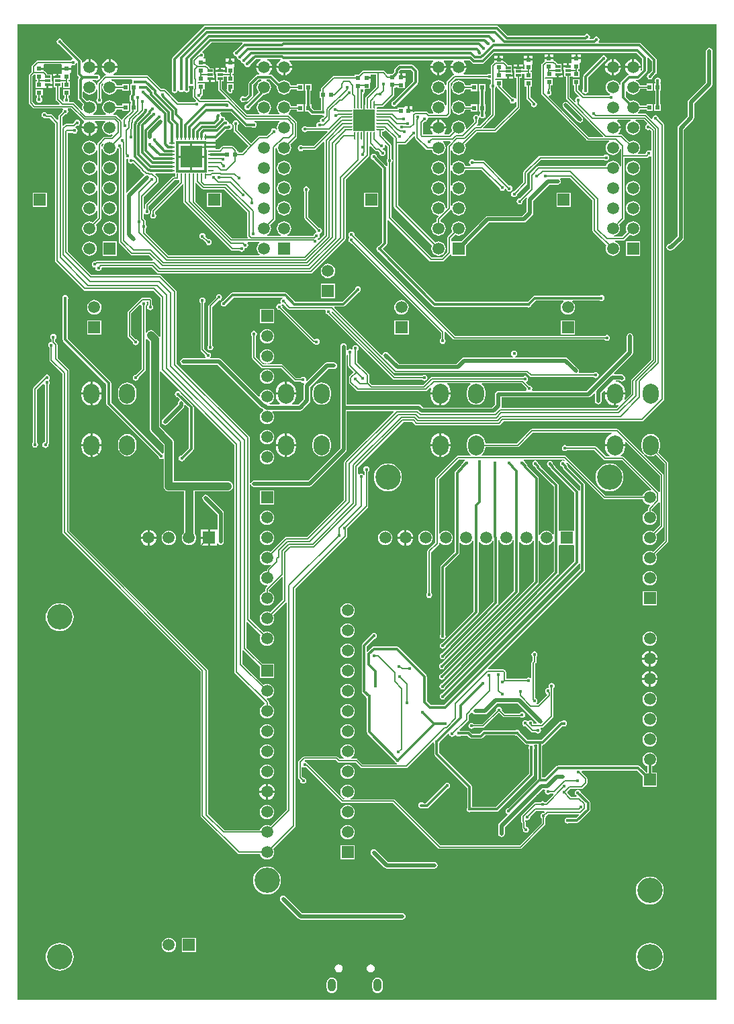
<source format=gbl>
G04*
G04 #@! TF.GenerationSoftware,Altium Limited,Altium Designer,21.0.8 (223)*
G04*
G04 Layer_Physical_Order=2*
G04 Layer_Color=16711680*
%FSAX25Y25*%
%MOIN*%
G70*
G04*
G04 #@! TF.SameCoordinates,3E0ABAED-EBEF-4259-B410-402A04598C71*
G04*
G04*
G04 #@! TF.FilePolarity,Positive*
G04*
G01*
G75*
%ADD10C,0.00787*%
%ADD12C,0.01181*%
%ADD14C,0.01968*%
%ADD15C,0.00598*%
%ADD19C,0.00800*%
%ADD21R,0.01968X0.02362*%
%ADD27R,0.02362X0.01968*%
%ADD99C,0.03937*%
%ADD105R,0.05906X0.05906*%
%ADD106R,0.05906X0.05906*%
%ADD107C,0.05906*%
%ADD108C,0.12600*%
%ADD109O,0.07874X0.09843*%
%ADD110O,0.03937X0.06299*%
%ADD111C,0.01772*%
%ADD112R,0.02638X0.01181*%
%ADD113R,0.10630X0.10630*%
%ADD114R,0.03764X0.00758*%
G04:AMPARAMS|DCode=115|XSize=37.64mil|YSize=7.58mil|CornerRadius=3.79mil|HoleSize=0mil|Usage=FLASHONLY|Rotation=180.000|XOffset=0mil|YOffset=0mil|HoleType=Round|Shape=RoundedRectangle|*
%AMROUNDEDRECTD115*
21,1,0.03764,0.00000,0,0,180.0*
21,1,0.03006,0.00758,0,0,180.0*
1,1,0.00758,-0.01503,0.00000*
1,1,0.00758,0.01503,0.00000*
1,1,0.00758,0.01503,0.00000*
1,1,0.00758,-0.01503,0.00000*
%
%ADD115ROUNDEDRECTD115*%
G04:AMPARAMS|DCode=116|XSize=7.58mil|YSize=37.64mil|CornerRadius=3.79mil|HoleSize=0mil|Usage=FLASHONLY|Rotation=180.000|XOffset=0mil|YOffset=0mil|HoleType=Round|Shape=RoundedRectangle|*
%AMROUNDEDRECTD116*
21,1,0.00758,0.03006,0,0,180.0*
21,1,0.00000,0.03764,0,0,180.0*
1,1,0.00758,0.00000,0.01503*
1,1,0.00758,0.00000,0.01503*
1,1,0.00758,0.00000,-0.01503*
1,1,0.00758,0.00000,-0.01503*
%
%ADD116ROUNDEDRECTD116*%
%ADD117R,0.10827X0.10827*%
%ADD118R,0.02559X0.01102*%
%ADD119R,0.01102X0.02559*%
G36*
X0922245Y3588067D02*
X0922245Y3104168D01*
X0575276Y3104168D01*
X0575276Y3588067D01*
X0922245Y3588067D01*
D02*
G37*
%LPC*%
G36*
X0621505Y3570668D02*
Y3567247D01*
X0624926D01*
X0624856Y3567779D01*
X0624457Y3568741D01*
X0623824Y3569566D01*
X0622998Y3570200D01*
X0622037Y3570598D01*
X0621505Y3570668D01*
D02*
G37*
G36*
X0611505D02*
Y3567247D01*
X0614926D01*
X0614856Y3567779D01*
X0614457Y3568741D01*
X0613824Y3569566D01*
X0612998Y3570200D01*
X0612037Y3570598D01*
X0611505Y3570668D01*
D02*
G37*
G36*
X0620505Y3570668D02*
X0619973Y3570598D01*
X0619011Y3570200D01*
X0618186Y3569566D01*
X0617552Y3568741D01*
X0617154Y3567779D01*
X0617084Y3567247D01*
X0620505D01*
Y3570668D01*
D02*
G37*
G36*
X0813158Y3587331D02*
X0813158Y3587331D01*
X0668558D01*
X0668093Y3587239D01*
X0667700Y3586976D01*
X0667700Y3586976D01*
X0652429Y3571706D01*
X0652166Y3571312D01*
X0652074Y3570847D01*
X0652074Y3570847D01*
Y3556267D01*
X0651888Y3555989D01*
X0651773Y3555409D01*
X0651888Y3554829D01*
X0652216Y3554338D01*
X0652708Y3554009D01*
X0653288Y3553894D01*
X0653867Y3554009D01*
X0654359Y3554338D01*
X0654687Y3554829D01*
X0654736Y3555074D01*
X0655267Y3555180D01*
X0655469Y3554877D01*
X0655961Y3554548D01*
X0656540Y3554433D01*
X0657120Y3554548D01*
X0657453Y3554771D01*
X0657612Y3554877D01*
X0658076Y3554671D01*
X0658122Y3554602D01*
X0658613Y3554273D01*
X0659193Y3554158D01*
X0659773Y3554273D01*
X0660264Y3554602D01*
X0660593Y3555093D01*
X0660708Y3555673D01*
X0660593Y3556253D01*
X0660407Y3556531D01*
Y3557457D01*
X0660907Y3557724D01*
X0661163Y3557553D01*
X0661743Y3557437D01*
X0662247Y3557537D01*
X0662747Y3557320D01*
Y3556524D01*
X0662639Y3556416D01*
X0662441Y3556119D01*
X0662371Y3555768D01*
Y3552180D01*
X0662441Y3551830D01*
X0662639Y3551532D01*
X0663926Y3550245D01*
X0663823Y3549767D01*
X0663753Y3549711D01*
X0663278Y3549393D01*
X0663243Y3549342D01*
X0655160D01*
X0648837Y3555664D01*
X0648507Y3555885D01*
X0648116Y3555963D01*
X0646695D01*
X0640229Y3562429D01*
X0639898Y3562650D01*
X0639508Y3562728D01*
X0622936D01*
X0622837Y3563228D01*
X0622998Y3563295D01*
X0623824Y3563928D01*
X0624457Y3564754D01*
X0624856Y3565715D01*
X0624926Y3566247D01*
X0621005D01*
X0617084D01*
X0617154Y3565715D01*
X0617552Y3564754D01*
X0618186Y3563928D01*
X0619011Y3563295D01*
X0619172Y3563228D01*
X0619073Y3562728D01*
X0619036D01*
X0618645Y3562650D01*
X0618315Y3562429D01*
X0615165Y3559280D01*
X0614944Y3558949D01*
X0614866Y3558559D01*
Y3558015D01*
X0614366Y3557915D01*
X0614108Y3558539D01*
X0613539Y3559281D01*
X0612796Y3559851D01*
X0612450Y3559994D01*
X0612549Y3560494D01*
X0613847D01*
X0614125Y3560308D01*
X0614705Y3560193D01*
X0615285Y3560308D01*
X0615776Y3560637D01*
X0616105Y3561128D01*
X0616220Y3561708D01*
X0616105Y3562288D01*
X0615776Y3562779D01*
X0615285Y3563108D01*
X0614705Y3563223D01*
X0614125Y3563108D01*
X0613847Y3562922D01*
X0613334D01*
X0613164Y3563422D01*
X0613824Y3563928D01*
X0614457Y3564754D01*
X0614856Y3565715D01*
X0614926Y3566247D01*
X0611005D01*
Y3566747D01*
X0610505D01*
Y3570668D01*
X0609973Y3570598D01*
X0609011Y3570200D01*
X0608186Y3569566D01*
X0607757Y3569008D01*
X0607257Y3569178D01*
Y3569582D01*
X0607257Y3569582D01*
X0607165Y3570047D01*
X0606902Y3570441D01*
X0606902Y3570441D01*
X0597666Y3579676D01*
X0597601Y3580005D01*
X0597272Y3580496D01*
X0596781Y3580824D01*
X0596201Y3580939D01*
X0595621Y3580824D01*
X0595130Y3580496D01*
X0594801Y3580005D01*
X0594686Y3579425D01*
X0594801Y3578845D01*
X0595130Y3578354D01*
X0595621Y3578025D01*
X0595949Y3577960D01*
X0602729Y3571180D01*
X0602564Y3570638D01*
X0602314Y3570588D01*
X0601823Y3570260D01*
X0601720Y3570105D01*
X0585147D01*
X0584796Y3570036D01*
X0584499Y3569837D01*
X0584499Y3569837D01*
X0582482Y3567820D01*
X0582283Y3567522D01*
X0582213Y3567171D01*
Y3564371D01*
X0581183Y3563341D01*
X0580984Y3563043D01*
X0580914Y3562692D01*
Y3549110D01*
X0580984Y3548759D01*
X0581183Y3548462D01*
X0583072Y3546572D01*
X0583072Y3546572D01*
X0583370Y3546373D01*
X0583721Y3546303D01*
X0597646D01*
X0597769Y3546121D01*
X0597867Y3545803D01*
X0597597Y3545398D01*
X0597481Y3544818D01*
X0597494Y3544757D01*
X0595830Y3543094D01*
X0595609Y3542764D01*
X0595532Y3542373D01*
Y3540772D01*
X0595070Y3540581D01*
X0592513Y3543138D01*
X0592182Y3543359D01*
X0591792Y3543436D01*
X0590120D01*
X0590092Y3543577D01*
X0589764Y3544069D01*
X0589272Y3544397D01*
X0588692Y3544513D01*
X0588113Y3544397D01*
X0587621Y3544069D01*
X0587293Y3543577D01*
X0587178Y3542997D01*
X0587293Y3542418D01*
X0587621Y3541926D01*
X0588113Y3541598D01*
X0588692Y3541483D01*
X0589074Y3541558D01*
X0589199Y3541475D01*
X0589589Y3541397D01*
X0591370D01*
X0593973Y3538794D01*
Y3470656D01*
X0594051Y3470266D01*
X0594272Y3469935D01*
X0608023Y3456184D01*
X0608354Y3455963D01*
X0608744Y3455885D01*
X0642630D01*
X0646104Y3452410D01*
Y3433226D01*
X0646096Y3433220D01*
X0645605Y3433098D01*
X0645278Y3433524D01*
X0643293Y3435508D01*
X0642757Y3435920D01*
X0642132Y3436179D01*
X0641461Y3436267D01*
X0640791Y3436179D01*
X0640166Y3435920D01*
X0639630Y3435508D01*
X0639351Y3435145D01*
X0638851Y3435315D01*
Y3448250D01*
X0639005Y3448353D01*
X0639333Y3448845D01*
X0639449Y3449424D01*
X0639339Y3449976D01*
X0639337Y3450064D01*
X0639593Y3450476D01*
X0640233D01*
Y3448849D01*
X0640078Y3448745D01*
X0639750Y3448254D01*
X0639635Y3447674D01*
X0639750Y3447094D01*
X0640078Y3446603D01*
X0640570Y3446275D01*
X0641150Y3446159D01*
X0641729Y3446275D01*
X0642221Y3446603D01*
X0642549Y3447094D01*
X0642665Y3447674D01*
X0642549Y3448254D01*
X0642221Y3448745D01*
X0642066Y3448849D01*
Y3451042D01*
X0642066Y3451043D01*
X0641997Y3451393D01*
X0641798Y3451691D01*
X0641798Y3451691D01*
X0641447Y3452041D01*
X0641150Y3452240D01*
X0640799Y3452310D01*
X0637147D01*
X0637147Y3452310D01*
X0636796Y3452240D01*
X0636498Y3452041D01*
X0630199Y3445742D01*
X0630000Y3445444D01*
X0629930Y3445094D01*
Y3433504D01*
X0630000Y3433153D01*
X0630199Y3432856D01*
X0632518Y3430537D01*
X0632482Y3430355D01*
X0632597Y3429775D01*
X0632926Y3429283D01*
X0633417Y3428955D01*
X0633997Y3428839D01*
X0634577Y3428955D01*
X0635068Y3429283D01*
X0635396Y3429775D01*
X0635512Y3430355D01*
X0635396Y3430934D01*
X0635068Y3431426D01*
X0634577Y3431754D01*
X0633997Y3431870D01*
X0633815Y3431833D01*
X0631764Y3433884D01*
Y3444714D01*
X0636053Y3449003D01*
X0636451Y3448882D01*
X0636561Y3448804D01*
X0636863Y3448353D01*
X0637017Y3448250D01*
Y3416960D01*
X0634179Y3414122D01*
X0633997Y3414158D01*
X0633417Y3414043D01*
X0632926Y3413714D01*
X0632597Y3413223D01*
X0632482Y3412643D01*
X0632597Y3412064D01*
X0632926Y3411572D01*
X0633417Y3411243D01*
X0633997Y3411128D01*
X0634577Y3411243D01*
X0635068Y3411572D01*
X0635396Y3412064D01*
X0635512Y3412643D01*
X0635476Y3412825D01*
X0638582Y3415932D01*
X0638582Y3415932D01*
X0638781Y3416229D01*
X0638851Y3416580D01*
Y3432038D01*
X0639351Y3432208D01*
X0639630Y3431844D01*
X0640855Y3430619D01*
Y3387407D01*
X0640943Y3386737D01*
X0641202Y3386112D01*
X0641614Y3385575D01*
X0647784Y3379405D01*
Y3375428D01*
X0647284Y3375161D01*
X0647175Y3375233D01*
X0646847Y3375299D01*
X0621825Y3400321D01*
Y3409951D01*
X0621825Y3409951D01*
X0621733Y3410416D01*
X0621469Y3410809D01*
X0600171Y3432108D01*
Y3451323D01*
X0600357Y3451601D01*
X0600472Y3452180D01*
X0600357Y3452760D01*
X0600029Y3453252D01*
X0599537Y3453580D01*
X0598957Y3453695D01*
X0598378Y3453580D01*
X0597886Y3453252D01*
X0597558Y3452760D01*
X0597443Y3452180D01*
X0597558Y3451601D01*
X0597744Y3451323D01*
Y3431605D01*
X0597744Y3431605D01*
X0597836Y3431140D01*
X0598099Y3430746D01*
X0619397Y3409448D01*
Y3399818D01*
X0619397Y3399818D01*
X0619490Y3399354D01*
X0619753Y3398960D01*
X0645130Y3373582D01*
X0645196Y3373254D01*
X0645524Y3372763D01*
X0646016Y3372434D01*
X0646595Y3372319D01*
X0647175Y3372434D01*
X0647284Y3372507D01*
X0647784Y3372240D01*
Y3358873D01*
X0647872Y3358203D01*
X0648131Y3357578D01*
X0648543Y3357042D01*
X0649080Y3356630D01*
X0649704Y3356371D01*
X0650375Y3356282D01*
X0657980D01*
Y3335924D01*
X0657841Y3335817D01*
X0657271Y3335074D01*
X0656914Y3334210D01*
X0656791Y3333283D01*
X0656914Y3332355D01*
X0657271Y3331491D01*
X0657841Y3330749D01*
X0658583Y3330179D01*
X0659447Y3329821D01*
X0660375Y3329699D01*
X0661302Y3329821D01*
X0662167Y3330179D01*
X0662909Y3330749D01*
X0663478Y3331491D01*
X0663836Y3332355D01*
X0663958Y3333283D01*
X0663836Y3334210D01*
X0663478Y3335074D01*
X0663162Y3335487D01*
Y3356282D01*
X0679666D01*
X0680337Y3356371D01*
X0680962Y3356630D01*
X0681498Y3357042D01*
X0681910Y3357578D01*
X0682168Y3358203D01*
X0682257Y3358873D01*
X0682168Y3359544D01*
X0681910Y3360168D01*
X0681498Y3360705D01*
X0680962Y3361117D01*
X0680337Y3361376D01*
X0679666Y3361464D01*
X0652965D01*
Y3380478D01*
X0652877Y3381149D01*
X0652618Y3381773D01*
X0652207Y3382310D01*
X0646036Y3388480D01*
Y3415570D01*
X0646536Y3415758D01*
X0682977Y3379317D01*
Y3266811D01*
X0683055Y3266421D01*
X0683276Y3266090D01*
X0698095Y3251270D01*
Y3250706D01*
X0697323Y3250386D01*
X0696581Y3249817D01*
X0696012Y3249075D01*
X0695654Y3248210D01*
X0695532Y3247283D01*
X0695654Y3246355D01*
X0696012Y3245491D01*
X0696581Y3244749D01*
X0697323Y3244180D01*
X0698187Y3243821D01*
X0699115Y3243699D01*
X0700042Y3243821D01*
X0700907Y3244180D01*
X0701649Y3244749D01*
X0702218Y3245491D01*
X0702576Y3246355D01*
X0702698Y3247283D01*
X0702576Y3248210D01*
X0702218Y3249075D01*
X0701649Y3249817D01*
X0700907Y3250386D01*
X0700135Y3250706D01*
Y3251693D01*
X0700057Y3252083D01*
X0699836Y3252414D01*
X0698997Y3253253D01*
X0699241Y3253716D01*
X0700042Y3253822D01*
X0700907Y3254179D01*
X0701649Y3254749D01*
X0702218Y3255491D01*
X0702576Y3256355D01*
X0702698Y3257283D01*
X0702576Y3258210D01*
X0702218Y3259074D01*
X0701649Y3259816D01*
X0700907Y3260386D01*
X0700042Y3260744D01*
X0699115Y3260866D01*
X0698187Y3260744D01*
X0697415Y3260424D01*
X0686985Y3270855D01*
Y3277264D01*
X0687485Y3277471D01*
X0695562Y3269394D01*
Y3263730D01*
X0702668D01*
Y3270835D01*
X0697004D01*
X0688953Y3278886D01*
Y3291349D01*
X0689415Y3291540D01*
X0695973Y3284982D01*
X0695654Y3284210D01*
X0695532Y3283283D01*
X0695654Y3282355D01*
X0696012Y3281491D01*
X0696581Y3280749D01*
X0697323Y3280179D01*
X0698187Y3279821D01*
X0699115Y3279699D01*
X0700042Y3279821D01*
X0700907Y3280179D01*
X0701649Y3280749D01*
X0702218Y3281491D01*
X0702576Y3282355D01*
X0702698Y3283283D01*
X0702576Y3284210D01*
X0702218Y3285074D01*
X0701649Y3285817D01*
X0700907Y3286386D01*
X0700042Y3286744D01*
X0699115Y3286866D01*
X0698187Y3286744D01*
X0697415Y3286424D01*
X0690528Y3293311D01*
Y3382945D01*
X0690451Y3383335D01*
X0690230Y3383666D01*
X0654308Y3419588D01*
Y3455386D01*
X0654230Y3455776D01*
X0654009Y3456107D01*
X0646585Y3463531D01*
X0646254Y3463752D01*
X0645864Y3463830D01*
X0611978D01*
X0600371Y3475437D01*
Y3534232D01*
X0602576D01*
X0602611Y3534180D01*
X0603102Y3533852D01*
X0603682Y3533736D01*
X0604262Y3533852D01*
X0604753Y3534180D01*
X0605082Y3534671D01*
X0605197Y3535251D01*
X0605082Y3535831D01*
X0604753Y3536322D01*
X0604262Y3536651D01*
X0604163Y3536670D01*
X0604100Y3536764D01*
X0604011Y3537210D01*
X0604538Y3537738D01*
X0604863Y3537673D01*
X0605443Y3537789D01*
X0605934Y3538117D01*
X0606263Y3538609D01*
X0606378Y3539188D01*
X0606263Y3539768D01*
X0605934Y3540260D01*
X0605443Y3540588D01*
X0604863Y3540703D01*
X0604283Y3540588D01*
X0603792Y3540260D01*
X0603463Y3539768D01*
X0603408Y3539492D01*
X0602740Y3538823D01*
X0599514D01*
X0599123Y3538746D01*
X0598793Y3538525D01*
X0598033Y3537765D01*
X0597571Y3537956D01*
Y3541951D01*
X0598935Y3543316D01*
X0598996Y3543303D01*
X0599576Y3543419D01*
X0600068Y3543747D01*
X0600396Y3544239D01*
X0600511Y3544818D01*
X0600396Y3545398D01*
X0600125Y3545803D01*
X0600224Y3546121D01*
X0600347Y3546303D01*
X0601884D01*
X0607831Y3540356D01*
X0607831Y3540356D01*
X0608129Y3540157D01*
X0608133Y3540156D01*
X0608258Y3539622D01*
X0608186Y3539566D01*
X0607552Y3538741D01*
X0607154Y3537779D01*
X0607084Y3537247D01*
X0611005D01*
X0614926D01*
X0614856Y3537779D01*
X0614457Y3538741D01*
X0613824Y3539566D01*
X0613762Y3539614D01*
X0613923Y3540087D01*
X0618700D01*
X0618870Y3539587D01*
X0618471Y3539281D01*
X0617901Y3538539D01*
X0617543Y3537675D01*
X0617421Y3536747D01*
X0617543Y3535820D01*
X0617901Y3534956D01*
X0618471Y3534213D01*
X0619213Y3533644D01*
X0620077Y3533286D01*
X0621005Y3533164D01*
X0621932Y3533286D01*
X0622311Y3533443D01*
X0622594Y3533019D01*
X0621806Y3532231D01*
X0618643D01*
X0618643Y3532231D01*
X0618292Y3532161D01*
X0617994Y3531963D01*
X0617994Y3531963D01*
X0615238Y3529206D01*
X0615040Y3528909D01*
X0614970Y3528558D01*
Y3527679D01*
X0614470Y3527646D01*
X0614466Y3527675D01*
X0614108Y3528539D01*
X0613539Y3529281D01*
X0612796Y3529851D01*
X0611932Y3530209D01*
X0611005Y3530331D01*
X0610077Y3530209D01*
X0609213Y3529851D01*
X0608471Y3529281D01*
X0607901Y3528539D01*
X0607543Y3527675D01*
X0607421Y3526747D01*
X0607543Y3525820D01*
X0607901Y3524956D01*
X0608471Y3524213D01*
X0609213Y3523644D01*
X0610077Y3523286D01*
X0611005Y3523164D01*
X0611932Y3523286D01*
X0612796Y3523644D01*
X0613539Y3524213D01*
X0614108Y3524956D01*
X0614466Y3525820D01*
X0614470Y3525848D01*
X0614970Y3525816D01*
Y3517679D01*
X0614470Y3517646D01*
X0614466Y3517675D01*
X0614108Y3518539D01*
X0613539Y3519281D01*
X0612796Y3519851D01*
X0611932Y3520209D01*
X0611005Y3520331D01*
X0610077Y3520209D01*
X0609213Y3519851D01*
X0608471Y3519281D01*
X0607901Y3518539D01*
X0607543Y3517675D01*
X0607421Y3516747D01*
X0607543Y3515820D01*
X0607901Y3514956D01*
X0608471Y3514214D01*
X0609213Y3513644D01*
X0610077Y3513286D01*
X0611005Y3513164D01*
X0611932Y3513286D01*
X0612796Y3513644D01*
X0613539Y3514214D01*
X0614108Y3514956D01*
X0614466Y3515820D01*
X0614470Y3515849D01*
X0614970Y3515816D01*
Y3507679D01*
X0614470Y3507646D01*
X0614466Y3507675D01*
X0614108Y3508539D01*
X0613539Y3509281D01*
X0612796Y3509851D01*
X0611932Y3510209D01*
X0611005Y3510331D01*
X0610077Y3510209D01*
X0609213Y3509851D01*
X0608471Y3509281D01*
X0607901Y3508539D01*
X0607543Y3507675D01*
X0607421Y3506747D01*
X0607543Y3505820D01*
X0607901Y3504956D01*
X0608471Y3504213D01*
X0609213Y3503644D01*
X0610077Y3503286D01*
X0611005Y3503164D01*
X0611932Y3503286D01*
X0612796Y3503644D01*
X0613539Y3504213D01*
X0614108Y3504956D01*
X0614466Y3505820D01*
X0614470Y3505848D01*
X0614970Y3505816D01*
Y3497679D01*
X0614470Y3497646D01*
X0614466Y3497675D01*
X0614108Y3498539D01*
X0613539Y3499281D01*
X0612796Y3499850D01*
X0611932Y3500209D01*
X0611005Y3500331D01*
X0610077Y3500209D01*
X0609213Y3499850D01*
X0608471Y3499281D01*
X0607901Y3498539D01*
X0607543Y3497675D01*
X0607421Y3496747D01*
X0607543Y3495820D01*
X0607901Y3494955D01*
X0608471Y3494213D01*
X0609213Y3493644D01*
X0610077Y3493286D01*
X0611005Y3493164D01*
X0611932Y3493286D01*
X0612796Y3493644D01*
X0613539Y3494213D01*
X0614108Y3494955D01*
X0614466Y3495820D01*
X0614470Y3495848D01*
X0614970Y3495816D01*
Y3492009D01*
X0612805Y3489844D01*
X0612796Y3489851D01*
X0611932Y3490208D01*
X0611005Y3490331D01*
X0610077Y3490208D01*
X0609213Y3489851D01*
X0608471Y3489281D01*
X0607901Y3488539D01*
X0607543Y3487675D01*
X0607421Y3486747D01*
X0607543Y3485820D01*
X0607901Y3484956D01*
X0608471Y3484213D01*
X0609213Y3483644D01*
X0610077Y3483286D01*
X0611005Y3483164D01*
X0611932Y3483286D01*
X0612796Y3483644D01*
X0613539Y3484213D01*
X0614108Y3484956D01*
X0614466Y3485820D01*
X0614588Y3486747D01*
X0614466Y3487675D01*
X0614108Y3488539D01*
X0614102Y3488548D01*
X0616535Y3490981D01*
X0616734Y3491278D01*
X0616804Y3491629D01*
X0616803Y3491629D01*
Y3528178D01*
X0617625Y3529000D01*
X0618002Y3528670D01*
X0617901Y3528539D01*
X0617543Y3527675D01*
X0617421Y3526747D01*
X0617543Y3525820D01*
X0617901Y3524956D01*
X0618471Y3524213D01*
X0619213Y3523644D01*
X0620077Y3523286D01*
X0621005Y3523164D01*
X0621932Y3523286D01*
X0622796Y3523644D01*
X0623539Y3524213D01*
X0624108Y3524956D01*
X0624466Y3525820D01*
X0624541Y3526388D01*
X0625065Y3526614D01*
X0625184Y3526546D01*
X0625327Y3526450D01*
X0625366Y3526442D01*
X0625484Y3526376D01*
Y3522360D01*
X0625503Y3522265D01*
Y3480033D01*
X0625580Y3479646D01*
X0625800Y3479317D01*
X0631313Y3473804D01*
X0631641Y3473584D01*
X0632029Y3473507D01*
X0640456D01*
X0642638Y3471326D01*
X0642430Y3470826D01*
X0614525D01*
X0614135Y3470748D01*
X0613804Y3470527D01*
X0613738Y3470460D01*
X0613677Y3470472D01*
X0613097Y3470357D01*
X0612605Y3470028D01*
X0612277Y3469537D01*
X0612162Y3468957D01*
X0612277Y3468377D01*
X0612605Y3467886D01*
X0613097Y3467558D01*
X0613534Y3467471D01*
X0613805Y3467269D01*
X0614006Y3466998D01*
X0614093Y3466561D01*
X0614422Y3466070D01*
X0614913Y3465741D01*
X0615493Y3465626D01*
X0616073Y3465741D01*
X0616564Y3466070D01*
X0616892Y3466561D01*
X0617008Y3467141D01*
X0617428Y3467386D01*
X0641826D01*
X0644485Y3464727D01*
X0644815Y3464506D01*
X0645206Y3464429D01*
X0720890D01*
X0721280Y3464506D01*
X0721611Y3464727D01*
X0737867Y3480984D01*
X0738089Y3481314D01*
X0738166Y3481705D01*
Y3510813D01*
X0749678Y3522326D01*
X0749899Y3522656D01*
X0749977Y3523046D01*
Y3527421D01*
X0750439Y3527612D01*
X0752572Y3525480D01*
X0752901Y3525260D01*
X0753288Y3525183D01*
X0754050D01*
X0754937Y3524296D01*
X0754923Y3524228D01*
X0755038Y3523648D01*
X0755367Y3523156D01*
X0755858Y3522828D01*
X0756438Y3522713D01*
X0757018Y3522828D01*
X0757509Y3523156D01*
X0757837Y3523648D01*
X0757953Y3524228D01*
X0757837Y3524807D01*
X0757509Y3525299D01*
X0757018Y3525627D01*
X0756786Y3525673D01*
X0756656Y3525868D01*
X0756624Y3526371D01*
X0757115Y3526700D01*
X0757444Y3527191D01*
X0757559Y3527771D01*
X0757489Y3528123D01*
X0757950Y3528370D01*
X0758968Y3527351D01*
Y3521479D01*
X0758910Y3521441D01*
X0758581Y3520949D01*
X0758466Y3520370D01*
X0758581Y3519790D01*
X0758910Y3519298D01*
X0758968Y3519260D01*
Y3517743D01*
X0758468Y3517591D01*
X0758421Y3517662D01*
X0758421Y3517662D01*
X0753572Y3522511D01*
X0753507Y3522839D01*
X0753178Y3523330D01*
X0752687Y3523659D01*
X0752107Y3523774D01*
X0751527Y3523659D01*
X0751036Y3523330D01*
X0750707Y3522839D01*
X0750592Y3522259D01*
X0750707Y3521679D01*
X0751036Y3521188D01*
X0751527Y3520860D01*
X0751855Y3520794D01*
X0756349Y3516301D01*
Y3479792D01*
X0754611Y3478054D01*
X0754283Y3477990D01*
X0753792Y3477661D01*
X0753463Y3477169D01*
X0753348Y3476590D01*
X0753463Y3476010D01*
X0753792Y3475518D01*
X0754283Y3475190D01*
X0754611Y3475125D01*
X0781564Y3448172D01*
X0781564Y3448172D01*
X0781957Y3447909D01*
X0782422Y3447817D01*
X0828021D01*
X0828299Y3447631D01*
X0828879Y3447516D01*
X0829459Y3447631D01*
X0829950Y3447960D01*
X0830278Y3448451D01*
X0830344Y3448779D01*
X0832531Y3450967D01*
X0846145D01*
X0846315Y3450467D01*
X0845951Y3450187D01*
X0845381Y3449445D01*
X0845023Y3448581D01*
X0844901Y3447653D01*
X0845023Y3446725D01*
X0845381Y3445861D01*
X0845951Y3445119D01*
X0846693Y3444550D01*
X0847557Y3444192D01*
X0848485Y3444070D01*
X0849412Y3444192D01*
X0850276Y3444550D01*
X0851018Y3445119D01*
X0851588Y3445861D01*
X0851946Y3446725D01*
X0852068Y3447653D01*
X0851946Y3448581D01*
X0851588Y3449445D01*
X0851018Y3450187D01*
X0850654Y3450467D01*
X0850824Y3450967D01*
X0864242D01*
X0864520Y3450781D01*
X0865099Y3450665D01*
X0865679Y3450781D01*
X0866170Y3451109D01*
X0866499Y3451601D01*
X0866614Y3452180D01*
X0866499Y3452760D01*
X0866170Y3453252D01*
X0865679Y3453580D01*
X0865099Y3453695D01*
X0864520Y3453580D01*
X0864242Y3453394D01*
X0832028D01*
X0832028Y3453394D01*
X0831564Y3453302D01*
X0831170Y3453039D01*
X0831170Y3453039D01*
X0828627Y3450496D01*
X0828299Y3450430D01*
X0828021Y3450245D01*
X0782925D01*
X0756580Y3476590D01*
X0758421Y3478431D01*
X0758421Y3478431D01*
X0758684Y3478825D01*
X0758776Y3479289D01*
X0758776Y3479289D01*
Y3491059D01*
X0759226Y3491214D01*
X0759276Y3491216D01*
X0779737Y3470755D01*
X0780066Y3470536D01*
X0780453Y3470459D01*
X0786359D01*
X0786747Y3470536D01*
X0787076Y3470755D01*
X0790180Y3473860D01*
X0790368Y3473837D01*
X0790680Y3473686D01*
Y3473195D01*
X0797786D01*
Y3478016D01*
X0809391Y3489621D01*
X0826516D01*
X0827134Y3489743D01*
X0827658Y3490094D01*
X0830808Y3493243D01*
X0831158Y3493767D01*
X0831281Y3494385D01*
Y3500409D01*
X0839390Y3508518D01*
X0843445D01*
X0844063Y3508641D01*
X0844587Y3508991D01*
X0844938Y3509515D01*
X0845060Y3510133D01*
X0844938Y3510751D01*
X0844625Y3511219D01*
X0844691Y3511469D01*
X0844824Y3511719D01*
X0849593D01*
X0860739Y3500573D01*
Y3485842D01*
X0860816Y3485455D01*
X0861036Y3485126D01*
X0867708Y3478453D01*
X0867386Y3477675D01*
X0867264Y3476747D01*
X0867386Y3475820D01*
X0867744Y3474955D01*
X0868313Y3474213D01*
X0869056Y3473644D01*
X0869920Y3473286D01*
X0870847Y3473164D01*
X0871775Y3473286D01*
X0872639Y3473644D01*
X0873381Y3474213D01*
X0873951Y3474955D01*
X0874309Y3475820D01*
X0874431Y3476747D01*
X0874309Y3477675D01*
X0873951Y3478539D01*
X0873381Y3479281D01*
X0872639Y3479851D01*
X0871775Y3480209D01*
X0871856Y3480695D01*
X0875808D01*
X0876196Y3480772D01*
X0876524Y3480991D01*
X0879141Y3483608D01*
X0879920Y3483286D01*
X0880847Y3483164D01*
X0881775Y3483286D01*
X0882639Y3483644D01*
X0883381Y3484213D01*
X0883951Y3484956D01*
X0884309Y3485820D01*
X0884431Y3486747D01*
X0884309Y3487675D01*
X0883951Y3488539D01*
X0883381Y3489281D01*
X0882639Y3489851D01*
X0881775Y3490208D01*
X0880847Y3490331D01*
X0879920Y3490208D01*
X0879056Y3489851D01*
X0878313Y3489281D01*
X0877744Y3488539D01*
X0877386Y3487675D01*
X0877264Y3486747D01*
X0877386Y3485820D01*
X0877708Y3485041D01*
X0875388Y3482721D01*
X0871315D01*
X0871282Y3483221D01*
X0871775Y3483286D01*
X0872639Y3483644D01*
X0873381Y3484213D01*
X0873951Y3484956D01*
X0874309Y3485820D01*
X0874431Y3486747D01*
X0874309Y3487675D01*
X0873951Y3488539D01*
X0873944Y3488548D01*
X0876391Y3490995D01*
X0876391Y3490995D01*
X0876590Y3491292D01*
X0876660Y3491643D01*
Y3521815D01*
X0887540D01*
X0887891Y3521885D01*
X0888188Y3522084D01*
X0888539Y3522434D01*
X0888721Y3522398D01*
X0889301Y3522513D01*
X0889390Y3522573D01*
X0889890Y3522306D01*
Y3421655D01*
X0880111Y3411876D01*
X0879912Y3411578D01*
X0879842Y3411227D01*
Y3404754D01*
X0876978Y3401889D01*
X0876554Y3402173D01*
X0876708Y3402545D01*
X0876878Y3403834D01*
Y3404318D01*
X0872398D01*
Y3398920D01*
X0873187Y3399024D01*
X0873559Y3399178D01*
X0873843Y3398754D01*
X0872674Y3397585D01*
X0815714D01*
X0815435Y3398085D01*
X0815533Y3398581D01*
Y3402927D01*
X0858631D01*
X0859250Y3403050D01*
X0859774Y3403400D01*
X0861447Y3405074D01*
X0861909Y3404882D01*
Y3401078D01*
X0862032Y3400460D01*
X0862382Y3399936D01*
X0862906Y3399586D01*
X0863524Y3399463D01*
X0864142Y3399586D01*
X0864666Y3399936D01*
X0865016Y3400460D01*
X0865139Y3401078D01*
Y3405133D01*
X0866537Y3406532D01*
X0866986Y3406311D01*
X0866919Y3405803D01*
Y3405318D01*
X0871898D01*
X0876878D01*
Y3405803D01*
X0876708Y3407091D01*
X0876211Y3408292D01*
X0875420Y3409324D01*
X0874388Y3410115D01*
X0873187Y3410612D01*
X0872433Y3410712D01*
X0872286Y3411004D01*
X0872266Y3411238D01*
X0872306Y3411274D01*
X0874194D01*
X0874717Y3410924D01*
X0875335Y3410801D01*
X0875954Y3410924D01*
X0876478Y3411274D01*
X0876828Y3411798D01*
X0876951Y3412416D01*
X0876828Y3413035D01*
X0876478Y3413559D01*
X0876005Y3414031D01*
X0875481Y3414382D01*
X0874863Y3414505D01*
X0871531D01*
X0871340Y3414967D01*
X0880415Y3424041D01*
X0880765Y3424566D01*
X0880888Y3425183D01*
Y3433283D01*
X0880765Y3433901D01*
X0880415Y3434425D01*
X0879891Y3434775D01*
X0879272Y3434898D01*
X0878654Y3434775D01*
X0878130Y3434425D01*
X0877780Y3433901D01*
X0877657Y3433283D01*
Y3425853D01*
X0868404Y3416600D01*
X0868404Y3416600D01*
X0857962Y3406158D01*
X0830917D01*
X0830650Y3406658D01*
X0830728Y3406775D01*
X0830843Y3407354D01*
X0830728Y3407934D01*
X0830399Y3408425D01*
X0829908Y3408754D01*
X0829328Y3408869D01*
X0829146Y3408833D01*
X0827754Y3410225D01*
X0827914Y3410772D01*
X0828309Y3411037D01*
X0828638Y3411528D01*
X0828753Y3412108D01*
X0828638Y3412688D01*
X0828309Y3413179D01*
X0827818Y3413507D01*
X0827238Y3413623D01*
X0826658Y3413507D01*
X0826167Y3413179D01*
X0826064Y3413025D01*
X0780932D01*
X0780932Y3413025D01*
X0780581Y3412955D01*
X0780284Y3412756D01*
X0776548Y3409020D01*
X0751245D01*
X0749874Y3410391D01*
Y3413992D01*
X0749804Y3414342D01*
X0749606Y3414640D01*
X0743969Y3420277D01*
Y3426203D01*
X0744123Y3426306D01*
X0744452Y3426797D01*
X0744567Y3427377D01*
X0744452Y3427957D01*
X0744123Y3428448D01*
X0743632Y3428777D01*
X0743052Y3428892D01*
X0742472Y3428777D01*
X0741981Y3428448D01*
X0741652Y3427957D01*
X0741537Y3427377D01*
X0741631Y3426905D01*
X0741360Y3426645D01*
X0741226Y3426574D01*
X0740876Y3426808D01*
X0740296Y3426924D01*
X0739716Y3426808D01*
X0739262Y3426505D01*
X0739074Y3426547D01*
X0738762Y3426687D01*
Y3428165D01*
X0738639Y3428783D01*
X0738289Y3429307D01*
X0737765Y3429657D01*
X0737147Y3429780D01*
X0736528Y3429657D01*
X0736004Y3429307D01*
X0735654Y3428783D01*
X0735531Y3428165D01*
Y3397850D01*
Y3377653D01*
X0719555Y3361676D01*
X0692699D01*
X0692081Y3361554D01*
X0691557Y3361203D01*
X0691207Y3360679D01*
X0691084Y3360061D01*
X0691207Y3359443D01*
X0691557Y3358919D01*
X0692081Y3358569D01*
X0692699Y3358446D01*
X0720224D01*
X0720842Y3358569D01*
X0721366Y3358919D01*
X0738289Y3375841D01*
X0738639Y3376365D01*
X0738762Y3376984D01*
Y3396234D01*
X0761872D01*
X0762064Y3395773D01*
X0737679Y3371388D01*
X0737480Y3371091D01*
X0737411Y3370740D01*
Y3352166D01*
X0719050Y3333806D01*
X0708721D01*
X0708721Y3333806D01*
X0708370Y3333736D01*
X0708073Y3333537D01*
X0700915Y3326379D01*
X0700907Y3326386D01*
X0700042Y3326744D01*
X0699115Y3326866D01*
X0698187Y3326744D01*
X0697323Y3326386D01*
X0696581Y3325816D01*
X0696012Y3325074D01*
X0695654Y3324210D01*
X0695532Y3323283D01*
X0695654Y3322355D01*
X0696012Y3321491D01*
X0696581Y3320749D01*
X0697323Y3320179D01*
X0698187Y3319822D01*
X0699115Y3319699D01*
X0700042Y3319822D01*
X0700907Y3320179D01*
X0700945Y3320209D01*
X0701275Y3319832D01*
X0699444Y3318000D01*
X0699245Y3317703D01*
X0699175Y3317352D01*
Y3316919D01*
X0699115Y3316866D01*
X0698187Y3316744D01*
X0697323Y3316386D01*
X0696581Y3315816D01*
X0696012Y3315075D01*
X0695654Y3314210D01*
X0695532Y3313283D01*
X0695654Y3312355D01*
X0696012Y3311491D01*
X0696581Y3310749D01*
X0697323Y3310180D01*
X0698187Y3309821D01*
X0699104Y3309701D01*
X0699219Y3309550D01*
X0699365Y3309254D01*
X0698464Y3308354D01*
X0698266Y3308057D01*
X0698196Y3307706D01*
Y3306745D01*
X0698187Y3306744D01*
X0697323Y3306386D01*
X0696581Y3305817D01*
X0696012Y3305074D01*
X0695654Y3304210D01*
X0695532Y3303283D01*
X0695654Y3302355D01*
X0696012Y3301491D01*
X0696581Y3300749D01*
X0697323Y3300179D01*
X0698187Y3299821D01*
X0699115Y3299699D01*
X0700042Y3299821D01*
X0700907Y3300179D01*
X0701649Y3300749D01*
X0702218Y3301491D01*
X0702576Y3302355D01*
X0702698Y3303283D01*
X0702576Y3304210D01*
X0702218Y3305074D01*
X0701649Y3305817D01*
X0700907Y3306386D01*
X0700042Y3306744D01*
X0700029Y3306746D01*
Y3307326D01*
X0706531Y3313828D01*
X0706993Y3313636D01*
Y3302603D01*
X0700814Y3296424D01*
X0700042Y3296744D01*
X0699115Y3296866D01*
X0698187Y3296744D01*
X0697323Y3296386D01*
X0696581Y3295816D01*
X0696012Y3295074D01*
X0695654Y3294210D01*
X0695532Y3293283D01*
X0695654Y3292355D01*
X0696012Y3291491D01*
X0696581Y3290749D01*
X0697323Y3290179D01*
X0698187Y3289821D01*
X0699115Y3289699D01*
X0700042Y3289821D01*
X0700907Y3290179D01*
X0701649Y3290749D01*
X0702218Y3291491D01*
X0702576Y3292355D01*
X0702698Y3293283D01*
X0702576Y3294210D01*
X0702256Y3294982D01*
X0708564Y3301290D01*
X0709064Y3301083D01*
Y3198529D01*
X0700915Y3190380D01*
X0700907Y3190386D01*
X0700042Y3190744D01*
X0699115Y3190866D01*
X0698187Y3190744D01*
X0697323Y3190386D01*
X0696581Y3189816D01*
X0696012Y3189074D01*
X0695654Y3188210D01*
X0695652Y3188199D01*
X0678014D01*
X0669953Y3196261D01*
Y3267535D01*
X0669953Y3267535D01*
X0669883Y3267886D01*
X0669685Y3268183D01*
X0669685Y3268183D01*
X0601055Y3336812D01*
Y3416088D01*
X0600986Y3416439D01*
X0600787Y3416736D01*
X0595150Y3422373D01*
Y3429193D01*
X0595150Y3429193D01*
X0595080Y3429544D01*
X0594881Y3429841D01*
X0593969Y3430754D01*
Y3431715D01*
X0594123Y3431818D01*
X0594452Y3432309D01*
X0594567Y3432889D01*
X0594452Y3433469D01*
X0594123Y3433960D01*
X0593632Y3434289D01*
X0593052Y3434404D01*
X0592472Y3434289D01*
X0591981Y3433960D01*
X0591652Y3433469D01*
X0591537Y3432889D01*
X0591652Y3432309D01*
X0591981Y3431818D01*
X0592135Y3431715D01*
Y3430877D01*
X0592028Y3430388D01*
X0591448Y3430273D01*
X0590957Y3429945D01*
X0590629Y3429453D01*
X0590513Y3428873D01*
X0590629Y3428294D01*
X0590957Y3427802D01*
X0591111Y3427699D01*
Y3421526D01*
X0591181Y3421175D01*
X0591380Y3420878D01*
X0597647Y3414611D01*
Y3336039D01*
X0597717Y3335688D01*
X0597916Y3335390D01*
X0666151Y3267155D01*
Y3195487D01*
X0666221Y3195137D01*
X0666419Y3194839D01*
X0684624Y3176634D01*
X0684624Y3176634D01*
X0684922Y3176436D01*
X0685273Y3176366D01*
X0695652D01*
X0695654Y3176355D01*
X0696012Y3175491D01*
X0696581Y3174749D01*
X0697323Y3174179D01*
X0698187Y3173821D01*
X0699115Y3173699D01*
X0700042Y3173821D01*
X0700907Y3174179D01*
X0701649Y3174749D01*
X0702218Y3175491D01*
X0702576Y3176355D01*
X0702698Y3177283D01*
X0702576Y3178210D01*
X0702218Y3179074D01*
X0702212Y3179083D01*
X0712992Y3189863D01*
X0713190Y3190160D01*
X0713260Y3190511D01*
Y3308100D01*
X0738582Y3333422D01*
X0738582Y3333422D01*
X0738781Y3333719D01*
X0738851Y3334070D01*
Y3337243D01*
X0738851Y3337243D01*
X0738843Y3337282D01*
X0738940Y3337428D01*
X0739055Y3338007D01*
X0739019Y3338189D01*
X0749120Y3348290D01*
X0749318Y3348587D01*
X0749388Y3348938D01*
Y3366000D01*
X0749542Y3366104D01*
X0749871Y3366595D01*
X0749986Y3367175D01*
X0749871Y3367755D01*
X0749542Y3368246D01*
X0749051Y3368575D01*
X0748471Y3368690D01*
X0747892Y3368575D01*
X0747400Y3368246D01*
X0747072Y3367755D01*
X0746956Y3367175D01*
X0747072Y3366595D01*
X0747400Y3366104D01*
X0747554Y3366000D01*
Y3364558D01*
X0747054Y3364407D01*
X0746879Y3364669D01*
X0746388Y3364997D01*
X0745808Y3365113D01*
X0745228Y3364997D01*
X0744897Y3364776D01*
X0744407Y3364988D01*
X0744397Y3364998D01*
Y3368225D01*
X0766818Y3390646D01*
X0771367D01*
X0772644Y3389370D01*
X0772974Y3389149D01*
X0773364Y3389071D01*
X0814173D01*
X0814564Y3389149D01*
X0814894Y3389370D01*
X0816449Y3390924D01*
X0885178D01*
X0885568Y3391002D01*
X0885899Y3391223D01*
X0896067Y3401392D01*
X0896288Y3401722D01*
X0896366Y3402113D01*
X0896366Y3532259D01*
Y3538114D01*
X0896288Y3538504D01*
X0896067Y3538835D01*
X0893531Y3541372D01*
X0893543Y3541433D01*
X0893427Y3542012D01*
X0893099Y3542504D01*
X0892608Y3542832D01*
X0892028Y3542947D01*
X0891448Y3542832D01*
X0890957Y3542504D01*
X0890628Y3542012D01*
X0890513Y3541433D01*
X0890546Y3541268D01*
X0890085Y3541022D01*
X0887636Y3543470D01*
X0887339Y3543669D01*
X0886988Y3543739D01*
X0883540D01*
X0883429Y3544067D01*
X0883400Y3544239D01*
X0883951Y3544955D01*
X0884309Y3545820D01*
X0884310Y3545831D01*
X0887491D01*
Y3544967D01*
X0890659D01*
Y3548529D01*
X0887491D01*
Y3547664D01*
X0884310D01*
X0884309Y3547675D01*
X0883951Y3548539D01*
X0883381Y3549281D01*
X0882639Y3549850D01*
X0881775Y3550209D01*
X0880847Y3550331D01*
X0879920Y3550209D01*
X0879342Y3549969D01*
X0877100Y3552211D01*
Y3555204D01*
X0877600Y3555303D01*
X0877744Y3554956D01*
X0878313Y3554213D01*
X0879056Y3553644D01*
X0879920Y3553286D01*
X0880847Y3553164D01*
X0881775Y3553286D01*
X0882639Y3553644D01*
X0883381Y3554213D01*
X0883951Y3554956D01*
X0884309Y3555820D01*
X0884320Y3555909D01*
X0887491D01*
Y3555045D01*
X0890659D01*
Y3558607D01*
X0887491D01*
Y3557743D01*
X0884280D01*
X0883951Y3558539D01*
X0883381Y3559281D01*
X0882639Y3559851D01*
X0882245Y3560014D01*
X0882344Y3560514D01*
X0883346D01*
X0883347Y3560514D01*
X0883811Y3560606D01*
X0884205Y3560869D01*
X0887414Y3564078D01*
X0887414Y3564078D01*
X0887677Y3564472D01*
X0887769Y3564936D01*
X0887769Y3564936D01*
Y3571467D01*
X0887781Y3571478D01*
X0888231Y3571712D01*
X0890115Y3569828D01*
Y3564819D01*
X0888972Y3563676D01*
X0888644Y3563611D01*
X0888153Y3563282D01*
X0887824Y3562791D01*
X0887709Y3562211D01*
X0887824Y3561632D01*
X0888153Y3561140D01*
X0888644Y3560812D01*
X0889224Y3560696D01*
X0889804Y3560812D01*
X0890295Y3561140D01*
X0890623Y3561632D01*
X0890689Y3561959D01*
X0892187Y3563458D01*
X0892187Y3563458D01*
X0892450Y3563852D01*
X0892542Y3564316D01*
X0892542Y3564316D01*
Y3570331D01*
X0892542Y3570331D01*
X0892450Y3570795D01*
X0892187Y3571189D01*
X0892187Y3571189D01*
X0884904Y3578472D01*
X0884511Y3578735D01*
X0884046Y3578828D01*
X0884046Y3578828D01*
X0863808D01*
X0863656Y3579327D01*
X0863713Y3579366D01*
X0864042Y3579857D01*
X0864157Y3580437D01*
X0864042Y3581017D01*
X0863713Y3581508D01*
X0863222Y3581837D01*
X0862642Y3581952D01*
X0862062Y3581837D01*
X0861571Y3581508D01*
X0861242Y3581017D01*
X0861188Y3580743D01*
X0861054Y3580609D01*
X0859613D01*
X0859346Y3581108D01*
X0859412Y3581207D01*
X0859527Y3581787D01*
X0859412Y3582367D01*
X0859083Y3582858D01*
X0858592Y3583186D01*
X0858012Y3583302D01*
X0857432Y3583186D01*
X0856941Y3582858D01*
X0856628Y3582390D01*
X0818603D01*
X0814017Y3586976D01*
X0813623Y3587239D01*
X0813158Y3587331D01*
D02*
G37*
G36*
X0893051Y3561648D02*
X0892472Y3561533D01*
X0891980Y3561205D01*
X0891652Y3560713D01*
X0891537Y3560133D01*
X0891652Y3559554D01*
X0891798Y3559335D01*
Y3558607D01*
X0891428D01*
Y3555045D01*
X0891798D01*
Y3548529D01*
X0891428D01*
Y3544967D01*
X0894596D01*
Y3548529D01*
X0894226D01*
Y3555045D01*
X0894596D01*
Y3558607D01*
X0894226D01*
Y3559217D01*
X0894451Y3559554D01*
X0894566Y3560133D01*
X0894451Y3560713D01*
X0894123Y3561205D01*
X0893631Y3561533D01*
X0893051Y3561648D01*
D02*
G37*
G36*
X0610505Y3536247D02*
X0607084D01*
X0607154Y3535715D01*
X0607552Y3534754D01*
X0608186Y3533928D01*
X0609011Y3533295D01*
X0609973Y3532896D01*
X0610505Y3532826D01*
Y3536247D01*
D02*
G37*
G36*
X0614926D02*
X0611505D01*
Y3532826D01*
X0612037Y3532896D01*
X0612998Y3533295D01*
X0613824Y3533928D01*
X0614457Y3534754D01*
X0614856Y3535715D01*
X0614926Y3536247D01*
D02*
G37*
G36*
X0880847Y3520331D02*
X0879920Y3520209D01*
X0879056Y3519851D01*
X0878313Y3519281D01*
X0877744Y3518539D01*
X0877386Y3517675D01*
X0877264Y3516747D01*
X0877386Y3515820D01*
X0877744Y3514956D01*
X0878313Y3514214D01*
X0879056Y3513644D01*
X0879920Y3513286D01*
X0880847Y3513164D01*
X0881775Y3513286D01*
X0882639Y3513644D01*
X0883381Y3514214D01*
X0883951Y3514956D01*
X0884309Y3515820D01*
X0884431Y3516747D01*
X0884309Y3517675D01*
X0883951Y3518539D01*
X0883381Y3519281D01*
X0882639Y3519851D01*
X0881775Y3520209D01*
X0880847Y3520331D01*
D02*
G37*
G36*
X0621005D02*
X0620077Y3520209D01*
X0619213Y3519851D01*
X0618471Y3519281D01*
X0617901Y3518539D01*
X0617543Y3517675D01*
X0617421Y3516747D01*
X0617543Y3515820D01*
X0617901Y3514956D01*
X0618471Y3514214D01*
X0619213Y3513644D01*
X0620077Y3513286D01*
X0621005Y3513164D01*
X0621932Y3513286D01*
X0622796Y3513644D01*
X0623539Y3514214D01*
X0624108Y3514956D01*
X0624466Y3515820D01*
X0624588Y3516747D01*
X0624466Y3517675D01*
X0624108Y3518539D01*
X0623539Y3519281D01*
X0622796Y3519851D01*
X0621932Y3520209D01*
X0621005Y3520331D01*
D02*
G37*
G36*
X0880847Y3510331D02*
X0879920Y3510209D01*
X0879056Y3509851D01*
X0878313Y3509281D01*
X0877744Y3508539D01*
X0877386Y3507675D01*
X0877264Y3506747D01*
X0877386Y3505820D01*
X0877744Y3504956D01*
X0878313Y3504213D01*
X0879056Y3503644D01*
X0879920Y3503286D01*
X0880847Y3503164D01*
X0881775Y3503286D01*
X0882639Y3503644D01*
X0883381Y3504213D01*
X0883951Y3504956D01*
X0884309Y3505820D01*
X0884431Y3506747D01*
X0884309Y3507675D01*
X0883951Y3508539D01*
X0883381Y3509281D01*
X0882639Y3509851D01*
X0881775Y3510209D01*
X0880847Y3510331D01*
D02*
G37*
G36*
X0621005D02*
X0620077Y3510209D01*
X0619213Y3509851D01*
X0618471Y3509281D01*
X0617901Y3508539D01*
X0617543Y3507675D01*
X0617421Y3506747D01*
X0617543Y3505820D01*
X0617901Y3504956D01*
X0618471Y3504213D01*
X0619213Y3503644D01*
X0620077Y3503286D01*
X0621005Y3503164D01*
X0621932Y3503286D01*
X0622796Y3503644D01*
X0623539Y3504213D01*
X0624108Y3504956D01*
X0624466Y3505820D01*
X0624588Y3506747D01*
X0624466Y3507675D01*
X0624108Y3508539D01*
X0623539Y3509281D01*
X0622796Y3509851D01*
X0621932Y3510209D01*
X0621005Y3510331D01*
D02*
G37*
G36*
X0849872Y3504513D02*
X0842766D01*
Y3497408D01*
X0849872D01*
Y3504513D01*
D02*
G37*
G36*
X0754360D02*
X0747255D01*
Y3497408D01*
X0754360D01*
Y3504513D01*
D02*
G37*
G36*
X0589872D02*
X0582766D01*
Y3497408D01*
X0589872D01*
Y3504513D01*
D02*
G37*
G36*
X0880847Y3500331D02*
X0879920Y3500209D01*
X0879056Y3499850D01*
X0878313Y3499281D01*
X0877744Y3498539D01*
X0877386Y3497675D01*
X0877264Y3496747D01*
X0877386Y3495820D01*
X0877744Y3494955D01*
X0878313Y3494213D01*
X0879056Y3493644D01*
X0879920Y3493286D01*
X0880847Y3493164D01*
X0881775Y3493286D01*
X0882639Y3493644D01*
X0883381Y3494213D01*
X0883951Y3494955D01*
X0884309Y3495820D01*
X0884431Y3496747D01*
X0884309Y3497675D01*
X0883951Y3498539D01*
X0883381Y3499281D01*
X0882639Y3499850D01*
X0881775Y3500209D01*
X0880847Y3500331D01*
D02*
G37*
G36*
X0621005D02*
X0620077Y3500209D01*
X0619213Y3499850D01*
X0618471Y3499281D01*
X0617901Y3498539D01*
X0617543Y3497675D01*
X0617421Y3496747D01*
X0617543Y3495820D01*
X0617901Y3494955D01*
X0618471Y3494213D01*
X0619213Y3493644D01*
X0620077Y3493286D01*
X0621005Y3493164D01*
X0621932Y3493286D01*
X0622796Y3493644D01*
X0623539Y3494213D01*
X0624108Y3494955D01*
X0624466Y3495820D01*
X0624588Y3496747D01*
X0624466Y3497675D01*
X0624108Y3498539D01*
X0623539Y3499281D01*
X0622796Y3499850D01*
X0621932Y3500209D01*
X0621005Y3500331D01*
D02*
G37*
G36*
Y3490331D02*
X0620077Y3490208D01*
X0619213Y3489851D01*
X0618471Y3489281D01*
X0617901Y3488539D01*
X0617543Y3487675D01*
X0617421Y3486747D01*
X0617543Y3485820D01*
X0617901Y3484956D01*
X0618471Y3484213D01*
X0619213Y3483644D01*
X0620077Y3483286D01*
X0621005Y3483164D01*
X0621932Y3483286D01*
X0622796Y3483644D01*
X0623539Y3484213D01*
X0624108Y3484956D01*
X0624466Y3485820D01*
X0624588Y3486747D01*
X0624466Y3487675D01*
X0624108Y3488539D01*
X0623539Y3489281D01*
X0622796Y3489851D01*
X0621932Y3490208D01*
X0621005Y3490331D01*
D02*
G37*
G36*
X0918642Y3576316D02*
X0918024Y3576192D01*
X0917500Y3575842D01*
X0917150Y3575319D01*
X0917027Y3574700D01*
Y3559228D01*
X0908445Y3550645D01*
X0908095Y3550122D01*
X0907972Y3549503D01*
Y3542299D01*
X0903327Y3537653D01*
X0902976Y3537129D01*
X0902853Y3536511D01*
Y3482850D01*
X0899075Y3479071D01*
X0898957D01*
X0898339Y3478949D01*
X0897815Y3478598D01*
X0897465Y3478074D01*
X0897342Y3477456D01*
X0897465Y3476838D01*
X0897815Y3476314D01*
X0898339Y3475964D01*
X0898957Y3475841D01*
X0899744D01*
X0900362Y3475964D01*
X0900887Y3476314D01*
X0905611Y3481038D01*
X0905961Y3481562D01*
X0906084Y3482181D01*
Y3535842D01*
X0910729Y3540487D01*
X0911079Y3541011D01*
X0911202Y3541629D01*
Y3548834D01*
X0919784Y3557417D01*
X0920134Y3557940D01*
X0920257Y3558559D01*
Y3574700D01*
X0920134Y3575319D01*
X0919784Y3575842D01*
X0919260Y3576192D01*
X0918642Y3576316D01*
D02*
G37*
G36*
X0884400Y3480300D02*
X0877295D01*
Y3473195D01*
X0884400D01*
Y3480300D01*
D02*
G37*
G36*
X0624557D02*
X0617452D01*
Y3473195D01*
X0624557D01*
Y3480300D01*
D02*
G37*
G36*
X0611005Y3480331D02*
X0610077Y3480209D01*
X0609213Y3479851D01*
X0608471Y3479281D01*
X0607901Y3478539D01*
X0607543Y3477675D01*
X0607421Y3476747D01*
X0607543Y3475820D01*
X0607901Y3474956D01*
X0608471Y3474213D01*
X0609213Y3473644D01*
X0610077Y3473286D01*
X0611005Y3473164D01*
X0611932Y3473286D01*
X0612796Y3473644D01*
X0613539Y3474213D01*
X0614108Y3474956D01*
X0614466Y3475820D01*
X0614588Y3476747D01*
X0614466Y3477675D01*
X0614108Y3478539D01*
X0613539Y3479281D01*
X0612796Y3479851D01*
X0611932Y3480209D01*
X0611005Y3480331D01*
D02*
G37*
G36*
X0729351Y3469268D02*
X0728423Y3469146D01*
X0727559Y3468788D01*
X0726817Y3468218D01*
X0726247Y3467476D01*
X0725889Y3466612D01*
X0725767Y3465685D01*
X0725889Y3464757D01*
X0726247Y3463893D01*
X0726817Y3463151D01*
X0727559Y3462581D01*
X0728423Y3462223D01*
X0729351Y3462101D01*
X0730278Y3462223D01*
X0731142Y3462581D01*
X0731884Y3463151D01*
X0732454Y3463893D01*
X0732812Y3464757D01*
X0732934Y3465685D01*
X0732812Y3466612D01*
X0732454Y3467476D01*
X0731884Y3468218D01*
X0731142Y3468788D01*
X0730278Y3469146D01*
X0729351Y3469268D01*
D02*
G37*
G36*
X0732903Y3459237D02*
X0725798D01*
Y3452132D01*
X0732903D01*
Y3459237D01*
D02*
G37*
G36*
X0675335Y3454089D02*
X0674756Y3453974D01*
X0674264Y3453645D01*
X0673936Y3453154D01*
X0673820Y3452574D01*
X0673857Y3452392D01*
X0670356Y3448891D01*
X0670158Y3448594D01*
X0670088Y3448243D01*
Y3428945D01*
X0669934Y3428842D01*
X0669605Y3428350D01*
X0669490Y3427771D01*
X0669605Y3427191D01*
X0669934Y3426700D01*
X0670425Y3426371D01*
X0671005Y3426256D01*
X0671585Y3426371D01*
X0672076Y3426700D01*
X0672404Y3427191D01*
X0672520Y3427771D01*
X0672404Y3428350D01*
X0672076Y3428842D01*
X0671922Y3428945D01*
Y3447864D01*
X0675153Y3451095D01*
X0675335Y3451059D01*
X0675915Y3451175D01*
X0676407Y3451503D01*
X0676735Y3451994D01*
X0676850Y3452574D01*
X0676735Y3453154D01*
X0676407Y3453645D01*
X0675915Y3453974D01*
X0675335Y3454089D01*
D02*
G37*
G36*
X0744233Y3458026D02*
X0743653Y3457911D01*
X0743162Y3457582D01*
X0742834Y3457091D01*
X0742768Y3456763D01*
X0736453Y3450448D01*
X0713157D01*
X0708992Y3454613D01*
X0708598Y3454877D01*
X0708133Y3454969D01*
X0708133Y3454969D01*
X0682028D01*
X0682028Y3454969D01*
X0681564Y3454877D01*
X0681170Y3454613D01*
X0681170Y3454613D01*
X0677446Y3450889D01*
X0677118Y3450824D01*
X0676626Y3450496D01*
X0676298Y3450004D01*
X0676183Y3449424D01*
X0676298Y3448845D01*
X0676626Y3448353D01*
X0677118Y3448025D01*
X0677698Y3447910D01*
X0678277Y3448025D01*
X0678769Y3448353D01*
X0679097Y3448845D01*
X0679163Y3449173D01*
X0682531Y3452541D01*
X0706778D01*
X0706827Y3452041D01*
X0706645Y3452005D01*
X0706154Y3451677D01*
X0705826Y3451185D01*
X0705710Y3450605D01*
X0705826Y3450026D01*
X0706059Y3449676D01*
X0705989Y3449541D01*
X0705729Y3449271D01*
X0705257Y3449364D01*
X0704677Y3449249D01*
X0704185Y3448921D01*
X0703857Y3448429D01*
X0703742Y3447850D01*
X0703857Y3447270D01*
X0704185Y3446778D01*
X0704677Y3446450D01*
X0705257Y3446335D01*
X0705439Y3446371D01*
X0721669Y3430141D01*
X0721967Y3429942D01*
X0722317Y3429872D01*
X0722317Y3429872D01*
X0722411D01*
X0722689Y3429456D01*
X0723181Y3429127D01*
X0723761Y3429012D01*
X0724340Y3429127D01*
X0724832Y3429456D01*
X0725160Y3429947D01*
X0725276Y3430527D01*
X0725160Y3431107D01*
X0724832Y3431598D01*
X0724340Y3431926D01*
X0723761Y3432042D01*
X0723181Y3431926D01*
X0722851Y3431706D01*
X0722697D01*
X0706735Y3447667D01*
X0706772Y3447850D01*
X0706656Y3448429D01*
X0706423Y3448779D01*
X0706493Y3448914D01*
X0706753Y3449184D01*
X0707225Y3449091D01*
X0707407Y3449127D01*
X0709708Y3446826D01*
X0710006Y3446627D01*
X0710357Y3446557D01*
X0710357Y3446557D01*
X0728077D01*
X0728344Y3446057D01*
X0728340Y3446051D01*
X0728225Y3445471D01*
X0728340Y3444891D01*
X0728668Y3444400D01*
X0729160Y3444072D01*
X0729506Y3444003D01*
X0729598Y3443865D01*
X0761459Y3412005D01*
X0761756Y3411806D01*
X0762107Y3411736D01*
X0762107Y3411736D01*
X0776090D01*
X0776193Y3411582D01*
X0776684Y3411253D01*
X0777264Y3411138D01*
X0777844Y3411253D01*
X0778335Y3411582D01*
X0778664Y3412073D01*
X0778779Y3412653D01*
X0778664Y3413233D01*
X0778335Y3413724D01*
X0777844Y3414053D01*
X0777264Y3414168D01*
X0776684Y3414053D01*
X0776193Y3413724D01*
X0776090Y3413570D01*
X0762487D01*
X0731144Y3444913D01*
X0731249Y3445444D01*
X0731361Y3445518D01*
X0731724Y3445677D01*
X0762211Y3415190D01*
X0762211Y3415190D01*
X0762508Y3414991D01*
X0762859Y3414921D01*
X0827912D01*
X0829490Y3413343D01*
X0829787Y3413144D01*
X0830138Y3413074D01*
X0861169D01*
X0861272Y3412920D01*
X0861764Y3412592D01*
X0862343Y3412476D01*
X0862923Y3412592D01*
X0863414Y3412920D01*
X0863743Y3413412D01*
X0863858Y3413992D01*
X0863743Y3414571D01*
X0863414Y3415063D01*
X0862923Y3415391D01*
X0862343Y3415506D01*
X0861764Y3415391D01*
X0861272Y3415063D01*
X0861169Y3414908D01*
X0854167D01*
X0853965Y3415287D01*
X0853952Y3415408D01*
X0854066Y3415985D01*
X0853943Y3416603D01*
X0853593Y3417127D01*
X0848500Y3422220D01*
X0847976Y3422570D01*
X0847358Y3422693D01*
X0822278D01*
X0822229Y3423193D01*
X0822372Y3423222D01*
X0822863Y3423550D01*
X0823192Y3424042D01*
X0823307Y3424621D01*
X0823192Y3425201D01*
X0822863Y3425692D01*
X0822372Y3426021D01*
X0821792Y3426136D01*
X0821212Y3426021D01*
X0820721Y3425692D01*
X0820393Y3425201D01*
X0820277Y3424621D01*
X0820393Y3424042D01*
X0820721Y3423550D01*
X0821212Y3423222D01*
X0821355Y3423193D01*
X0821306Y3422693D01*
X0796989D01*
X0796371Y3422570D01*
X0795847Y3422220D01*
X0794272Y3420646D01*
X0794272Y3420646D01*
X0793170Y3419544D01*
X0764587D01*
X0759155Y3424976D01*
X0758631Y3425326D01*
X0758013Y3425449D01*
X0757395Y3425326D01*
X0756870Y3424976D01*
X0756520Y3424452D01*
X0756475Y3424225D01*
X0755933Y3424061D01*
X0732435Y3447558D01*
X0732626Y3448021D01*
X0736956D01*
X0736956Y3448021D01*
X0737421Y3448113D01*
X0737815Y3448376D01*
X0744485Y3455046D01*
X0744813Y3455111D01*
X0745304Y3455440D01*
X0745633Y3455931D01*
X0745748Y3456511D01*
X0745633Y3457091D01*
X0745304Y3457582D01*
X0744813Y3457911D01*
X0744233Y3458026D01*
D02*
G37*
G36*
X0765887Y3451236D02*
X0764959Y3451114D01*
X0764095Y3450756D01*
X0763353Y3450187D01*
X0762783Y3449445D01*
X0762425Y3448581D01*
X0762303Y3447653D01*
X0762425Y3446725D01*
X0762783Y3445861D01*
X0763353Y3445119D01*
X0764095Y3444550D01*
X0764959Y3444192D01*
X0765887Y3444070D01*
X0766814Y3444192D01*
X0767678Y3444550D01*
X0768421Y3445119D01*
X0768990Y3445861D01*
X0769348Y3446725D01*
X0769470Y3447653D01*
X0769348Y3448581D01*
X0768990Y3449445D01*
X0768421Y3450187D01*
X0767678Y3450756D01*
X0766814Y3451114D01*
X0765887Y3451236D01*
D02*
G37*
G36*
X0613406D02*
X0612478Y3451114D01*
X0611614Y3450756D01*
X0610872Y3450187D01*
X0610302Y3449445D01*
X0609944Y3448581D01*
X0609822Y3447653D01*
X0609944Y3446725D01*
X0610302Y3445861D01*
X0610872Y3445119D01*
X0611614Y3444550D01*
X0612478Y3444192D01*
X0613406Y3444070D01*
X0614333Y3444192D01*
X0615198Y3444550D01*
X0615940Y3445119D01*
X0616509Y3445861D01*
X0616867Y3446725D01*
X0616989Y3447653D01*
X0616867Y3448581D01*
X0616509Y3449445D01*
X0615940Y3450187D01*
X0615198Y3450756D01*
X0614333Y3451114D01*
X0613406Y3451236D01*
D02*
G37*
G36*
X0702668Y3446835D02*
X0695562D01*
Y3439730D01*
X0702668D01*
Y3446835D01*
D02*
G37*
G36*
X0852037Y3441206D02*
X0844932D01*
Y3434100D01*
X0852037D01*
Y3441206D01*
D02*
G37*
G36*
X0769439D02*
X0762334D01*
Y3434100D01*
X0769439D01*
Y3441206D01*
D02*
G37*
G36*
X0616959D02*
X0609853D01*
Y3434100D01*
X0616959D01*
Y3441206D01*
D02*
G37*
G36*
X0741083Y3485191D02*
X0740504Y3485076D01*
X0740012Y3484748D01*
X0739684Y3484256D01*
X0739569Y3483677D01*
X0739684Y3483097D01*
X0739980Y3482653D01*
X0740036Y3482483D01*
Y3482206D01*
X0739983Y3482024D01*
X0739690Y3481586D01*
X0739575Y3481006D01*
X0739690Y3480427D01*
X0740019Y3479935D01*
X0740510Y3479607D01*
X0741090Y3479491D01*
X0741096Y3479493D01*
X0785442Y3435147D01*
Y3432095D01*
X0785288Y3431992D01*
X0784960Y3431500D01*
X0784844Y3430920D01*
X0784960Y3430341D01*
X0785288Y3429849D01*
X0785779Y3429521D01*
X0786359Y3429406D01*
X0786939Y3429521D01*
X0787430Y3429849D01*
X0787759Y3430341D01*
X0787874Y3430920D01*
X0787759Y3431500D01*
X0787430Y3431992D01*
X0787276Y3432095D01*
Y3435480D01*
X0787383Y3435569D01*
X0787748Y3435715D01*
X0791616Y3431847D01*
X0791914Y3431648D01*
X0792265Y3431578D01*
X0866681D01*
X0866784Y3431424D01*
X0867275Y3431096D01*
X0867855Y3430980D01*
X0868435Y3431096D01*
X0868926Y3431424D01*
X0869255Y3431916D01*
X0869370Y3432495D01*
X0869255Y3433075D01*
X0868926Y3433567D01*
X0868435Y3433895D01*
X0867855Y3434010D01*
X0867275Y3433895D01*
X0866784Y3433567D01*
X0866681Y3433412D01*
X0792644D01*
X0742562Y3483494D01*
X0742598Y3483677D01*
X0742483Y3484256D01*
X0742155Y3484748D01*
X0741663Y3485076D01*
X0741083Y3485191D01*
D02*
G37*
G36*
X0699115Y3436866D02*
X0698187Y3436744D01*
X0697323Y3436386D01*
X0696581Y3435817D01*
X0696012Y3435074D01*
X0695654Y3434210D01*
X0695532Y3433282D01*
X0695654Y3432355D01*
X0696012Y3431491D01*
X0696581Y3430749D01*
X0697323Y3430179D01*
X0698187Y3429821D01*
X0699115Y3429699D01*
X0700042Y3429821D01*
X0700907Y3430179D01*
X0701649Y3430749D01*
X0702218Y3431491D01*
X0702576Y3432355D01*
X0702698Y3433282D01*
X0702576Y3434210D01*
X0702218Y3435074D01*
X0701649Y3435817D01*
X0700907Y3436386D01*
X0700042Y3436744D01*
X0699115Y3436866D01*
D02*
G37*
G36*
Y3416866D02*
X0698187Y3416744D01*
X0697323Y3416386D01*
X0696581Y3415816D01*
X0696012Y3415074D01*
X0695654Y3414210D01*
X0695532Y3413283D01*
X0695654Y3412355D01*
X0696012Y3411491D01*
X0696581Y3410749D01*
X0697323Y3410179D01*
X0698187Y3409821D01*
X0699115Y3409699D01*
X0700042Y3409821D01*
X0700907Y3410179D01*
X0701649Y3410749D01*
X0702218Y3411491D01*
X0702576Y3412355D01*
X0702698Y3413283D01*
X0702576Y3414210D01*
X0702218Y3415074D01*
X0701649Y3415816D01*
X0700907Y3416386D01*
X0700042Y3416744D01*
X0699115Y3416866D01*
D02*
G37*
G36*
X0709005Y3410716D02*
Y3405318D01*
X0713484D01*
Y3405803D01*
X0713315Y3407091D01*
X0712817Y3408292D01*
X0712026Y3409324D01*
X0710994Y3410115D01*
X0709794Y3410612D01*
X0709005Y3410716D01*
D02*
G37*
G36*
X0612529D02*
Y3405318D01*
X0617008D01*
Y3405803D01*
X0616838Y3407091D01*
X0616341Y3408292D01*
X0615550Y3409324D01*
X0614518Y3410115D01*
X0613317Y3410612D01*
X0612529Y3410716D01*
D02*
G37*
G36*
X0708005Y3410716D02*
X0707216Y3410612D01*
X0706015Y3410115D01*
X0704984Y3409324D01*
X0704192Y3408292D01*
X0703695Y3407091D01*
X0703525Y3405803D01*
Y3405318D01*
X0708005D01*
Y3410716D01*
D02*
G37*
G36*
X0611528D02*
X0610740Y3410612D01*
X0609539Y3410115D01*
X0608507Y3409324D01*
X0607716Y3408292D01*
X0607218Y3407091D01*
X0607049Y3405803D01*
Y3405318D01*
X0611528D01*
Y3410716D01*
D02*
G37*
G36*
X0726221Y3410379D02*
X0725037Y3410223D01*
X0723933Y3409766D01*
X0722985Y3409038D01*
X0722258Y3408091D01*
X0721801Y3406987D01*
X0721645Y3405803D01*
Y3403834D01*
X0721801Y3402650D01*
X0722258Y3401546D01*
X0722985Y3400598D01*
X0723933Y3399871D01*
X0725037Y3399414D01*
X0726221Y3399258D01*
X0727406Y3399414D01*
X0728509Y3399871D01*
X0729457Y3400598D01*
X0730184Y3401546D01*
X0730642Y3402650D01*
X0730797Y3403834D01*
Y3405803D01*
X0730642Y3406987D01*
X0730184Y3408091D01*
X0729457Y3409038D01*
X0728509Y3409766D01*
X0727406Y3410223D01*
X0726221Y3410379D01*
D02*
G37*
G36*
X0629745D02*
X0628560Y3410223D01*
X0627457Y3409766D01*
X0626509Y3409038D01*
X0625782Y3408091D01*
X0625325Y3406987D01*
X0625169Y3405803D01*
Y3403834D01*
X0625325Y3402650D01*
X0625782Y3401546D01*
X0626509Y3400598D01*
X0627457Y3399871D01*
X0628560Y3399414D01*
X0629745Y3399258D01*
X0630929Y3399414D01*
X0632033Y3399871D01*
X0632981Y3400598D01*
X0633708Y3401546D01*
X0634165Y3402650D01*
X0634321Y3403834D01*
Y3405803D01*
X0634165Y3406987D01*
X0633708Y3408091D01*
X0632981Y3409038D01*
X0632033Y3409766D01*
X0630929Y3410223D01*
X0629745Y3410379D01*
D02*
G37*
G36*
X0617008Y3404318D02*
X0612529D01*
Y3398920D01*
X0613317Y3399024D01*
X0614518Y3399521D01*
X0615550Y3400313D01*
X0616341Y3401344D01*
X0616838Y3402545D01*
X0617008Y3403834D01*
Y3404318D01*
D02*
G37*
G36*
X0871399Y3404318D02*
X0866919D01*
Y3403834D01*
X0867089Y3402545D01*
X0867586Y3401344D01*
X0868377Y3400313D01*
X0869409Y3399521D01*
X0870610Y3399024D01*
X0871399Y3398920D01*
Y3404318D01*
D02*
G37*
G36*
X0611528Y3404318D02*
X0607049D01*
Y3403834D01*
X0607218Y3402545D01*
X0607716Y3401344D01*
X0608507Y3400313D01*
X0609539Y3399521D01*
X0610740Y3399024D01*
X0611528Y3398920D01*
Y3404318D01*
D02*
G37*
G36*
X0667068Y3452514D02*
X0666488Y3452399D01*
X0665997Y3452071D01*
X0665668Y3451579D01*
X0665553Y3450999D01*
X0665668Y3450420D01*
X0665997Y3449928D01*
X0666151Y3449825D01*
Y3426590D01*
X0666221Y3426239D01*
X0666419Y3425941D01*
X0668345Y3424016D01*
X0668309Y3423834D01*
X0668424Y3423254D01*
X0668728Y3422800D01*
X0668685Y3422612D01*
X0668545Y3422300D01*
X0657619D01*
X0657001Y3422177D01*
X0656477Y3421827D01*
X0656127Y3421302D01*
X0656004Y3420684D01*
X0656127Y3420066D01*
X0656477Y3419542D01*
X0657001Y3419192D01*
X0657619Y3419069D01*
X0674628D01*
X0696093Y3397603D01*
X0696618Y3397253D01*
X0697236Y3397130D01*
X0697346Y3396879D01*
X0697323Y3396386D01*
X0696581Y3395816D01*
X0696012Y3395074D01*
X0695654Y3394210D01*
X0695532Y3393283D01*
X0695654Y3392355D01*
X0696012Y3391491D01*
X0696581Y3390749D01*
X0697323Y3390179D01*
X0698187Y3389821D01*
X0699115Y3389699D01*
X0700042Y3389821D01*
X0700907Y3390179D01*
X0701649Y3390749D01*
X0702218Y3391491D01*
X0702576Y3392355D01*
X0702698Y3393283D01*
X0702576Y3394210D01*
X0702218Y3395074D01*
X0701712Y3395734D01*
X0701849Y3396234D01*
X0715493D01*
X0716111Y3396357D01*
X0716635Y3396708D01*
X0720178Y3400251D01*
X0720529Y3400775D01*
X0720651Y3401393D01*
Y3408204D01*
X0729548Y3417101D01*
X0732422D01*
X0733040Y3417223D01*
X0733564Y3417574D01*
X0733914Y3418098D01*
X0734037Y3418716D01*
X0733914Y3419334D01*
X0733564Y3419858D01*
X0733040Y3420208D01*
X0732422Y3420331D01*
X0728879D01*
X0728261Y3420208D01*
X0727737Y3419858D01*
X0718989Y3411111D01*
X0718529Y3411357D01*
X0718583Y3411629D01*
X0718467Y3412209D01*
X0718139Y3412700D01*
X0717648Y3413029D01*
X0717068Y3413144D01*
X0716488Y3413029D01*
X0715997Y3412700D01*
X0715893Y3412546D01*
X0713511D01*
X0707086Y3418970D01*
X0706789Y3419169D01*
X0706438Y3419239D01*
X0699449D01*
X0699416Y3419739D01*
X0700042Y3419821D01*
X0700907Y3420179D01*
X0701649Y3420749D01*
X0702218Y3421491D01*
X0702576Y3422355D01*
X0702698Y3423283D01*
X0702576Y3424210D01*
X0702218Y3425074D01*
X0701649Y3425816D01*
X0700907Y3426386D01*
X0700042Y3426744D01*
X0699115Y3426866D01*
X0698187Y3426744D01*
X0697323Y3426386D01*
X0696581Y3425816D01*
X0696012Y3425074D01*
X0695654Y3424210D01*
X0695532Y3423283D01*
X0695654Y3422355D01*
X0696012Y3421491D01*
X0696581Y3420749D01*
X0697323Y3420179D01*
X0698187Y3419821D01*
X0698813Y3419739D01*
X0698781Y3419239D01*
X0697369D01*
X0693575Y3423033D01*
Y3433289D01*
X0693729Y3433393D01*
X0694058Y3433884D01*
X0694173Y3434464D01*
X0694058Y3435043D01*
X0693729Y3435535D01*
X0693238Y3435863D01*
X0692658Y3435979D01*
X0692078Y3435863D01*
X0691587Y3435535D01*
X0691259Y3435043D01*
X0691143Y3434464D01*
X0691259Y3433884D01*
X0691587Y3433393D01*
X0691741Y3433289D01*
Y3422653D01*
X0691811Y3422302D01*
X0692010Y3422004D01*
X0696341Y3417674D01*
X0696638Y3417475D01*
X0696989Y3417405D01*
X0696989Y3417405D01*
X0706058D01*
X0712482Y3410981D01*
X0712780Y3410782D01*
X0713131Y3410712D01*
X0713131Y3410712D01*
X0715893D01*
X0715997Y3410558D01*
X0716488Y3410229D01*
X0717068Y3410114D01*
X0717403Y3410181D01*
X0717704Y3409731D01*
X0717544Y3409491D01*
X0717421Y3408873D01*
Y3402062D01*
X0714824Y3399465D01*
X0711742D01*
X0711573Y3399965D01*
X0712026Y3400313D01*
X0712817Y3401344D01*
X0713315Y3402545D01*
X0713484Y3403834D01*
Y3404318D01*
X0708505D01*
X0703525D01*
Y3403834D01*
X0703695Y3402545D01*
X0704192Y3401344D01*
X0704984Y3400313D01*
X0705437Y3399965D01*
X0705267Y3399465D01*
X0700489D01*
X0700389Y3399965D01*
X0700907Y3400179D01*
X0701649Y3400749D01*
X0702218Y3401491D01*
X0702576Y3402355D01*
X0702698Y3403283D01*
X0702576Y3404210D01*
X0702218Y3405074D01*
X0701649Y3405817D01*
X0700907Y3406386D01*
X0700042Y3406744D01*
X0699115Y3406866D01*
X0698187Y3406744D01*
X0697323Y3406386D01*
X0696581Y3405817D01*
X0696012Y3405074D01*
X0695654Y3404210D01*
X0695550Y3403423D01*
X0695079Y3403186D01*
X0676439Y3421827D01*
X0675915Y3422177D01*
X0675297Y3422300D01*
X0671102D01*
X0670962Y3422612D01*
X0670920Y3422800D01*
X0671223Y3423254D01*
X0671339Y3423834D01*
X0671223Y3424414D01*
X0670895Y3424905D01*
X0670403Y3425233D01*
X0669824Y3425349D01*
X0669641Y3425312D01*
X0667985Y3426970D01*
Y3449825D01*
X0668139Y3449928D01*
X0668467Y3450420D01*
X0668583Y3450999D01*
X0668467Y3451579D01*
X0668139Y3452071D01*
X0667648Y3452399D01*
X0667068Y3452514D01*
D02*
G37*
G36*
X0830748Y3387250D02*
X0830397Y3387180D01*
X0830099Y3386981D01*
X0823263Y3380145D01*
X0807538D01*
Y3380212D01*
X0807382Y3381396D01*
X0806925Y3382500D01*
X0806197Y3383448D01*
X0805250Y3384175D01*
X0804146Y3384632D01*
X0802961Y3384788D01*
X0801777Y3384632D01*
X0800673Y3384175D01*
X0799726Y3383448D01*
X0798998Y3382500D01*
X0798541Y3381396D01*
X0798385Y3380212D01*
Y3378243D01*
X0798541Y3377059D01*
X0798998Y3375955D01*
X0799726Y3375008D01*
X0800332Y3374542D01*
X0800162Y3374042D01*
X0793918D01*
X0793918Y3374042D01*
X0793568Y3373972D01*
X0793270Y3373774D01*
X0793270Y3373774D01*
X0782955Y3363459D01*
X0782756Y3363161D01*
X0782686Y3362810D01*
Y3330907D01*
X0779018Y3327238D01*
X0778819Y3326941D01*
X0778749Y3326590D01*
Y3306111D01*
X0778595Y3306007D01*
X0778266Y3305516D01*
X0778151Y3304936D01*
X0778266Y3304356D01*
X0778595Y3303865D01*
X0779086Y3303537D01*
X0779666Y3303421D01*
X0780246Y3303537D01*
X0780737Y3303865D01*
X0781066Y3304356D01*
X0781181Y3304936D01*
X0781066Y3305516D01*
X0780737Y3306007D01*
X0780583Y3306111D01*
Y3326210D01*
X0784251Y3329879D01*
X0784251Y3329879D01*
X0784450Y3330176D01*
X0784520Y3330527D01*
Y3330869D01*
X0785020Y3331039D01*
X0785243Y3330749D01*
X0785985Y3330179D01*
X0786849Y3329821D01*
X0787776Y3329699D01*
X0788704Y3329821D01*
X0789568Y3330179D01*
X0790310Y3330749D01*
X0790880Y3331491D01*
X0791238Y3332355D01*
X0791360Y3333283D01*
X0791238Y3334210D01*
X0790880Y3335074D01*
X0790310Y3335817D01*
X0789568Y3336386D01*
X0788704Y3336744D01*
X0787776Y3336866D01*
X0786849Y3336744D01*
X0785985Y3336386D01*
X0785243Y3335817D01*
X0785020Y3335527D01*
X0784520Y3335696D01*
Y3362431D01*
X0794298Y3372209D01*
X0797183D01*
X0797334Y3371709D01*
X0797079Y3371538D01*
X0796750Y3371046D01*
X0796685Y3370718D01*
X0795519Y3369552D01*
X0795256Y3369159D01*
X0795240Y3369077D01*
X0792587Y3366425D01*
X0792324Y3366031D01*
X0792232Y3365566D01*
X0792232Y3365566D01*
Y3326305D01*
X0785501Y3319574D01*
X0785238Y3319180D01*
X0785145Y3318716D01*
X0785145Y3318716D01*
Y3285321D01*
X0784960Y3285043D01*
X0784844Y3284464D01*
X0784960Y3283884D01*
X0785288Y3283393D01*
X0785779Y3283064D01*
X0786359Y3282949D01*
X0786939Y3283064D01*
X0787430Y3283393D01*
X0787759Y3283884D01*
X0787874Y3284464D01*
X0787759Y3285043D01*
X0787573Y3285321D01*
Y3318213D01*
X0794304Y3324944D01*
X0794304Y3324944D01*
X0794567Y3325338D01*
X0794660Y3325802D01*
Y3330687D01*
X0795160Y3330857D01*
X0795243Y3330749D01*
X0795985Y3330179D01*
X0796849Y3329821D01*
X0797776Y3329699D01*
X0798704Y3329821D01*
X0799568Y3330179D01*
X0800310Y3330749D01*
X0800880Y3331491D01*
X0801181Y3332217D01*
X0801681Y3332118D01*
Y3296778D01*
X0786107Y3281204D01*
X0785779Y3281139D01*
X0785288Y3280811D01*
X0784960Y3280319D01*
X0784844Y3279739D01*
X0784960Y3279160D01*
X0785288Y3278668D01*
X0785779Y3278340D01*
X0786359Y3278225D01*
X0786939Y3278340D01*
X0787430Y3278668D01*
X0787759Y3279160D01*
X0787824Y3279488D01*
X0803753Y3295417D01*
X0803753Y3295417D01*
X0804016Y3295810D01*
X0804108Y3296275D01*
Y3331548D01*
X0804608Y3331647D01*
X0804673Y3331491D01*
X0805243Y3330749D01*
X0805985Y3330179D01*
X0806849Y3329821D01*
X0807776Y3329699D01*
X0808704Y3329821D01*
X0809568Y3330179D01*
X0810310Y3330749D01*
X0810880Y3331491D01*
X0811023Y3331837D01*
X0811523Y3331738D01*
Y3301502D01*
X0786048Y3276027D01*
X0785720Y3275962D01*
X0785229Y3275634D01*
X0784900Y3275142D01*
X0784785Y3274562D01*
X0784900Y3273983D01*
X0785229Y3273491D01*
X0785720Y3273163D01*
X0786300Y3273047D01*
X0786880Y3273163D01*
X0787371Y3273491D01*
X0787700Y3273983D01*
X0787765Y3274310D01*
X0813595Y3300141D01*
X0813595Y3300141D01*
X0813859Y3300535D01*
X0813951Y3300999D01*
Y3331928D01*
X0814451Y3332027D01*
X0814673Y3331491D01*
X0815242Y3330749D01*
X0815985Y3330179D01*
X0816849Y3329821D01*
X0817776Y3329699D01*
X0818704Y3329821D01*
X0819568Y3330179D01*
X0820310Y3330749D01*
X0820880Y3331491D01*
X0821238Y3332355D01*
X0821259Y3332520D01*
X0821759Y3332487D01*
Y3307014D01*
X0785713Y3270968D01*
X0785386Y3270903D01*
X0784894Y3270575D01*
X0784566Y3270083D01*
X0784450Y3269503D01*
X0784566Y3268924D01*
X0784894Y3268432D01*
X0785386Y3268104D01*
X0785965Y3267988D01*
X0786545Y3268104D01*
X0787037Y3268432D01*
X0787365Y3268924D01*
X0787430Y3269251D01*
X0823832Y3305653D01*
X0823832Y3305653D01*
X0824095Y3306047D01*
X0824187Y3306511D01*
X0824187Y3306511D01*
Y3331337D01*
X0824638Y3331477D01*
X0824687Y3331473D01*
X0825243Y3330749D01*
X0825985Y3330179D01*
X0826849Y3329821D01*
X0827776Y3329699D01*
X0828704Y3329821D01*
X0829568Y3330179D01*
X0830310Y3330749D01*
X0830880Y3331491D01*
X0831102Y3332027D01*
X0831602Y3331928D01*
Y3311738D01*
X0785713Y3265850D01*
X0785386Y3265785D01*
X0784894Y3265456D01*
X0784566Y3264965D01*
X0784450Y3264385D01*
X0784566Y3263805D01*
X0784894Y3263314D01*
X0785386Y3262986D01*
X0785965Y3262870D01*
X0786545Y3262986D01*
X0787037Y3263314D01*
X0787365Y3263805D01*
X0787430Y3264133D01*
X0833674Y3310377D01*
X0833674Y3310377D01*
X0833937Y3310771D01*
X0834030Y3311235D01*
X0834030Y3311235D01*
Y3331738D01*
X0834530Y3331837D01*
X0834673Y3331491D01*
X0835242Y3330749D01*
X0835985Y3330179D01*
X0836849Y3329821D01*
X0837776Y3329699D01*
X0838704Y3329821D01*
X0839568Y3330179D01*
X0840310Y3330749D01*
X0840880Y3331491D01*
X0840944Y3331647D01*
X0841444Y3331548D01*
Y3316463D01*
X0786009Y3261027D01*
X0785681Y3260962D01*
X0785189Y3260633D01*
X0784861Y3260142D01*
X0784746Y3259562D01*
X0784861Y3258982D01*
X0785189Y3258491D01*
X0785681Y3258163D01*
X0786261Y3258047D01*
X0786840Y3258163D01*
X0787332Y3258491D01*
X0787660Y3258982D01*
X0787725Y3259311D01*
X0843517Y3315102D01*
X0843780Y3315495D01*
X0843872Y3315960D01*
X0843872Y3315960D01*
Y3329375D01*
X0844224Y3329730D01*
X0844372Y3329730D01*
X0851181D01*
X0851329Y3329730D01*
X0851681Y3329375D01*
Y3321581D01*
X0786107Y3256007D01*
X0785779Y3255942D01*
X0785288Y3255614D01*
X0784960Y3255122D01*
X0784844Y3254543D01*
X0784960Y3253963D01*
X0785288Y3253471D01*
X0785779Y3253143D01*
X0786359Y3253028D01*
X0786939Y3253143D01*
X0787430Y3253471D01*
X0787759Y3253963D01*
X0787824Y3254291D01*
X0853753Y3320219D01*
X0853753Y3320219D01*
X0853936Y3320494D01*
X0854436Y3320360D01*
Y3317644D01*
X0787037Y3250245D01*
X0780563D01*
X0778518Y3252290D01*
Y3264385D01*
X0778425Y3264849D01*
X0778162Y3265244D01*
X0778162Y3265244D01*
X0764383Y3279023D01*
X0763989Y3279286D01*
X0763524Y3279379D01*
X0763524Y3279379D01*
X0752107D01*
X0752107Y3279379D01*
X0751643Y3279286D01*
X0751249Y3279023D01*
X0749097Y3276871D01*
X0748597Y3277078D01*
Y3279355D01*
X0752438Y3283196D01*
X0752766Y3283261D01*
X0753257Y3283590D01*
X0753585Y3284081D01*
X0753701Y3284661D01*
X0753585Y3285241D01*
X0753257Y3285732D01*
X0752766Y3286060D01*
X0752186Y3286176D01*
X0751606Y3286060D01*
X0751115Y3285732D01*
X0750786Y3285241D01*
X0750721Y3284912D01*
X0746524Y3280716D01*
X0746261Y3280322D01*
X0746169Y3279858D01*
X0746169Y3279858D01*
Y3257023D01*
X0746169Y3257023D01*
X0746261Y3256558D01*
X0746524Y3256165D01*
X0748359Y3254330D01*
X0748424Y3254002D01*
X0748689Y3253606D01*
Y3236944D01*
X0748689Y3236944D01*
X0748781Y3236480D01*
X0749044Y3236086D01*
X0762571Y3222558D01*
X0762637Y3222231D01*
X0762965Y3221739D01*
X0763456Y3221411D01*
X0763547Y3221393D01*
X0763498Y3220893D01*
X0746581D01*
X0744093Y3223380D01*
X0743796Y3223579D01*
X0743445Y3223648D01*
X0740932D01*
X0740832Y3224149D01*
X0740907Y3224179D01*
X0741649Y3224749D01*
X0742218Y3225491D01*
X0742576Y3226355D01*
X0742698Y3227283D01*
X0742576Y3228210D01*
X0742218Y3229074D01*
X0741649Y3229816D01*
X0740907Y3230386D01*
X0740042Y3230744D01*
X0739115Y3230866D01*
X0738188Y3230744D01*
X0737323Y3230386D01*
X0736581Y3229816D01*
X0736012Y3229074D01*
X0735654Y3228210D01*
X0735532Y3227283D01*
X0735654Y3226355D01*
X0736012Y3225491D01*
X0736581Y3224749D01*
X0737323Y3224179D01*
X0737397Y3224149D01*
X0737298Y3223648D01*
X0735163D01*
X0734251Y3224561D01*
X0733954Y3224760D01*
X0733603Y3224830D01*
X0717461D01*
X0717461Y3224830D01*
X0717110Y3224760D01*
X0716813Y3224561D01*
X0714844Y3222593D01*
X0714645Y3222295D01*
X0714576Y3221944D01*
Y3214385D01*
X0714645Y3214034D01*
X0714844Y3213737D01*
X0715628Y3212953D01*
X0715592Y3212771D01*
X0715707Y3212191D01*
X0716035Y3211700D01*
X0716527Y3211372D01*
X0717107Y3211256D01*
X0717686Y3211372D01*
X0718178Y3211700D01*
X0718506Y3212191D01*
X0718621Y3212771D01*
X0718506Y3213351D01*
X0718178Y3213842D01*
X0717686Y3214171D01*
X0717107Y3214286D01*
X0716924Y3214250D01*
X0716409Y3214765D01*
Y3219303D01*
X0716909Y3219555D01*
X0717196Y3219364D01*
X0717776Y3219248D01*
X0718356Y3219364D01*
X0718542Y3219488D01*
X0736047Y3201983D01*
X0736047Y3201983D01*
X0736345Y3201784D01*
X0736695Y3201714D01*
X0761709D01*
X0784214Y3179210D01*
X0784214Y3179209D01*
X0784512Y3179011D01*
X0784863Y3178941D01*
X0824869D01*
X0825220Y3179011D01*
X0825517Y3179209D01*
X0837007Y3190699D01*
X0837206Y3190997D01*
X0837275Y3191348D01*
X0837275Y3191348D01*
Y3194195D01*
X0837430Y3194298D01*
X0837758Y3194790D01*
X0837873Y3195370D01*
X0837837Y3195552D01*
X0838510Y3196224D01*
X0853899D01*
X0854090Y3195762D01*
X0852575Y3194247D01*
X0849180D01*
X0848902Y3194433D01*
X0848323Y3194548D01*
X0847743Y3194433D01*
X0847251Y3194105D01*
X0846923Y3193613D01*
X0846808Y3193033D01*
X0846923Y3192454D01*
X0847251Y3191962D01*
X0847743Y3191634D01*
X0848323Y3191518D01*
X0848902Y3191634D01*
X0849180Y3191819D01*
X0853077D01*
X0853077Y3191819D01*
X0853542Y3191912D01*
X0853936Y3192175D01*
X0859353Y3197593D01*
X0859616Y3197986D01*
X0859709Y3198451D01*
X0859709Y3198451D01*
Y3201658D01*
X0859616Y3202123D01*
X0859353Y3202517D01*
X0859353Y3202517D01*
X0854871Y3207000D01*
X0854805Y3207327D01*
X0854477Y3207819D01*
X0853986Y3208147D01*
X0853406Y3208262D01*
X0852826Y3208147D01*
X0852334Y3207819D01*
X0852006Y3207327D01*
X0851891Y3206747D01*
X0852006Y3206168D01*
X0852334Y3205676D01*
X0852826Y3205348D01*
X0852865Y3205251D01*
X0852528Y3204751D01*
X0850124D01*
X0848073Y3206802D01*
X0848110Y3206984D01*
X0848073Y3207166D01*
X0849730Y3208823D01*
X0855256D01*
X0855607Y3208892D01*
X0855904Y3209091D01*
X0857873Y3211060D01*
X0857873Y3211060D01*
X0858072Y3211357D01*
X0858142Y3211708D01*
Y3213676D01*
X0858142Y3213676D01*
X0858072Y3214027D01*
X0857873Y3214325D01*
X0855196Y3217002D01*
X0855124Y3217361D01*
X0855448Y3217861D01*
X0882820D01*
X0885562Y3215119D01*
Y3209730D01*
X0892668D01*
Y3216835D01*
X0890329D01*
Y3219940D01*
X0890907Y3220179D01*
X0891649Y3220749D01*
X0892218Y3221491D01*
X0892576Y3222355D01*
X0892698Y3223283D01*
X0892576Y3224210D01*
X0892218Y3225074D01*
X0891649Y3225816D01*
X0890907Y3226386D01*
X0890042Y3226744D01*
X0889115Y3226866D01*
X0888188Y3226744D01*
X0887323Y3226386D01*
X0886581Y3225816D01*
X0886012Y3225074D01*
X0885654Y3224210D01*
X0885532Y3223283D01*
X0885654Y3222355D01*
X0886012Y3221491D01*
X0886581Y3220749D01*
X0887323Y3220179D01*
X0887901Y3219940D01*
Y3216835D01*
X0887279D01*
X0884181Y3219933D01*
X0883787Y3220197D01*
X0883323Y3220289D01*
X0883323Y3220289D01*
X0843607D01*
X0843607Y3220289D01*
X0843143Y3220197D01*
X0842749Y3219933D01*
X0837076Y3214260D01*
X0835762D01*
Y3229990D01*
X0835867Y3230475D01*
X0836332Y3230568D01*
X0836726Y3230831D01*
X0845755Y3239861D01*
X0845844D01*
X0845961Y3239782D01*
X0846541Y3239667D01*
X0847121Y3239782D01*
X0847612Y3240111D01*
X0847941Y3240602D01*
X0848056Y3241182D01*
X0847941Y3241762D01*
X0847612Y3242253D01*
X0847121Y3242582D01*
X0846541Y3242697D01*
X0845961Y3242582D01*
X0845522Y3242289D01*
X0845253D01*
X0845252Y3242289D01*
X0844788Y3242196D01*
X0844394Y3241933D01*
X0844394Y3241933D01*
X0835364Y3232903D01*
X0834923D01*
X0834915Y3232908D01*
X0834450Y3233001D01*
X0834450Y3233001D01*
X0828476D01*
X0824674Y3236802D01*
X0824609Y3237130D01*
X0824281Y3237622D01*
X0823789Y3237950D01*
X0823209Y3238065D01*
X0822630Y3237950D01*
X0822352Y3237764D01*
X0806950D01*
X0806950Y3237764D01*
X0806485Y3237672D01*
X0806091Y3237409D01*
X0806091Y3237409D01*
X0804754Y3236071D01*
X0801099D01*
X0800044Y3237127D01*
X0799650Y3237390D01*
X0799185Y3237482D01*
X0799185Y3237482D01*
X0795169D01*
X0794892Y3237668D01*
X0794860Y3237675D01*
X0794695Y3238217D01*
X0798886Y3242409D01*
X0799106Y3242738D01*
X0799183Y3243125D01*
Y3245424D01*
X0800534Y3246775D01*
X0801095Y3246629D01*
X0801359Y3246235D01*
X0801883Y3245885D01*
X0802501Y3245762D01*
X0807383D01*
X0808001Y3245885D01*
X0808525Y3246235D01*
X0813249Y3250959D01*
X0823485D01*
X0833050Y3241394D01*
X0832859Y3240932D01*
X0831585D01*
X0831303Y3241275D01*
X0831188Y3241855D01*
X0830859Y3242347D01*
X0830368Y3242675D01*
X0829788Y3242790D01*
X0829208Y3242675D01*
X0828878Y3242454D01*
X0828375Y3242307D01*
X0827883Y3242635D01*
X0827303Y3242751D01*
X0826724Y3242635D01*
X0826232Y3242307D01*
X0825904Y3241816D01*
X0825788Y3241236D01*
X0825904Y3240656D01*
X0826232Y3240165D01*
X0826724Y3239836D01*
X0827303Y3239721D01*
X0827485Y3239757D01*
X0829851Y3237392D01*
X0829851Y3237392D01*
X0830031Y3237271D01*
X0830258Y3237044D01*
X0830258Y3237044D01*
X0830556Y3236845D01*
X0830907Y3236776D01*
X0832428D01*
X0832531Y3236621D01*
X0833023Y3236293D01*
X0833603Y3236177D01*
X0834182Y3236293D01*
X0834674Y3236621D01*
X0835002Y3237112D01*
X0835118Y3237692D01*
X0835002Y3238272D01*
X0834784Y3238598D01*
X0835003Y3239096D01*
X0835006Y3239098D01*
X0835610D01*
X0835961Y3239168D01*
X0836259Y3239367D01*
X0841062Y3244170D01*
X0841261Y3244468D01*
X0841331Y3244818D01*
Y3258644D01*
X0841485Y3258747D01*
X0841813Y3259238D01*
X0841929Y3259818D01*
X0841813Y3260398D01*
X0841485Y3260889D01*
X0840993Y3261218D01*
X0840414Y3261333D01*
X0839834Y3261218D01*
X0839342Y3260889D01*
X0839014Y3260398D01*
X0838899Y3259818D01*
X0839014Y3259238D01*
X0839053Y3259180D01*
X0838753Y3258730D01*
X0838629Y3258755D01*
X0838049Y3258639D01*
X0837557Y3258311D01*
X0837229Y3257819D01*
X0837114Y3257240D01*
X0837229Y3256660D01*
X0837557Y3256168D01*
X0838049Y3255840D01*
X0838069Y3255836D01*
X0838133Y3255331D01*
X0833618Y3250815D01*
X0833134Y3250856D01*
X0833018Y3251092D01*
X0832964Y3251314D01*
X0833261Y3251758D01*
X0833377Y3252338D01*
X0833261Y3252918D01*
X0832933Y3253409D01*
X0832441Y3253738D01*
X0832411Y3253744D01*
Y3270929D01*
X0832587Y3271105D01*
X0832806Y3271434D01*
X0832883Y3271822D01*
Y3274338D01*
X0832942Y3274377D01*
X0833270Y3274868D01*
X0833385Y3275448D01*
X0833270Y3276028D01*
X0832942Y3276519D01*
X0832450Y3276848D01*
X0831870Y3276963D01*
X0831291Y3276848D01*
X0830799Y3276519D01*
X0830471Y3276028D01*
X0830355Y3275448D01*
X0830471Y3274868D01*
X0830799Y3274377D01*
X0830857Y3274338D01*
Y3272241D01*
X0830682Y3272066D01*
X0830462Y3271737D01*
X0830385Y3271349D01*
Y3263815D01*
X0830154Y3263684D01*
X0829885Y3263610D01*
X0829458Y3263895D01*
X0828878Y3264011D01*
X0828298Y3263895D01*
X0827807Y3263567D01*
X0827704Y3263412D01*
X0817809D01*
Y3266608D01*
X0817809Y3266608D01*
X0817739Y3266959D01*
X0817540Y3267256D01*
X0817540Y3267256D01*
X0817003Y3267794D01*
X0816705Y3267992D01*
X0816355Y3268062D01*
X0808995D01*
X0808788Y3268562D01*
X0856509Y3316283D01*
X0856509Y3316283D01*
X0856772Y3316676D01*
X0856864Y3317141D01*
X0856864Y3317141D01*
Y3359661D01*
X0856864Y3359661D01*
X0856772Y3360125D01*
X0856509Y3360519D01*
X0856509Y3360519D01*
X0848515Y3368513D01*
Y3368742D01*
X0848515Y3368743D01*
X0848423Y3369207D01*
X0848160Y3369601D01*
X0848160Y3369601D01*
X0847530Y3370230D01*
X0847522Y3370510D01*
X0848016Y3370723D01*
X0866105Y3352634D01*
X0866402Y3352436D01*
X0866753Y3352366D01*
X0866753Y3352366D01*
X0885652D01*
X0885654Y3352355D01*
X0886012Y3351491D01*
X0886581Y3350749D01*
X0887323Y3350179D01*
X0888188Y3349821D01*
X0888992Y3349715D01*
X0889237Y3349254D01*
X0888467Y3348484D01*
X0888268Y3348186D01*
X0888198Y3347835D01*
Y3346745D01*
X0888188Y3346744D01*
X0887323Y3346386D01*
X0886581Y3345816D01*
X0886012Y3345074D01*
X0885654Y3344210D01*
X0885532Y3343283D01*
X0885654Y3342355D01*
X0886012Y3341491D01*
X0886581Y3340749D01*
X0887323Y3340179D01*
X0888188Y3339821D01*
X0889115Y3339699D01*
X0890042Y3339821D01*
X0890907Y3340179D01*
X0891649Y3340749D01*
X0892218Y3341491D01*
X0892576Y3342355D01*
X0892698Y3343283D01*
X0892576Y3344210D01*
X0892218Y3345074D01*
X0891649Y3345816D01*
X0890907Y3346386D01*
X0890042Y3346744D01*
X0890032Y3346745D01*
Y3347455D01*
X0893604Y3351027D01*
X0893653Y3351026D01*
X0894104Y3350870D01*
Y3339568D01*
X0890915Y3336380D01*
X0890907Y3336386D01*
X0890042Y3336744D01*
X0889115Y3336866D01*
X0888188Y3336744D01*
X0887323Y3336386D01*
X0886581Y3335817D01*
X0886012Y3335074D01*
X0885654Y3334210D01*
X0885532Y3333283D01*
X0885654Y3332355D01*
X0886012Y3331491D01*
X0886581Y3330749D01*
X0887323Y3330179D01*
X0888188Y3329821D01*
X0889115Y3329699D01*
X0890042Y3329821D01*
X0890907Y3330179D01*
X0891649Y3330749D01*
X0892218Y3331491D01*
X0892576Y3332355D01*
X0892698Y3333283D01*
X0892576Y3334210D01*
X0892218Y3335074D01*
X0892212Y3335083D01*
X0895669Y3338540D01*
X0895868Y3338837D01*
X0895937Y3339188D01*
Y3364385D01*
X0895937Y3364385D01*
X0895868Y3364736D01*
X0895669Y3365033D01*
X0895669Y3365033D01*
X0886146Y3374556D01*
X0886476Y3374933D01*
X0886664Y3374789D01*
X0887327Y3374280D01*
X0888431Y3373823D01*
X0889615Y3373667D01*
X0890799Y3373823D01*
X0891903Y3374280D01*
X0892117Y3374445D01*
X0896466Y3370096D01*
Y3331930D01*
X0890915Y3326379D01*
X0890907Y3326386D01*
X0890042Y3326744D01*
X0889115Y3326866D01*
X0888188Y3326744D01*
X0887323Y3326386D01*
X0886581Y3325816D01*
X0886012Y3325074D01*
X0885654Y3324210D01*
X0885532Y3323283D01*
X0885654Y3322355D01*
X0886012Y3321491D01*
X0886581Y3320749D01*
X0887323Y3320179D01*
X0888188Y3319822D01*
X0889115Y3319699D01*
X0890042Y3319822D01*
X0890907Y3320179D01*
X0891649Y3320749D01*
X0892218Y3321491D01*
X0892576Y3322355D01*
X0892698Y3323283D01*
X0892576Y3324210D01*
X0892218Y3325074D01*
X0892212Y3325083D01*
X0898031Y3330902D01*
X0898230Y3331200D01*
X0898300Y3331550D01*
Y3370476D01*
X0898230Y3370826D01*
X0898031Y3371124D01*
X0898031Y3371124D01*
X0893414Y3375741D01*
X0893578Y3375955D01*
X0894035Y3377059D01*
X0894191Y3378243D01*
Y3380212D01*
X0894035Y3381396D01*
X0893578Y3382500D01*
X0892851Y3383448D01*
X0891903Y3384175D01*
X0890799Y3384632D01*
X0889615Y3384788D01*
X0888431Y3384632D01*
X0887327Y3384175D01*
X0886379Y3383448D01*
X0885652Y3382500D01*
X0885195Y3381396D01*
X0885039Y3380212D01*
Y3378243D01*
X0885195Y3377059D01*
X0885652Y3375955D01*
X0886161Y3375292D01*
X0886304Y3375105D01*
X0885928Y3374774D01*
X0873721Y3386981D01*
X0873424Y3387180D01*
X0873073Y3387250D01*
X0830748D01*
X0830748Y3387250D01*
D02*
G37*
G36*
X0785745Y3385126D02*
Y3379728D01*
X0790225D01*
Y3380212D01*
X0790055Y3381501D01*
X0789557Y3382701D01*
X0788766Y3383733D01*
X0787735Y3384524D01*
X0786534Y3385022D01*
X0785745Y3385126D01*
D02*
G37*
G36*
X0784745Y3385126D02*
X0783956Y3385022D01*
X0782755Y3384524D01*
X0781724Y3383733D01*
X0780932Y3382701D01*
X0780435Y3381501D01*
X0780265Y3380212D01*
Y3379728D01*
X0784745D01*
Y3385126D01*
D02*
G37*
G36*
X0709005Y3385126D02*
Y3379728D01*
X0713484D01*
Y3380212D01*
X0713315Y3381501D01*
X0712817Y3382701D01*
X0712026Y3383733D01*
X0710994Y3384524D01*
X0709794Y3385022D01*
X0709005Y3385126D01*
D02*
G37*
G36*
X0612528D02*
Y3379728D01*
X0617008D01*
Y3380212D01*
X0616838Y3381501D01*
X0616341Y3382701D01*
X0615550Y3383733D01*
X0614518Y3384524D01*
X0613317Y3385022D01*
X0612528Y3385126D01*
D02*
G37*
G36*
X0708005Y3385126D02*
X0707216Y3385022D01*
X0706015Y3384524D01*
X0704984Y3383733D01*
X0704192Y3382701D01*
X0703695Y3381501D01*
X0703525Y3380212D01*
Y3379728D01*
X0708005D01*
Y3385126D01*
D02*
G37*
G36*
X0611528D02*
X0610740Y3385022D01*
X0609539Y3384524D01*
X0608507Y3383733D01*
X0607716Y3382701D01*
X0607218Y3381501D01*
X0607049Y3380212D01*
Y3379728D01*
X0611528D01*
Y3385126D01*
D02*
G37*
G36*
X0699115Y3386866D02*
X0698187Y3386744D01*
X0697323Y3386386D01*
X0696581Y3385817D01*
X0696012Y3385074D01*
X0695654Y3384210D01*
X0695532Y3383282D01*
X0695654Y3382355D01*
X0696012Y3381491D01*
X0696581Y3380749D01*
X0697323Y3380179D01*
X0698187Y3379821D01*
X0699115Y3379699D01*
X0700042Y3379821D01*
X0700907Y3380179D01*
X0701649Y3380749D01*
X0702218Y3381491D01*
X0702576Y3382355D01*
X0702698Y3383282D01*
X0702576Y3384210D01*
X0702218Y3385074D01*
X0701649Y3385817D01*
X0700907Y3386386D01*
X0700042Y3386744D01*
X0699115Y3386866D01*
D02*
G37*
G36*
X0589902Y3414325D02*
X0589323Y3414210D01*
X0588831Y3413882D01*
X0588503Y3413390D01*
X0588428Y3413016D01*
X0583276Y3407863D01*
X0583055Y3407533D01*
X0582977Y3407142D01*
Y3380612D01*
X0582926Y3380577D01*
X0582597Y3380086D01*
X0582482Y3379506D01*
X0582597Y3378926D01*
X0582926Y3378435D01*
X0583417Y3378107D01*
X0583997Y3377991D01*
X0584577Y3378107D01*
X0585068Y3378435D01*
X0585396Y3378926D01*
X0585512Y3379506D01*
X0585396Y3380086D01*
X0585068Y3380577D01*
X0585016Y3380612D01*
Y3406720D01*
X0588020Y3409723D01*
X0588568Y3409565D01*
X0588831Y3409171D01*
X0588883Y3409136D01*
Y3380819D01*
X0588878Y3380814D01*
X0588535Y3380745D01*
X0588044Y3380417D01*
X0587715Y3379926D01*
X0587600Y3379346D01*
X0587715Y3378766D01*
X0588044Y3378275D01*
X0588535Y3377946D01*
X0589115Y3377831D01*
X0589695Y3377946D01*
X0590186Y3378275D01*
X0590515Y3378766D01*
X0590630Y3379346D01*
X0590574Y3379626D01*
X0590623Y3379675D01*
X0590844Y3380006D01*
X0590922Y3380396D01*
Y3409136D01*
X0590974Y3409171D01*
X0591302Y3409662D01*
X0591417Y3410242D01*
X0591302Y3410822D01*
X0591055Y3411192D01*
X0591005Y3411526D01*
X0591055Y3411860D01*
X0591302Y3412231D01*
X0591417Y3412810D01*
X0591302Y3413390D01*
X0590974Y3413882D01*
X0590482Y3414210D01*
X0589902Y3414325D01*
D02*
G37*
G36*
X0726221Y3384788D02*
X0725037Y3384632D01*
X0723933Y3384175D01*
X0722985Y3383448D01*
X0722258Y3382500D01*
X0721801Y3381396D01*
X0721645Y3380212D01*
Y3378243D01*
X0721801Y3377059D01*
X0722258Y3375955D01*
X0722985Y3375008D01*
X0723933Y3374280D01*
X0725037Y3373823D01*
X0726221Y3373667D01*
X0727406Y3373823D01*
X0728509Y3374280D01*
X0729457Y3375008D01*
X0730184Y3375955D01*
X0730642Y3377059D01*
X0730797Y3378243D01*
Y3380212D01*
X0730642Y3381396D01*
X0730184Y3382500D01*
X0729457Y3383448D01*
X0728509Y3384175D01*
X0727406Y3384632D01*
X0726221Y3384788D01*
D02*
G37*
G36*
X0629745D02*
X0628560Y3384632D01*
X0627457Y3384175D01*
X0626509Y3383448D01*
X0625782Y3382500D01*
X0625325Y3381396D01*
X0625169Y3380212D01*
Y3378243D01*
X0625325Y3377059D01*
X0625782Y3375955D01*
X0626509Y3375008D01*
X0627457Y3374280D01*
X0628560Y3373823D01*
X0629745Y3373667D01*
X0630929Y3373823D01*
X0632033Y3374280D01*
X0632981Y3375008D01*
X0633708Y3375955D01*
X0634165Y3377059D01*
X0634321Y3378243D01*
Y3380212D01*
X0634165Y3381396D01*
X0633708Y3382500D01*
X0632981Y3383448D01*
X0632033Y3384175D01*
X0630929Y3384632D01*
X0629745Y3384788D01*
D02*
G37*
G36*
X0784745Y3378727D02*
X0780265D01*
Y3378243D01*
X0780435Y3376955D01*
X0780932Y3375753D01*
X0781724Y3374722D01*
X0782755Y3373931D01*
X0783956Y3373433D01*
X0784745Y3373330D01*
Y3378727D01*
D02*
G37*
G36*
X0708005Y3378727D02*
X0703525D01*
Y3378243D01*
X0703695Y3376955D01*
X0704192Y3375753D01*
X0704984Y3374722D01*
X0706015Y3373931D01*
X0707216Y3373433D01*
X0708005Y3373330D01*
Y3378727D01*
D02*
G37*
G36*
X0611528D02*
X0607049D01*
Y3378243D01*
X0607218Y3376955D01*
X0607716Y3375753D01*
X0608507Y3374722D01*
X0609539Y3373931D01*
X0610740Y3373433D01*
X0611528Y3373330D01*
Y3378727D01*
D02*
G37*
G36*
X0713484D02*
X0709005D01*
Y3373330D01*
X0709794Y3373433D01*
X0710994Y3373931D01*
X0712026Y3374722D01*
X0712817Y3375753D01*
X0713315Y3376955D01*
X0713484Y3378243D01*
Y3378727D01*
D02*
G37*
G36*
X0617008D02*
X0612528D01*
Y3373330D01*
X0613317Y3373433D01*
X0614518Y3373931D01*
X0615550Y3374722D01*
X0616341Y3375753D01*
X0616838Y3376955D01*
X0617008Y3378243D01*
Y3378727D01*
D02*
G37*
G36*
X0790225Y3378727D02*
X0785745D01*
Y3373330D01*
X0786534Y3373433D01*
X0787735Y3373931D01*
X0788766Y3374722D01*
X0789557Y3375753D01*
X0790055Y3376955D01*
X0790225Y3378243D01*
Y3378727D01*
D02*
G37*
G36*
X0654863Y3406057D02*
X0654283Y3405942D01*
X0653792Y3405614D01*
X0653463Y3405122D01*
X0653348Y3404543D01*
X0653463Y3403963D01*
X0653792Y3403471D01*
X0654283Y3403143D01*
X0654765Y3403047D01*
X0655831Y3401981D01*
X0655686Y3401418D01*
X0655296Y3401157D01*
X0654946Y3400633D01*
X0654822Y3400015D01*
Y3399306D01*
X0647422Y3391905D01*
X0647072Y3391381D01*
X0646948Y3390763D01*
X0647072Y3390145D01*
X0647422Y3389621D01*
X0647946Y3389271D01*
X0648564Y3389148D01*
X0649182Y3389271D01*
X0649706Y3389621D01*
X0657580Y3397495D01*
X0657930Y3398019D01*
X0658053Y3398637D01*
Y3399105D01*
X0658515Y3399297D01*
X0660342Y3397470D01*
Y3377880D01*
X0656580Y3374118D01*
X0656252Y3374052D01*
X0655760Y3373724D01*
X0655432Y3373233D01*
X0655317Y3372653D01*
X0655432Y3372073D01*
X0655760Y3371582D01*
X0656252Y3371253D01*
X0656832Y3371138D01*
X0657411Y3371253D01*
X0657903Y3371582D01*
X0658231Y3372073D01*
X0658296Y3372401D01*
X0662414Y3376519D01*
X0662677Y3376913D01*
X0662770Y3377377D01*
X0662770Y3377377D01*
Y3397972D01*
X0662770Y3397972D01*
X0662677Y3398437D01*
X0662414Y3398831D01*
X0656297Y3404948D01*
X0656263Y3405122D01*
X0655934Y3405614D01*
X0655443Y3405942D01*
X0654863Y3406057D01*
D02*
G37*
G36*
X0699115Y3376866D02*
X0698187Y3376744D01*
X0697323Y3376386D01*
X0696581Y3375816D01*
X0696012Y3375074D01*
X0695654Y3374210D01*
X0695532Y3373283D01*
X0695654Y3372355D01*
X0696012Y3371491D01*
X0696581Y3370749D01*
X0697323Y3370179D01*
X0698187Y3369821D01*
X0699115Y3369699D01*
X0700042Y3369821D01*
X0700907Y3370179D01*
X0701649Y3370749D01*
X0702218Y3371491D01*
X0702576Y3372355D01*
X0702698Y3373283D01*
X0702576Y3374210D01*
X0702218Y3375074D01*
X0701649Y3375816D01*
X0700907Y3376386D01*
X0700042Y3376744D01*
X0699115Y3376866D01*
D02*
G37*
G36*
X0759115Y3370216D02*
X0757762Y3370083D01*
X0756462Y3369688D01*
X0755263Y3369048D01*
X0754212Y3368185D01*
X0753350Y3367135D01*
X0752709Y3365936D01*
X0752315Y3364635D01*
X0752182Y3363283D01*
X0752315Y3361930D01*
X0752709Y3360629D01*
X0753350Y3359431D01*
X0754212Y3358380D01*
X0755263Y3357518D01*
X0756462Y3356877D01*
X0757762Y3356482D01*
X0759115Y3356349D01*
X0760468Y3356482D01*
X0761768Y3356877D01*
X0762967Y3357518D01*
X0764018Y3358380D01*
X0764880Y3359431D01*
X0765521Y3360629D01*
X0765915Y3361930D01*
X0766048Y3363283D01*
X0765915Y3364635D01*
X0765521Y3365936D01*
X0764880Y3367135D01*
X0764018Y3368185D01*
X0762967Y3369048D01*
X0761768Y3369688D01*
X0760468Y3370083D01*
X0759115Y3370216D01*
D02*
G37*
G36*
X0702668Y3356836D02*
X0695562D01*
Y3349730D01*
X0702668D01*
Y3356836D01*
D02*
G37*
G36*
X0699115Y3346866D02*
X0698187Y3346744D01*
X0697323Y3346386D01*
X0696581Y3345816D01*
X0696012Y3345074D01*
X0695654Y3344210D01*
X0695532Y3343283D01*
X0695654Y3342355D01*
X0696012Y3341491D01*
X0696581Y3340749D01*
X0697323Y3340179D01*
X0698187Y3339821D01*
X0699115Y3339699D01*
X0700042Y3339821D01*
X0700907Y3340179D01*
X0701649Y3340749D01*
X0702218Y3341491D01*
X0702576Y3342355D01*
X0702698Y3343283D01*
X0702576Y3344210D01*
X0702218Y3345074D01*
X0701649Y3345816D01*
X0700907Y3346386D01*
X0700042Y3346744D01*
X0699115Y3346866D01*
D02*
G37*
G36*
X0768276Y3337204D02*
Y3333783D01*
X0771698D01*
X0771627Y3334315D01*
X0771229Y3335276D01*
X0770596Y3336102D01*
X0769770Y3336736D01*
X0768808Y3337134D01*
X0768276Y3337204D01*
D02*
G37*
G36*
X0640875Y3337204D02*
Y3333783D01*
X0644296D01*
X0644226Y3334315D01*
X0643827Y3335276D01*
X0643194Y3336102D01*
X0642368Y3336736D01*
X0641407Y3337134D01*
X0640875Y3337204D01*
D02*
G37*
G36*
X0639875Y3337204D02*
X0639343Y3337134D01*
X0638381Y3336736D01*
X0637556Y3336102D01*
X0636922Y3335276D01*
X0636524Y3334315D01*
X0636454Y3333783D01*
X0639875D01*
Y3337204D01*
D02*
G37*
G36*
X0767276Y3337204D02*
X0766745Y3337134D01*
X0765783Y3336736D01*
X0764957Y3336102D01*
X0764324Y3335276D01*
X0763925Y3334315D01*
X0763855Y3333783D01*
X0767276D01*
Y3337204D01*
D02*
G37*
G36*
X0669875Y3337236D02*
X0666422D01*
Y3333783D01*
X0669875D01*
Y3337236D01*
D02*
G37*
G36*
X0777776Y3336866D02*
X0776849Y3336744D01*
X0775985Y3336386D01*
X0775243Y3335817D01*
X0774673Y3335074D01*
X0774315Y3334210D01*
X0774193Y3333283D01*
X0774315Y3332355D01*
X0774673Y3331491D01*
X0775243Y3330749D01*
X0775985Y3330179D01*
X0776849Y3329821D01*
X0777776Y3329699D01*
X0778704Y3329821D01*
X0779568Y3330179D01*
X0780310Y3330749D01*
X0780880Y3331491D01*
X0781238Y3332355D01*
X0781360Y3333283D01*
X0781238Y3334210D01*
X0780880Y3335074D01*
X0780310Y3335817D01*
X0779568Y3336386D01*
X0778704Y3336744D01*
X0777776Y3336866D01*
D02*
G37*
G36*
X0757776D02*
X0756849Y3336744D01*
X0755985Y3336386D01*
X0755242Y3335817D01*
X0754673Y3335074D01*
X0754315Y3334210D01*
X0754193Y3333283D01*
X0754315Y3332355D01*
X0754673Y3331491D01*
X0755242Y3330749D01*
X0755985Y3330179D01*
X0756849Y3329821D01*
X0757776Y3329699D01*
X0758704Y3329821D01*
X0759568Y3330179D01*
X0760310Y3330749D01*
X0760880Y3331491D01*
X0761238Y3332355D01*
X0761360Y3333283D01*
X0761238Y3334210D01*
X0760880Y3335074D01*
X0760310Y3335817D01*
X0759568Y3336386D01*
X0758704Y3336744D01*
X0757776Y3336866D01*
D02*
G37*
G36*
X0650375D02*
X0649447Y3336744D01*
X0648583Y3336386D01*
X0647841Y3335817D01*
X0647271Y3335074D01*
X0646913Y3334210D01*
X0646791Y3333283D01*
X0646913Y3332355D01*
X0647271Y3331491D01*
X0647841Y3330749D01*
X0648583Y3330179D01*
X0649447Y3329821D01*
X0650375Y3329699D01*
X0651302Y3329821D01*
X0652167Y3330179D01*
X0652909Y3330749D01*
X0653478Y3331491D01*
X0653836Y3332355D01*
X0653958Y3333283D01*
X0653836Y3334210D01*
X0653478Y3335074D01*
X0652909Y3335817D01*
X0652167Y3336386D01*
X0651302Y3336744D01*
X0650375Y3336866D01*
D02*
G37*
G36*
X0699115Y3336866D02*
X0698187Y3336744D01*
X0697323Y3336386D01*
X0696581Y3335817D01*
X0696012Y3335074D01*
X0695654Y3334210D01*
X0695532Y3333283D01*
X0695654Y3332355D01*
X0696012Y3331491D01*
X0696581Y3330749D01*
X0697323Y3330179D01*
X0698187Y3329821D01*
X0699115Y3329699D01*
X0700042Y3329821D01*
X0700907Y3330179D01*
X0701649Y3330749D01*
X0702218Y3331491D01*
X0702576Y3332355D01*
X0702698Y3333283D01*
X0702576Y3334210D01*
X0702218Y3335074D01*
X0701649Y3335817D01*
X0700907Y3336386D01*
X0700042Y3336744D01*
X0699115Y3336866D01*
D02*
G37*
G36*
X0668643Y3354583D02*
X0668024Y3354460D01*
X0667500Y3354110D01*
X0667150Y3353586D01*
X0667027Y3352968D01*
X0667150Y3352349D01*
X0667500Y3351826D01*
X0674508Y3344818D01*
Y3337661D01*
X0674328Y3337236D01*
X0674008Y3337236D01*
X0670875D01*
Y3333282D01*
X0670375D01*
D01*
X0670875D01*
Y3329330D01*
X0674328D01*
Y3330249D01*
X0674828Y3330401D01*
X0674981Y3330172D01*
X0675505Y3329822D01*
X0676123Y3329699D01*
X0676741Y3329822D01*
X0677265Y3330172D01*
X0677615Y3330696D01*
X0677738Y3331314D01*
Y3345487D01*
X0677615Y3346106D01*
X0677265Y3346630D01*
X0669785Y3354110D01*
X0669261Y3354460D01*
X0668643Y3354583D01*
D02*
G37*
G36*
X0771697Y3332782D02*
X0768276D01*
Y3329362D01*
X0768808Y3329432D01*
X0769770Y3329830D01*
X0770596Y3330463D01*
X0771229Y3331289D01*
X0771627Y3332251D01*
X0771697Y3332782D01*
D02*
G37*
G36*
X0639875D02*
X0636454D01*
X0636524Y3332251D01*
X0636922Y3331289D01*
X0637556Y3330463D01*
X0638381Y3329830D01*
X0639343Y3329432D01*
X0639875Y3329362D01*
Y3332782D01*
D02*
G37*
G36*
X0644296D02*
X0640875D01*
Y3329362D01*
X0641407Y3329432D01*
X0642368Y3329830D01*
X0643194Y3330463D01*
X0643827Y3331289D01*
X0644226Y3332251D01*
X0644296Y3332782D01*
D02*
G37*
G36*
X0767276D02*
X0763855D01*
X0763925Y3332251D01*
X0764324Y3331289D01*
X0764957Y3330463D01*
X0765783Y3329830D01*
X0766745Y3329432D01*
X0767276Y3329362D01*
Y3332782D01*
D02*
G37*
G36*
X0669875D02*
X0666422D01*
Y3329330D01*
X0669875D01*
Y3332782D01*
D02*
G37*
G36*
X0889115Y3316866D02*
X0888188Y3316744D01*
X0887323Y3316386D01*
X0886581Y3315816D01*
X0886012Y3315075D01*
X0885654Y3314210D01*
X0885532Y3313283D01*
X0885654Y3312355D01*
X0886012Y3311491D01*
X0886581Y3310749D01*
X0887323Y3310180D01*
X0888188Y3309821D01*
X0889115Y3309699D01*
X0890042Y3309821D01*
X0890907Y3310180D01*
X0891649Y3310749D01*
X0892218Y3311491D01*
X0892576Y3312355D01*
X0892698Y3313283D01*
X0892576Y3314210D01*
X0892218Y3315075D01*
X0891649Y3315816D01*
X0890907Y3316386D01*
X0890042Y3316744D01*
X0889115Y3316866D01*
D02*
G37*
G36*
X0892668Y3306836D02*
X0885562D01*
Y3299730D01*
X0892668D01*
Y3306836D01*
D02*
G37*
G36*
X0739115Y3300866D02*
X0738188Y3300744D01*
X0737323Y3300386D01*
X0736581Y3299817D01*
X0736012Y3299075D01*
X0735654Y3298210D01*
X0735532Y3297283D01*
X0735654Y3296355D01*
X0736012Y3295491D01*
X0736581Y3294749D01*
X0737323Y3294180D01*
X0738188Y3293821D01*
X0739115Y3293699D01*
X0740042Y3293821D01*
X0740907Y3294180D01*
X0741649Y3294749D01*
X0742218Y3295491D01*
X0742576Y3296355D01*
X0742698Y3297283D01*
X0742576Y3298210D01*
X0742218Y3299075D01*
X0741649Y3299817D01*
X0740907Y3300386D01*
X0740042Y3300744D01*
X0739115Y3300866D01*
D02*
G37*
G36*
X0596202Y3300846D02*
X0594849Y3300713D01*
X0593548Y3300318D01*
X0592350Y3299678D01*
X0591299Y3298815D01*
X0590437Y3297765D01*
X0589796Y3296566D01*
X0589401Y3295265D01*
X0589268Y3293913D01*
X0589401Y3292560D01*
X0589796Y3291259D01*
X0590437Y3290060D01*
X0591299Y3289010D01*
X0592350Y3288148D01*
X0593548Y3287507D01*
X0594849Y3287112D01*
X0596202Y3286979D01*
X0597554Y3287112D01*
X0598855Y3287507D01*
X0600054Y3288148D01*
X0601104Y3289010D01*
X0601966Y3290060D01*
X0602607Y3291259D01*
X0603002Y3292560D01*
X0603135Y3293913D01*
X0603002Y3295265D01*
X0602607Y3296566D01*
X0601966Y3297765D01*
X0601104Y3298815D01*
X0600054Y3299678D01*
X0598855Y3300318D01*
X0597554Y3300713D01*
X0596202Y3300846D01*
D02*
G37*
G36*
X0739115Y3290866D02*
X0738188Y3290744D01*
X0737323Y3290386D01*
X0736581Y3289817D01*
X0736012Y3289074D01*
X0735654Y3288210D01*
X0735532Y3287283D01*
X0735654Y3286355D01*
X0736012Y3285491D01*
X0736581Y3284749D01*
X0737323Y3284179D01*
X0738188Y3283821D01*
X0739115Y3283699D01*
X0740042Y3283821D01*
X0740907Y3284179D01*
X0741649Y3284749D01*
X0742218Y3285491D01*
X0742576Y3286355D01*
X0742698Y3287283D01*
X0742576Y3288210D01*
X0742218Y3289074D01*
X0741649Y3289817D01*
X0740907Y3290386D01*
X0740042Y3290744D01*
X0739115Y3290866D01*
D02*
G37*
G36*
X0889115Y3286866D02*
X0888188Y3286744D01*
X0887323Y3286386D01*
X0886581Y3285817D01*
X0886012Y3285074D01*
X0885654Y3284210D01*
X0885532Y3283283D01*
X0885654Y3282355D01*
X0886012Y3281491D01*
X0886581Y3280749D01*
X0887323Y3280179D01*
X0888188Y3279821D01*
X0889115Y3279699D01*
X0890042Y3279821D01*
X0890907Y3280179D01*
X0891649Y3280749D01*
X0892218Y3281491D01*
X0892576Y3282355D01*
X0892698Y3283283D01*
X0892576Y3284210D01*
X0892218Y3285074D01*
X0891649Y3285817D01*
X0890907Y3286386D01*
X0890042Y3286744D01*
X0889115Y3286866D01*
D02*
G37*
G36*
X0889615Y3277204D02*
Y3273783D01*
X0893036D01*
X0892966Y3274314D01*
X0892568Y3275276D01*
X0891934Y3276102D01*
X0891108Y3276735D01*
X0890147Y3277134D01*
X0889615Y3277204D01*
D02*
G37*
G36*
X0888615Y3277204D02*
X0888083Y3277134D01*
X0887121Y3276735D01*
X0886296Y3276102D01*
X0885662Y3275276D01*
X0885264Y3274314D01*
X0885194Y3273783D01*
X0888615D01*
Y3277204D01*
D02*
G37*
G36*
X0739115Y3280866D02*
X0738188Y3280744D01*
X0737323Y3280386D01*
X0736581Y3279816D01*
X0736012Y3279074D01*
X0735654Y3278210D01*
X0735532Y3277283D01*
X0735654Y3276355D01*
X0736012Y3275491D01*
X0736581Y3274749D01*
X0737323Y3274179D01*
X0738188Y3273821D01*
X0739115Y3273699D01*
X0740042Y3273821D01*
X0740907Y3274179D01*
X0741649Y3274749D01*
X0742218Y3275491D01*
X0742576Y3276355D01*
X0742698Y3277283D01*
X0742576Y3278210D01*
X0742218Y3279074D01*
X0741649Y3279816D01*
X0740907Y3280386D01*
X0740042Y3280744D01*
X0739115Y3280866D01*
D02*
G37*
G36*
X0888615Y3272783D02*
X0885194D01*
X0885264Y3272251D01*
X0885662Y3271289D01*
X0886296Y3270464D01*
X0887121Y3269830D01*
X0888083Y3269432D01*
X0888615Y3269362D01*
Y3272783D01*
D02*
G37*
G36*
X0893036D02*
X0889615D01*
Y3269361D01*
X0890147Y3269432D01*
X0891108Y3269830D01*
X0891934Y3270464D01*
X0892568Y3271289D01*
X0892966Y3272251D01*
X0893036Y3272783D01*
D02*
G37*
G36*
X0889615Y3267204D02*
Y3263783D01*
X0893036D01*
X0892966Y3264315D01*
X0892568Y3265276D01*
X0891934Y3266102D01*
X0891108Y3266735D01*
X0890147Y3267134D01*
X0889615Y3267204D01*
D02*
G37*
G36*
X0888615Y3267204D02*
X0888083Y3267134D01*
X0887121Y3266735D01*
X0886296Y3266102D01*
X0885662Y3265276D01*
X0885264Y3264315D01*
X0885194Y3263783D01*
X0888615D01*
Y3267204D01*
D02*
G37*
G36*
X0739115Y3270866D02*
X0738188Y3270744D01*
X0737323Y3270386D01*
X0736581Y3269817D01*
X0736012Y3269074D01*
X0735654Y3268210D01*
X0735532Y3267283D01*
X0735654Y3266355D01*
X0736012Y3265491D01*
X0736581Y3264749D01*
X0737323Y3264179D01*
X0738188Y3263821D01*
X0739115Y3263699D01*
X0740042Y3263821D01*
X0740907Y3264179D01*
X0741649Y3264749D01*
X0742218Y3265491D01*
X0742576Y3266355D01*
X0742698Y3267283D01*
X0742576Y3268210D01*
X0742218Y3269074D01*
X0741649Y3269817D01*
X0740907Y3270386D01*
X0740042Y3270744D01*
X0739115Y3270866D01*
D02*
G37*
G36*
X0888615Y3262783D02*
X0885194D01*
X0885264Y3262251D01*
X0885662Y3261289D01*
X0886296Y3260463D01*
X0887121Y3259830D01*
X0888083Y3259432D01*
X0888615Y3259362D01*
Y3262783D01*
D02*
G37*
G36*
X0893036D02*
X0889615D01*
Y3259362D01*
X0890147Y3259432D01*
X0891108Y3259830D01*
X0891934Y3260463D01*
X0892568Y3261289D01*
X0892966Y3262251D01*
X0893036Y3262783D01*
D02*
G37*
G36*
X0739115Y3260866D02*
X0738188Y3260744D01*
X0737323Y3260386D01*
X0736581Y3259816D01*
X0736012Y3259074D01*
X0735654Y3258210D01*
X0735532Y3257283D01*
X0735654Y3256355D01*
X0736012Y3255491D01*
X0736581Y3254749D01*
X0737323Y3254179D01*
X0738188Y3253822D01*
X0739115Y3253699D01*
X0740042Y3253822D01*
X0740907Y3254179D01*
X0741649Y3254749D01*
X0742218Y3255491D01*
X0742576Y3256355D01*
X0742698Y3257283D01*
X0742576Y3258210D01*
X0742218Y3259074D01*
X0741649Y3259816D01*
X0740907Y3260386D01*
X0740042Y3260744D01*
X0739115Y3260866D01*
D02*
G37*
G36*
X0889115Y3256866D02*
X0888188Y3256744D01*
X0887323Y3256386D01*
X0886581Y3255817D01*
X0886012Y3255074D01*
X0885654Y3254210D01*
X0885532Y3253283D01*
X0885654Y3252355D01*
X0886012Y3251491D01*
X0886581Y3250749D01*
X0887323Y3250179D01*
X0888188Y3249821D01*
X0889115Y3249699D01*
X0890042Y3249821D01*
X0890907Y3250179D01*
X0891649Y3250749D01*
X0892218Y3251491D01*
X0892576Y3252355D01*
X0892698Y3253283D01*
X0892576Y3254210D01*
X0892218Y3255074D01*
X0891649Y3255817D01*
X0890907Y3256386D01*
X0890042Y3256744D01*
X0889115Y3256866D01*
D02*
G37*
G36*
X0814272Y3249404D02*
X0813693Y3249289D01*
X0813201Y3248960D01*
X0812873Y3248469D01*
X0812757Y3247889D01*
X0812794Y3247707D01*
X0805979Y3240892D01*
X0801707D01*
X0801604Y3241047D01*
X0801112Y3241375D01*
X0800532Y3241491D01*
X0799953Y3241375D01*
X0799461Y3241047D01*
X0799133Y3240556D01*
X0799017Y3239976D01*
X0799133Y3239396D01*
X0799461Y3238905D01*
X0799953Y3238576D01*
X0800532Y3238461D01*
X0801112Y3238576D01*
X0801604Y3238905D01*
X0801707Y3239059D01*
X0806359D01*
X0806710Y3239128D01*
X0807007Y3239327D01*
X0814090Y3246410D01*
X0814272Y3246374D01*
X0814455Y3246410D01*
X0816340Y3244524D01*
X0816638Y3244326D01*
X0816989Y3244256D01*
X0816989Y3244256D01*
X0824780D01*
X0824848Y3244269D01*
X0825138Y3244075D01*
X0825718Y3243960D01*
X0826297Y3244075D01*
X0826789Y3244403D01*
X0827117Y3244895D01*
X0827232Y3245475D01*
X0827117Y3246054D01*
X0826789Y3246546D01*
X0826297Y3246875D01*
X0825718Y3246990D01*
X0825138Y3246875D01*
X0824646Y3246546D01*
X0824341Y3246090D01*
X0817369D01*
X0815751Y3247707D01*
X0815787Y3247889D01*
X0815672Y3248469D01*
X0815344Y3248960D01*
X0814852Y3249289D01*
X0814272Y3249404D01*
D02*
G37*
G36*
X0739115Y3250866D02*
X0738188Y3250744D01*
X0737323Y3250386D01*
X0736581Y3249817D01*
X0736012Y3249075D01*
X0735654Y3248210D01*
X0735532Y3247283D01*
X0735654Y3246355D01*
X0736012Y3245491D01*
X0736581Y3244749D01*
X0737323Y3244180D01*
X0738188Y3243821D01*
X0739115Y3243699D01*
X0740042Y3243821D01*
X0740907Y3244180D01*
X0741649Y3244749D01*
X0742218Y3245491D01*
X0742576Y3246355D01*
X0742698Y3247283D01*
X0742576Y3248210D01*
X0742218Y3249075D01*
X0741649Y3249817D01*
X0740907Y3250386D01*
X0740042Y3250744D01*
X0739115Y3250866D01*
D02*
G37*
G36*
X0889115Y3246866D02*
X0888188Y3246744D01*
X0887323Y3246386D01*
X0886581Y3245816D01*
X0886012Y3245074D01*
X0885654Y3244210D01*
X0885532Y3243283D01*
X0885654Y3242355D01*
X0886012Y3241491D01*
X0886581Y3240749D01*
X0887323Y3240179D01*
X0888188Y3239821D01*
X0889115Y3239699D01*
X0890042Y3239821D01*
X0890907Y3240179D01*
X0891649Y3240749D01*
X0892218Y3241491D01*
X0892576Y3242355D01*
X0892698Y3243283D01*
X0892576Y3244210D01*
X0892218Y3245074D01*
X0891649Y3245816D01*
X0890907Y3246386D01*
X0890042Y3246744D01*
X0889115Y3246866D01*
D02*
G37*
G36*
X0739115Y3240866D02*
X0738188Y3240744D01*
X0737323Y3240386D01*
X0736581Y3239817D01*
X0736012Y3239074D01*
X0735654Y3238210D01*
X0735532Y3237283D01*
X0735654Y3236355D01*
X0736012Y3235491D01*
X0736581Y3234749D01*
X0737323Y3234179D01*
X0738188Y3233821D01*
X0739115Y3233699D01*
X0740042Y3233821D01*
X0740907Y3234179D01*
X0741649Y3234749D01*
X0742218Y3235491D01*
X0742576Y3236355D01*
X0742698Y3237283D01*
X0742576Y3238210D01*
X0742218Y3239074D01*
X0741649Y3239817D01*
X0740907Y3240386D01*
X0740042Y3240744D01*
X0739115Y3240866D01*
D02*
G37*
G36*
X0699115D02*
X0698187Y3240744D01*
X0697323Y3240386D01*
X0696581Y3239817D01*
X0696012Y3239074D01*
X0695654Y3238210D01*
X0695532Y3237283D01*
X0695654Y3236355D01*
X0696012Y3235491D01*
X0696581Y3234749D01*
X0697323Y3234179D01*
X0698187Y3233821D01*
X0699115Y3233699D01*
X0700042Y3233821D01*
X0700907Y3234179D01*
X0701649Y3234749D01*
X0702218Y3235491D01*
X0702576Y3236355D01*
X0702698Y3237283D01*
X0702576Y3238210D01*
X0702218Y3239074D01*
X0701649Y3239817D01*
X0700907Y3240386D01*
X0700042Y3240744D01*
X0699115Y3240866D01*
D02*
G37*
G36*
X0889115Y3236866D02*
X0888188Y3236744D01*
X0887323Y3236386D01*
X0886581Y3235817D01*
X0886012Y3235074D01*
X0885654Y3234210D01*
X0885532Y3233283D01*
X0885654Y3232355D01*
X0886012Y3231491D01*
X0886581Y3230749D01*
X0887323Y3230179D01*
X0888188Y3229821D01*
X0889115Y3229699D01*
X0890042Y3229821D01*
X0890907Y3230179D01*
X0891649Y3230749D01*
X0892218Y3231491D01*
X0892576Y3232355D01*
X0892698Y3233283D01*
X0892576Y3234210D01*
X0892218Y3235074D01*
X0891649Y3235817D01*
X0890907Y3236386D01*
X0890042Y3236744D01*
X0889115Y3236866D01*
D02*
G37*
G36*
X0699115Y3230866D02*
X0698187Y3230744D01*
X0697323Y3230386D01*
X0696581Y3229816D01*
X0696012Y3229074D01*
X0695654Y3228210D01*
X0695532Y3227283D01*
X0695654Y3226355D01*
X0696012Y3225491D01*
X0696581Y3224749D01*
X0697323Y3224179D01*
X0698187Y3223821D01*
X0699115Y3223699D01*
X0700042Y3223821D01*
X0700907Y3224179D01*
X0701649Y3224749D01*
X0702218Y3225491D01*
X0702576Y3226355D01*
X0702698Y3227283D01*
X0702576Y3228210D01*
X0702218Y3229074D01*
X0701649Y3229816D01*
X0700907Y3230386D01*
X0700042Y3230744D01*
X0699115Y3230866D01*
D02*
G37*
G36*
Y3220866D02*
X0698187Y3220744D01*
X0697323Y3220386D01*
X0696581Y3219817D01*
X0696012Y3219074D01*
X0695654Y3218210D01*
X0695532Y3217283D01*
X0695654Y3216355D01*
X0696012Y3215491D01*
X0696581Y3214749D01*
X0697323Y3214179D01*
X0698187Y3213821D01*
X0699115Y3213699D01*
X0700042Y3213821D01*
X0700907Y3214179D01*
X0701649Y3214749D01*
X0702218Y3215491D01*
X0702576Y3216355D01*
X0702698Y3217283D01*
X0702576Y3218210D01*
X0702218Y3219074D01*
X0701649Y3219817D01*
X0700907Y3220386D01*
X0700042Y3220744D01*
X0699115Y3220866D01*
D02*
G37*
G36*
X0699615Y3211204D02*
Y3207782D01*
X0703036D01*
X0702966Y3208315D01*
X0702568Y3209276D01*
X0701934Y3210102D01*
X0701108Y3210735D01*
X0700147Y3211134D01*
X0699615Y3211204D01*
D02*
G37*
G36*
X0698615Y3211204D02*
X0698083Y3211134D01*
X0697121Y3210735D01*
X0696296Y3210102D01*
X0695662Y3209276D01*
X0695264Y3208315D01*
X0695194Y3207782D01*
X0698615D01*
Y3211204D01*
D02*
G37*
G36*
X0703036Y3206783D02*
X0699615D01*
Y3203362D01*
X0700147Y3203432D01*
X0701108Y3203830D01*
X0701934Y3204464D01*
X0702568Y3205289D01*
X0702966Y3206251D01*
X0703036Y3206783D01*
D02*
G37*
G36*
X0698615D02*
X0695194D01*
X0695264Y3206251D01*
X0695662Y3205289D01*
X0696296Y3204464D01*
X0697121Y3203830D01*
X0698083Y3203432D01*
X0698615Y3203362D01*
Y3206783D01*
D02*
G37*
G36*
X0739115Y3200866D02*
X0738188Y3200744D01*
X0737323Y3200386D01*
X0736581Y3199817D01*
X0736012Y3199074D01*
X0735654Y3198210D01*
X0735532Y3197283D01*
X0735654Y3196355D01*
X0736012Y3195491D01*
X0736581Y3194749D01*
X0737323Y3194179D01*
X0738188Y3193821D01*
X0739115Y3193699D01*
X0740042Y3193821D01*
X0740907Y3194179D01*
X0741649Y3194749D01*
X0742218Y3195491D01*
X0742576Y3196355D01*
X0742698Y3197283D01*
X0742576Y3198210D01*
X0742218Y3199074D01*
X0741649Y3199817D01*
X0740907Y3200386D01*
X0740042Y3200744D01*
X0739115Y3200866D01*
D02*
G37*
G36*
X0699115D02*
X0698187Y3200744D01*
X0697323Y3200386D01*
X0696581Y3199817D01*
X0696012Y3199074D01*
X0695654Y3198210D01*
X0695532Y3197283D01*
X0695654Y3196355D01*
X0696012Y3195491D01*
X0696581Y3194749D01*
X0697323Y3194179D01*
X0698187Y3193821D01*
X0699115Y3193699D01*
X0700042Y3193821D01*
X0700907Y3194179D01*
X0701649Y3194749D01*
X0702218Y3195491D01*
X0702576Y3196355D01*
X0702698Y3197283D01*
X0702576Y3198210D01*
X0702218Y3199074D01*
X0701649Y3199817D01*
X0700907Y3200386D01*
X0700042Y3200744D01*
X0699115Y3200866D01*
D02*
G37*
G36*
X0739115Y3190866D02*
X0738188Y3190744D01*
X0737323Y3190386D01*
X0736581Y3189816D01*
X0736012Y3189074D01*
X0735654Y3188210D01*
X0735532Y3187283D01*
X0735654Y3186355D01*
X0736012Y3185491D01*
X0736581Y3184749D01*
X0737323Y3184179D01*
X0738188Y3183821D01*
X0739115Y3183699D01*
X0740042Y3183821D01*
X0740907Y3184179D01*
X0741649Y3184749D01*
X0742218Y3185491D01*
X0742576Y3186355D01*
X0742698Y3187283D01*
X0742576Y3188210D01*
X0742218Y3189074D01*
X0741649Y3189816D01*
X0740907Y3190386D01*
X0740042Y3190744D01*
X0739115Y3190866D01*
D02*
G37*
G36*
X0742668Y3180835D02*
X0735562D01*
Y3173730D01*
X0742668D01*
Y3180835D01*
D02*
G37*
G36*
X0752146Y3178796D02*
X0751528Y3178673D01*
X0751004Y3178322D01*
X0750654Y3177798D01*
X0750531Y3177180D01*
X0750654Y3176562D01*
X0751004Y3176038D01*
X0757343Y3169700D01*
X0757867Y3169349D01*
X0758485Y3169226D01*
X0782225D01*
X0782843Y3169349D01*
X0783367Y3169700D01*
X0783717Y3170224D01*
X0783841Y3170842D01*
X0783717Y3171460D01*
X0783367Y3171984D01*
X0782843Y3172334D01*
X0782225Y3172457D01*
X0759154D01*
X0753289Y3178322D01*
X0752765Y3178673D01*
X0752146Y3178796D01*
D02*
G37*
G36*
X0699115Y3170216D02*
X0697762Y3170083D01*
X0696462Y3169688D01*
X0695263Y3169048D01*
X0694212Y3168185D01*
X0693350Y3167135D01*
X0692709Y3165936D01*
X0692315Y3164635D01*
X0692182Y3163283D01*
X0692315Y3161930D01*
X0692709Y3160629D01*
X0693350Y3159431D01*
X0694212Y3158380D01*
X0695263Y3157518D01*
X0696462Y3156877D01*
X0697762Y3156483D01*
X0699115Y3156349D01*
X0700468Y3156483D01*
X0701768Y3156877D01*
X0702967Y3157518D01*
X0704018Y3158380D01*
X0704880Y3159431D01*
X0705521Y3160629D01*
X0705915Y3161930D01*
X0706048Y3163283D01*
X0705915Y3164635D01*
X0705521Y3165936D01*
X0704880Y3167135D01*
X0704018Y3168185D01*
X0702967Y3169048D01*
X0701768Y3169688D01*
X0700468Y3170083D01*
X0699115Y3170216D01*
D02*
G37*
G36*
X0889115Y3165216D02*
X0887762Y3165083D01*
X0886462Y3164688D01*
X0885263Y3164048D01*
X0884212Y3163185D01*
X0883350Y3162135D01*
X0882709Y3160936D01*
X0882315Y3159635D01*
X0882182Y3158283D01*
X0882315Y3156930D01*
X0882709Y3155629D01*
X0883350Y3154431D01*
X0884212Y3153380D01*
X0885263Y3152518D01*
X0886462Y3151877D01*
X0887762Y3151483D01*
X0889115Y3151349D01*
X0890468Y3151483D01*
X0891768Y3151877D01*
X0892967Y3152518D01*
X0894018Y3153380D01*
X0894880Y3154431D01*
X0895521Y3155629D01*
X0895915Y3156930D01*
X0896048Y3158283D01*
X0895915Y3159635D01*
X0895521Y3160936D01*
X0894880Y3162135D01*
X0894018Y3163185D01*
X0892967Y3164048D01*
X0891768Y3164688D01*
X0890468Y3165083D01*
X0889115Y3165216D01*
D02*
G37*
G36*
X0707225Y3155764D02*
X0706607Y3155641D01*
X0706083Y3155291D01*
X0705733Y3154767D01*
X0705610Y3154149D01*
X0705733Y3153531D01*
X0706083Y3153007D01*
X0714744Y3144345D01*
X0715269Y3143995D01*
X0715887Y3143872D01*
X0766280D01*
X0766898Y3143995D01*
X0767422Y3144345D01*
X0767773Y3144869D01*
X0767896Y3145487D01*
X0767773Y3146106D01*
X0767422Y3146630D01*
X0766898Y3146980D01*
X0766280Y3147103D01*
X0716556D01*
X0708367Y3155291D01*
X0707843Y3155641D01*
X0707225Y3155764D01*
D02*
G37*
G36*
X0663928Y3134867D02*
X0656822D01*
Y3127761D01*
X0663928D01*
Y3134867D01*
D02*
G37*
G36*
X0650375Y3134898D02*
X0649447Y3134776D01*
X0648583Y3134418D01*
X0647841Y3133848D01*
X0647271Y3133106D01*
X0646913Y3132242D01*
X0646791Y3131314D01*
X0646913Y3130387D01*
X0647271Y3129523D01*
X0647841Y3128780D01*
X0648583Y3128211D01*
X0649447Y3127853D01*
X0650375Y3127731D01*
X0651302Y3127853D01*
X0652167Y3128211D01*
X0652909Y3128780D01*
X0653478Y3129523D01*
X0653836Y3130387D01*
X0653958Y3131314D01*
X0653836Y3132242D01*
X0653478Y3133106D01*
X0652909Y3133848D01*
X0652167Y3134418D01*
X0651302Y3134776D01*
X0650375Y3134898D01*
D02*
G37*
G36*
X0889115Y3132342D02*
X0887762Y3132209D01*
X0886462Y3131814D01*
X0885263Y3131174D01*
X0884212Y3130311D01*
X0883350Y3129261D01*
X0882709Y3128062D01*
X0882315Y3126761D01*
X0882182Y3125409D01*
X0882315Y3124056D01*
X0882709Y3122755D01*
X0883350Y3121557D01*
X0884212Y3120506D01*
X0885263Y3119644D01*
X0886462Y3119003D01*
X0887762Y3118608D01*
X0889115Y3118475D01*
X0890468Y3118608D01*
X0891768Y3119003D01*
X0892967Y3119644D01*
X0894018Y3120506D01*
X0894880Y3121557D01*
X0895521Y3122755D01*
X0895915Y3124056D01*
X0896048Y3125409D01*
X0895915Y3126761D01*
X0895521Y3128062D01*
X0894880Y3129261D01*
X0894018Y3130311D01*
X0892967Y3131174D01*
X0891768Y3131814D01*
X0890468Y3132209D01*
X0889115Y3132342D01*
D02*
G37*
G36*
X0596202D02*
X0594849Y3132209D01*
X0593548Y3131814D01*
X0592350Y3131174D01*
X0591299Y3130311D01*
X0590437Y3129261D01*
X0589796Y3128062D01*
X0589401Y3126761D01*
X0589268Y3125409D01*
X0589401Y3124056D01*
X0589796Y3122755D01*
X0590437Y3121557D01*
X0591299Y3120506D01*
X0592350Y3119644D01*
X0593548Y3119003D01*
X0594849Y3118608D01*
X0596202Y3118475D01*
X0597554Y3118608D01*
X0598855Y3119003D01*
X0600054Y3119644D01*
X0601104Y3120506D01*
X0601966Y3121557D01*
X0602607Y3122755D01*
X0603002Y3124056D01*
X0603135Y3125409D01*
X0603002Y3126761D01*
X0602607Y3128062D01*
X0601966Y3129261D01*
X0601104Y3130311D01*
X0600054Y3131174D01*
X0598855Y3131814D01*
X0597554Y3132209D01*
X0596202Y3132342D01*
D02*
G37*
G36*
X0750619Y3121719D02*
X0749847Y3121565D01*
X0749193Y3121128D01*
X0748756Y3120474D01*
X0748602Y3119702D01*
X0748756Y3118930D01*
X0749193Y3118276D01*
X0749847Y3117839D01*
X0750619Y3117685D01*
X0751391Y3117839D01*
X0752045Y3118276D01*
X0752482Y3118930D01*
X0752636Y3119702D01*
X0752482Y3120474D01*
X0752045Y3121128D01*
X0751391Y3121565D01*
X0750619Y3121719D01*
D02*
G37*
G36*
X0734674D02*
X0733902Y3121565D01*
X0733248Y3121128D01*
X0732811Y3120474D01*
X0732657Y3119702D01*
X0732811Y3118930D01*
X0733248Y3118276D01*
X0733902Y3117839D01*
X0734674Y3117685D01*
X0735446Y3117839D01*
X0736100Y3118276D01*
X0736537Y3118930D01*
X0736691Y3119702D01*
X0736537Y3120474D01*
X0736100Y3121128D01*
X0735446Y3121565D01*
X0734674Y3121719D01*
D02*
G37*
G36*
X0753977Y3115009D02*
X0753307Y3114921D01*
X0752682Y3114662D01*
X0752145Y3114250D01*
X0751734Y3113714D01*
X0751475Y3113089D01*
X0751386Y3112419D01*
Y3110056D01*
X0751475Y3109386D01*
X0751734Y3108761D01*
X0752145Y3108224D01*
X0752682Y3107813D01*
X0753307Y3107554D01*
X0753977Y3107466D01*
X0754648Y3107554D01*
X0755272Y3107813D01*
X0755809Y3108224D01*
X0756221Y3108761D01*
X0756480Y3109386D01*
X0756568Y3110056D01*
Y3112419D01*
X0756480Y3113089D01*
X0756221Y3113714D01*
X0755809Y3114250D01*
X0755272Y3114662D01*
X0754648Y3114921D01*
X0753977Y3115009D01*
D02*
G37*
G36*
X0731339D02*
X0730669Y3114921D01*
X0730044Y3114662D01*
X0729507Y3114250D01*
X0729096Y3113714D01*
X0728837Y3113089D01*
X0728749Y3112419D01*
Y3110056D01*
X0728837Y3109386D01*
X0729096Y3108761D01*
X0729507Y3108224D01*
X0730044Y3107813D01*
X0730669Y3107554D01*
X0731339Y3107466D01*
X0732010Y3107554D01*
X0732635Y3107813D01*
X0733171Y3108224D01*
X0733583Y3108761D01*
X0733842Y3109386D01*
X0733930Y3110056D01*
Y3112419D01*
X0733842Y3113089D01*
X0733583Y3113714D01*
X0733171Y3114250D01*
X0732635Y3114662D01*
X0732010Y3114921D01*
X0731339Y3115009D01*
D02*
G37*
%LPD*%
G36*
X0604830Y3568741D02*
Y3563283D01*
X0604830Y3563283D01*
X0604922Y3562819D01*
X0605185Y3562424D01*
X0605652Y3561958D01*
Y3561458D01*
X0605579Y3561385D01*
X0605316Y3560992D01*
X0605223Y3560527D01*
X0605223Y3560527D01*
Y3551315D01*
X0605223Y3551315D01*
X0605316Y3550850D01*
X0605579Y3550456D01*
X0607783Y3548252D01*
X0607543Y3547675D01*
X0607421Y3546747D01*
X0607543Y3545820D01*
X0607645Y3545575D01*
X0607221Y3545292D01*
X0603446Y3549067D01*
X0603149Y3549265D01*
X0602798Y3549335D01*
X0601113D01*
X0600846Y3549835D01*
X0600947Y3549987D01*
X0601062Y3550566D01*
X0600947Y3551146D01*
X0600619Y3551638D01*
X0600567Y3551672D01*
Y3552604D01*
X0601369D01*
Y3555773D01*
X0597807D01*
Y3552604D01*
X0598528D01*
Y3551672D01*
X0598476Y3551638D01*
X0598148Y3551146D01*
X0598033Y3550566D01*
X0598148Y3549987D01*
X0598214Y3549888D01*
X0597825Y3549569D01*
X0596153Y3551241D01*
Y3556817D01*
X0597155D01*
Y3558963D01*
X0597807D01*
Y3556541D01*
X0601369D01*
Y3559710D01*
X0600601D01*
Y3560439D01*
X0601369D01*
Y3563476D01*
X0601369Y3563607D01*
X0601687Y3563976D01*
X0601769D01*
Y3565461D01*
X0599588D01*
X0597407D01*
Y3564035D01*
X0597407Y3563976D01*
X0597264Y3563535D01*
X0595736D01*
Y3561944D01*
X0595236D01*
Y3561444D01*
X0592918D01*
Y3560354D01*
X0593318D01*
Y3556817D01*
X0594320D01*
Y3550862D01*
X0594389Y3550511D01*
X0594588Y3550213D01*
X0596203Y3548599D01*
X0596011Y3548137D01*
X0584100D01*
X0582748Y3549490D01*
Y3562313D01*
X0583510Y3563075D01*
X0584264D01*
Y3560400D01*
X0585032D01*
Y3559708D01*
X0584242D01*
Y3556540D01*
X0587804D01*
X0587918Y3556417D01*
Y3556417D01*
X0589737D01*
Y3558007D01*
X0590237D01*
Y3558508D01*
X0592555D01*
Y3559598D01*
X0592155D01*
Y3563135D01*
X0590123D01*
X0590093Y3563286D01*
X0589894Y3563584D01*
X0589894Y3563584D01*
X0588837Y3564640D01*
X0588540Y3564838D01*
X0588226Y3564901D01*
Y3565421D01*
X0586045D01*
Y3566420D01*
X0588226D01*
Y3567905D01*
X0588548Y3568272D01*
X0597042D01*
X0597407Y3567944D01*
X0597407Y3567772D01*
Y3566460D01*
X0599588D01*
X0601769D01*
Y3567552D01*
X0602269Y3567819D01*
X0602314Y3567789D01*
X0602894Y3567673D01*
X0603474Y3567789D01*
X0603965Y3568117D01*
X0604294Y3568609D01*
X0604330Y3568790D01*
X0604830Y3568741D01*
D02*
G37*
G36*
X0687018Y3578638D02*
X0687031Y3578498D01*
X0683690Y3575157D01*
X0683362Y3575092D01*
X0682870Y3574763D01*
X0682542Y3574272D01*
X0682427Y3573692D01*
X0682542Y3573112D01*
X0682870Y3572621D01*
X0683362Y3572293D01*
X0683799Y3572206D01*
X0684070Y3572004D01*
X0684271Y3571733D01*
X0684358Y3571296D01*
X0684686Y3570805D01*
X0685178Y3570477D01*
X0685615Y3570390D01*
X0685886Y3570188D01*
X0686087Y3569917D01*
X0686174Y3569480D01*
X0686503Y3568988D01*
X0686994Y3568660D01*
X0687431Y3568573D01*
X0687702Y3568372D01*
X0687903Y3568101D01*
X0687990Y3567664D01*
X0688319Y3567172D01*
X0688810Y3566844D01*
X0689390Y3566729D01*
X0689970Y3566844D01*
X0690461Y3567172D01*
X0690790Y3567664D01*
X0690855Y3567992D01*
X0693712Y3570848D01*
X0695885D01*
X0695984Y3570349D01*
X0695625Y3570200D01*
X0694800Y3569566D01*
X0694166Y3568741D01*
X0693768Y3567779D01*
X0693698Y3567247D01*
X0697619D01*
X0701540D01*
X0701470Y3567779D01*
X0701072Y3568741D01*
X0700438Y3569566D01*
X0699612Y3570200D01*
X0699254Y3570349D01*
X0699353Y3570848D01*
X0705745D01*
X0705771Y3570793D01*
X0705625Y3570200D01*
X0704800Y3569566D01*
X0704166Y3568741D01*
X0703768Y3567779D01*
X0703698Y3567247D01*
X0707619D01*
X0711540D01*
X0711470Y3567779D01*
X0711072Y3568741D01*
X0710438Y3569566D01*
X0710236Y3569721D01*
X0710397Y3570195D01*
X0781455D01*
X0781616Y3569721D01*
X0781414Y3569566D01*
X0780780Y3568741D01*
X0780382Y3567779D01*
X0780312Y3567247D01*
X0784233D01*
X0788154D01*
X0788084Y3567779D01*
X0787686Y3568741D01*
X0787052Y3569566D01*
X0786850Y3569721D01*
X0787011Y3570195D01*
X0791455D01*
X0791616Y3569721D01*
X0791414Y3569566D01*
X0790780Y3568741D01*
X0790382Y3567779D01*
X0790312Y3567247D01*
X0794233D01*
X0798154D01*
X0798084Y3567779D01*
X0797686Y3568741D01*
X0797052Y3569566D01*
X0796850Y3569721D01*
X0797011Y3570195D01*
X0799620D01*
X0800903Y3568911D01*
X0800903Y3568911D01*
X0801297Y3568648D01*
X0801762Y3568556D01*
X0806162D01*
X0806162Y3568556D01*
X0806626Y3568648D01*
X0807020Y3568911D01*
X0811940Y3573831D01*
X0882479D01*
X0885341Y3570969D01*
Y3565439D01*
X0884972Y3565070D01*
X0884548Y3565353D01*
X0884698Y3565715D01*
X0884768Y3566247D01*
X0880847D01*
X0876926D01*
X0876996Y3565715D01*
X0877394Y3564754D01*
X0878028Y3563928D01*
X0878684Y3563425D01*
X0878571Y3562892D01*
X0878354Y3562849D01*
X0877961Y3562586D01*
X0877961Y3562586D01*
X0875028Y3559653D01*
X0874765Y3559259D01*
X0874672Y3558795D01*
X0874672Y3558795D01*
Y3558104D01*
X0874172Y3558004D01*
X0873951Y3558539D01*
X0873381Y3559281D01*
X0872639Y3559851D01*
X0871775Y3560209D01*
X0870847Y3560331D01*
X0869920Y3560209D01*
X0869056Y3559851D01*
X0868313Y3559281D01*
X0867744Y3558539D01*
X0867386Y3557675D01*
X0867264Y3556747D01*
X0867386Y3555820D01*
X0867744Y3554956D01*
X0868313Y3554213D01*
X0869056Y3553644D01*
X0869223Y3553575D01*
X0869252Y3553021D01*
X0868949Y3552819D01*
X0868846Y3552664D01*
X0856463D01*
X0853559Y3555568D01*
Y3557720D01*
X0854423D01*
Y3560889D01*
X0850861D01*
Y3557720D01*
X0851725D01*
Y3555188D01*
X0851795Y3554838D01*
X0851994Y3554540D01*
X0854047Y3552487D01*
X0853800Y3552026D01*
X0853524Y3552081D01*
X0852944Y3551966D01*
X0852453Y3551638D01*
X0852124Y3551146D01*
X0852009Y3550566D01*
X0852124Y3549987D01*
X0852372Y3549617D01*
X0852353Y3549480D01*
X0851826Y3549301D01*
X0849382Y3551745D01*
Y3561974D01*
X0850384D01*
Y3561974D01*
X0850861Y3561919D01*
Y3561657D01*
X0854423D01*
Y3564825D01*
X0853616D01*
Y3565594D01*
X0854384D01*
Y3568631D01*
X0854384Y3568763D01*
X0854701Y3569131D01*
X0854784D01*
Y3570615D01*
X0852603D01*
X0850421D01*
Y3569193D01*
X0850421Y3569131D01*
X0850274Y3568692D01*
X0848965D01*
Y3567102D01*
X0848465D01*
Y3566602D01*
X0846146D01*
Y3565511D01*
X0846546D01*
Y3561974D01*
X0847548D01*
Y3551365D01*
X0847618Y3551015D01*
X0847816Y3550717D01*
X0865958Y3532575D01*
X0865767Y3532113D01*
X0858982D01*
X0839057Y3552038D01*
X0839222Y3552581D01*
X0839458Y3552628D01*
X0839949Y3552956D01*
X0840278Y3553448D01*
X0840393Y3554027D01*
X0840278Y3554607D01*
X0839949Y3555098D01*
X0839988Y3555613D01*
X0840058Y3555964D01*
Y3557764D01*
X0840922D01*
Y3560932D01*
X0837360D01*
X0837078Y3561316D01*
Y3561317D01*
X0837360Y3561701D01*
X0840922D01*
X0841146Y3561574D01*
Y3561574D01*
X0842965D01*
Y3563165D01*
X0843465D01*
Y3563665D01*
X0845784D01*
Y3564755D01*
X0845384D01*
Y3568292D01*
X0843351D01*
X0843321Y3568444D01*
X0843122Y3568741D01*
X0841987Y3569876D01*
X0841690Y3570075D01*
X0841339Y3570145D01*
X0841273D01*
Y3570620D01*
X0839091D01*
X0836910D01*
Y3569915D01*
X0836852Y3569876D01*
X0835513Y3568538D01*
X0835315Y3568240D01*
X0835245Y3567889D01*
Y3553637D01*
X0835315Y3553286D01*
X0835513Y3552989D01*
X0857954Y3530548D01*
X0857954Y3530548D01*
X0858252Y3530349D01*
X0858603Y3530280D01*
X0868831D01*
X0868894Y3530160D01*
X0868963Y3529779D01*
X0868313Y3529281D01*
X0867744Y3528539D01*
X0867386Y3527675D01*
X0867264Y3526747D01*
X0867386Y3525820D01*
X0867744Y3524955D01*
X0868313Y3524213D01*
X0869056Y3523644D01*
X0869920Y3523286D01*
X0870847Y3523164D01*
X0871775Y3523286D01*
X0872639Y3523644D01*
X0873381Y3524213D01*
X0873951Y3524955D01*
X0874309Y3525820D01*
X0874326Y3525953D01*
X0874826Y3525920D01*
Y3522732D01*
Y3517575D01*
X0874326Y3517542D01*
X0874309Y3517675D01*
X0873951Y3518539D01*
X0873381Y3519281D01*
X0872639Y3519851D01*
X0871775Y3520209D01*
X0870847Y3520331D01*
X0869920Y3520209D01*
X0869056Y3519851D01*
X0868313Y3519281D01*
X0867744Y3518539D01*
X0867422Y3517760D01*
X0833997D01*
X0833609Y3517683D01*
X0833280Y3517464D01*
X0829737Y3513920D01*
X0829517Y3513592D01*
X0829440Y3513204D01*
Y3506537D01*
X0824617Y3501713D01*
X0824548Y3501727D01*
X0823968Y3501611D01*
X0823477Y3501283D01*
X0823148Y3500792D01*
X0823033Y3500212D01*
X0823148Y3499632D01*
X0823477Y3499141D01*
X0823968Y3498812D01*
X0824548Y3498697D01*
X0825128Y3498812D01*
X0825619Y3499141D01*
X0825948Y3499632D01*
X0826063Y3500212D01*
X0826049Y3500280D01*
X0827787Y3502017D01*
X0828175Y3501699D01*
X0828173Y3501696D01*
X0828050Y3501078D01*
Y3495054D01*
X0825847Y3492851D01*
X0808722D01*
X0808103Y3492728D01*
X0807579Y3492378D01*
X0795502Y3480300D01*
X0790680Y3480300D01*
X0790522Y3480734D01*
Y3481603D01*
X0792527Y3483608D01*
X0793306Y3483286D01*
X0794233Y3483164D01*
X0795160Y3483286D01*
X0796025Y3483644D01*
X0796767Y3484213D01*
X0797336Y3484956D01*
X0797694Y3485820D01*
X0797817Y3486747D01*
X0797694Y3487675D01*
X0797336Y3488539D01*
X0796767Y3489281D01*
X0796025Y3489851D01*
X0795160Y3490208D01*
X0794233Y3490331D01*
X0793306Y3490208D01*
X0792441Y3489851D01*
X0791699Y3489281D01*
X0791130Y3488539D01*
X0790772Y3487675D01*
X0790650Y3486747D01*
X0790772Y3485820D01*
X0791094Y3485041D01*
X0788792Y3482739D01*
X0788573Y3482410D01*
X0788495Y3482023D01*
Y3475041D01*
X0785939Y3472485D01*
X0780873D01*
X0760994Y3492364D01*
Y3519260D01*
X0761052Y3519298D01*
X0761381Y3519790D01*
X0761496Y3520370D01*
X0761381Y3520949D01*
X0761052Y3521441D01*
X0760994Y3521479D01*
Y3527771D01*
X0760917Y3528159D01*
X0760698Y3528487D01*
X0756183Y3533001D01*
Y3534647D01*
X0756673D01*
X0757055Y3534723D01*
X0757379Y3534939D01*
X0757531Y3535167D01*
X0757930Y3535283D01*
X0758111Y3535294D01*
X0762089Y3531317D01*
Y3529425D01*
Y3497878D01*
X0762166Y3497490D01*
X0762386Y3497161D01*
X0781094Y3478453D01*
X0780772Y3477675D01*
X0780650Y3476747D01*
X0780772Y3475820D01*
X0781130Y3474955D01*
X0781699Y3474213D01*
X0782441Y3473644D01*
X0783306Y3473286D01*
X0784233Y3473164D01*
X0785160Y3473286D01*
X0786025Y3473644D01*
X0786767Y3474213D01*
X0787336Y3474955D01*
X0787694Y3475820D01*
X0787816Y3476747D01*
X0787694Y3477675D01*
X0787336Y3478539D01*
X0786767Y3479281D01*
X0786025Y3479851D01*
X0785160Y3480209D01*
X0784233Y3480331D01*
X0783306Y3480209D01*
X0782527Y3479886D01*
X0764115Y3498298D01*
Y3528411D01*
X0767461D01*
X0767849Y3528489D01*
X0768177Y3528708D01*
X0772105Y3532636D01*
X0772138Y3532685D01*
X0772248Y3532707D01*
X0772748Y3532385D01*
Y3531786D01*
X0772825Y3531399D01*
X0773044Y3531070D01*
X0778083Y3526031D01*
X0778412Y3525811D01*
X0778800Y3525734D01*
X0780807D01*
X0781130Y3524955D01*
X0781699Y3524213D01*
X0782441Y3523644D01*
X0783306Y3523286D01*
X0784233Y3523164D01*
X0785160Y3523286D01*
X0786025Y3523644D01*
X0786767Y3524213D01*
X0787336Y3524955D01*
X0787694Y3525820D01*
X0787816Y3526747D01*
X0787694Y3527675D01*
X0787336Y3528539D01*
X0786767Y3529281D01*
X0786500Y3529486D01*
X0786669Y3529986D01*
X0790075D01*
X0790266Y3529524D01*
X0788860Y3528119D01*
X0788662Y3527821D01*
X0788592Y3527470D01*
Y3496955D01*
X0788262Y3496625D01*
X0787800Y3496870D01*
X0787694Y3497675D01*
X0787336Y3498539D01*
X0786767Y3499281D01*
X0786025Y3499850D01*
X0785160Y3500209D01*
X0784233Y3500331D01*
X0783306Y3500209D01*
X0782441Y3499850D01*
X0781699Y3499281D01*
X0781130Y3498539D01*
X0780772Y3497675D01*
X0780650Y3496747D01*
X0780772Y3495820D01*
X0781130Y3494955D01*
X0781699Y3494213D01*
X0782441Y3493644D01*
X0783306Y3493286D01*
X0784110Y3493180D01*
X0784355Y3492718D01*
X0783585Y3491948D01*
X0783386Y3491651D01*
X0783316Y3491300D01*
Y3490210D01*
X0783306Y3490208D01*
X0782441Y3489851D01*
X0781699Y3489281D01*
X0781130Y3488539D01*
X0780772Y3487675D01*
X0780650Y3486747D01*
X0780772Y3485820D01*
X0781130Y3484956D01*
X0781699Y3484213D01*
X0782441Y3483644D01*
X0783306Y3483286D01*
X0784233Y3483164D01*
X0785160Y3483286D01*
X0786025Y3483644D01*
X0786767Y3484213D01*
X0787336Y3484956D01*
X0787694Y3485820D01*
X0787816Y3486747D01*
X0787694Y3487675D01*
X0787336Y3488539D01*
X0786767Y3489281D01*
X0786025Y3489851D01*
X0785160Y3490208D01*
X0785150Y3490210D01*
Y3490920D01*
X0790157Y3495927D01*
X0790157Y3495927D01*
X0790238Y3496048D01*
X0790485Y3496043D01*
X0790758Y3495926D01*
X0790772Y3495820D01*
X0791130Y3494955D01*
X0791699Y3494213D01*
X0792441Y3493644D01*
X0793306Y3493286D01*
X0794233Y3493164D01*
X0795160Y3493286D01*
X0796025Y3493644D01*
X0796767Y3494213D01*
X0797336Y3494955D01*
X0797694Y3495820D01*
X0797817Y3496747D01*
X0797694Y3497675D01*
X0797336Y3498539D01*
X0796767Y3499281D01*
X0796025Y3499850D01*
X0795160Y3500209D01*
X0794233Y3500331D01*
X0793306Y3500209D01*
X0792441Y3499850D01*
X0791699Y3499281D01*
X0791130Y3498539D01*
X0790926Y3498046D01*
X0790425Y3498145D01*
Y3505349D01*
X0790926Y3505449D01*
X0791130Y3504956D01*
X0791699Y3504213D01*
X0792441Y3503644D01*
X0793306Y3503286D01*
X0794233Y3503164D01*
X0795160Y3503286D01*
X0796025Y3503644D01*
X0796767Y3504213D01*
X0797336Y3504956D01*
X0797694Y3505820D01*
X0797817Y3506747D01*
X0797694Y3507675D01*
X0797336Y3508539D01*
X0796767Y3509281D01*
X0796025Y3509851D01*
X0795160Y3510209D01*
X0794233Y3510331D01*
X0793306Y3510209D01*
X0792441Y3509851D01*
X0791699Y3509281D01*
X0791130Y3508539D01*
X0790926Y3508046D01*
X0790425Y3508145D01*
Y3515349D01*
X0790926Y3515449D01*
X0791130Y3514956D01*
X0791699Y3514214D01*
X0792441Y3513644D01*
X0793306Y3513286D01*
X0794233Y3513164D01*
X0795160Y3513286D01*
X0796025Y3513644D01*
X0796767Y3514214D01*
X0797336Y3514956D01*
X0797659Y3515734D01*
X0805624D01*
X0814385Y3506973D01*
X0814372Y3506905D01*
X0814487Y3506325D01*
X0814815Y3505833D01*
X0815307Y3505505D01*
X0815887Y3505390D01*
X0816466Y3505505D01*
X0816958Y3505833D01*
X0817286Y3506325D01*
X0817790Y3506293D01*
X0817984Y3506163D01*
X0818030Y3505931D01*
X0818359Y3505440D01*
X0818850Y3505111D01*
X0819430Y3504996D01*
X0820010Y3505111D01*
X0820501Y3505440D01*
X0820829Y3505931D01*
X0820945Y3506511D01*
X0820829Y3507091D01*
X0820501Y3507582D01*
X0820010Y3507911D01*
X0819430Y3508026D01*
X0819361Y3508012D01*
X0807154Y3520219D01*
X0806826Y3520439D01*
X0806438Y3520517D01*
X0802036D01*
X0801997Y3520575D01*
X0801506Y3520903D01*
X0800926Y3521018D01*
X0800346Y3520903D01*
X0799855Y3520575D01*
X0799526Y3520083D01*
X0799411Y3519503D01*
X0799526Y3518924D01*
X0799855Y3518432D01*
X0800111Y3518261D01*
X0799960Y3517760D01*
X0797659D01*
X0797336Y3518539D01*
X0796767Y3519281D01*
X0796025Y3519851D01*
X0795160Y3520209D01*
X0794233Y3520331D01*
X0793306Y3520209D01*
X0792441Y3519851D01*
X0791699Y3519281D01*
X0791130Y3518539D01*
X0790926Y3518046D01*
X0790425Y3518145D01*
Y3525349D01*
X0790926Y3525449D01*
X0791130Y3524955D01*
X0791699Y3524213D01*
X0792441Y3523644D01*
X0793306Y3523286D01*
X0794233Y3523164D01*
X0795160Y3523286D01*
X0796025Y3523644D01*
X0796767Y3524213D01*
X0797336Y3524955D01*
X0797694Y3525820D01*
X0797817Y3526747D01*
X0797694Y3527675D01*
X0797336Y3528539D01*
X0797330Y3528547D01*
X0803275Y3534492D01*
X0812422D01*
X0812772Y3534562D01*
X0813070Y3534761D01*
X0824437Y3546128D01*
X0824437Y3546128D01*
X0824636Y3546426D01*
X0824706Y3546777D01*
Y3561425D01*
X0825708D01*
Y3563565D01*
X0827097D01*
Y3561069D01*
X0830659D01*
Y3564237D01*
X0829858D01*
Y3565006D01*
X0830620D01*
Y3568043D01*
X0830620Y3568174D01*
X0830937Y3568543D01*
X0831020D01*
Y3570027D01*
X0828839D01*
X0826658D01*
Y3568543D01*
X0826740D01*
X0827058Y3568174D01*
X0827058Y3568043D01*
Y3565604D01*
X0826108D01*
Y3566053D01*
X0823789D01*
X0821470D01*
Y3564962D01*
X0821870D01*
Y3561425D01*
X0822872D01*
Y3551255D01*
X0822788Y3551194D01*
X0822109Y3551312D01*
X0822075Y3551362D01*
X0821584Y3551690D01*
X0821004Y3551806D01*
X0820943Y3551794D01*
X0815855Y3556882D01*
X0815974Y3557171D01*
X0815974D01*
Y3560340D01*
X0812443D01*
X0812216Y3560724D01*
X0812443Y3561108D01*
X0815974D01*
Y3561108D01*
X0816470Y3561098D01*
Y3561025D01*
X0818289D01*
Y3562616D01*
X0818789D01*
Y3563116D01*
X0821108D01*
Y3564206D01*
X0820708D01*
Y3567744D01*
X0818675D01*
X0818645Y3567895D01*
X0818446Y3568192D01*
X0818446Y3568192D01*
X0817314Y3569325D01*
X0817016Y3569524D01*
X0816665Y3569593D01*
X0816374D01*
Y3570066D01*
X0814193D01*
X0812012D01*
Y3569458D01*
X0811813Y3569325D01*
X0810592Y3568105D01*
X0810393Y3567807D01*
X0810324Y3567456D01*
Y3563859D01*
X0809824Y3563538D01*
X0809455Y3563611D01*
X0808876Y3563496D01*
X0808384Y3563168D01*
X0808349Y3563115D01*
X0796814D01*
X0796644Y3563615D01*
X0797052Y3563928D01*
X0797686Y3564754D01*
X0798084Y3565715D01*
X0798154Y3566247D01*
X0794233D01*
X0790312D01*
X0790382Y3565715D01*
X0790780Y3564754D01*
X0791414Y3563928D01*
X0791903Y3563553D01*
X0791890Y3563313D01*
X0791810Y3562994D01*
X0791548Y3562818D01*
X0788398Y3559669D01*
X0788178Y3559340D01*
X0788101Y3558952D01*
Y3557999D01*
X0787601Y3557899D01*
X0787336Y3558539D01*
X0786767Y3559281D01*
X0786025Y3559851D01*
X0785160Y3560209D01*
X0784233Y3560331D01*
X0783306Y3560209D01*
X0782441Y3559851D01*
X0781699Y3559281D01*
X0781130Y3558539D01*
X0780772Y3557675D01*
X0780650Y3556747D01*
X0780772Y3555820D01*
X0781130Y3554956D01*
X0781699Y3554213D01*
X0782441Y3553644D01*
X0783306Y3553286D01*
X0784233Y3553164D01*
X0785160Y3553286D01*
X0786025Y3553644D01*
X0786767Y3554213D01*
X0787336Y3554956D01*
X0787601Y3555595D01*
X0788101Y3555495D01*
Y3547999D01*
X0787601Y3547900D01*
X0787336Y3548539D01*
X0786767Y3549281D01*
X0786025Y3549850D01*
X0785160Y3550209D01*
X0784233Y3550331D01*
X0783306Y3550209D01*
X0782441Y3549850D01*
X0781699Y3549281D01*
X0781130Y3548539D01*
X0780772Y3547675D01*
X0780650Y3546747D01*
X0780772Y3545820D01*
X0781130Y3544955D01*
X0781615Y3544324D01*
X0781450Y3543824D01*
X0779692D01*
X0778996Y3544519D01*
X0778667Y3544739D01*
X0778280Y3544816D01*
X0772689D01*
X0772302Y3544739D01*
X0771973Y3544519D01*
X0771876Y3544422D01*
X0771462Y3544594D01*
X0769430D01*
Y3545094D01*
X0768930D01*
Y3547275D01*
X0767446D01*
Y3547192D01*
X0767077Y3546875D01*
X0763909D01*
Y3546107D01*
X0755170D01*
X0754998Y3546073D01*
X0753698D01*
Y3546684D01*
X0753698D01*
X0753796Y3547144D01*
X0756351D01*
X0756739Y3547221D01*
X0757068Y3547440D01*
X0761964Y3552336D01*
X0762183Y3552665D01*
X0762260Y3553053D01*
Y3556336D01*
X0763028D01*
Y3556891D01*
X0763889D01*
Y3556305D01*
X0767451D01*
Y3559473D01*
X0767769Y3559842D01*
X0767851D01*
Y3561326D01*
X0765670D01*
Y3561826D01*
X0765170D01*
Y3563810D01*
X0764813D01*
X0764722Y3563921D01*
X0764722Y3563921D01*
Y3564653D01*
X0765602Y3565533D01*
X0770502D01*
X0771759Y3564276D01*
Y3559770D01*
X0762091Y3550102D01*
X0761764Y3550037D01*
X0761272Y3549708D01*
X0760944Y3549217D01*
X0760828Y3548637D01*
X0760944Y3548057D01*
X0761272Y3547566D01*
X0761764Y3547237D01*
X0762343Y3547122D01*
X0762923Y3547237D01*
X0763414Y3547566D01*
X0763743Y3548057D01*
X0763808Y3548385D01*
X0773832Y3558409D01*
X0773832Y3558409D01*
X0774095Y3558802D01*
X0774187Y3559267D01*
X0774187Y3559267D01*
Y3564779D01*
X0774187Y3564779D01*
X0774095Y3565243D01*
X0773832Y3565637D01*
X0771863Y3567606D01*
X0771469Y3567869D01*
X0771005Y3567961D01*
X0771005Y3567961D01*
X0765099D01*
X0765099Y3567961D01*
X0764635Y3567869D01*
X0764241Y3567606D01*
X0764241Y3567606D01*
X0762650Y3566014D01*
X0762386Y3565620D01*
X0762294Y3565156D01*
X0762294Y3565156D01*
Y3564424D01*
X0761311Y3563441D01*
X0759466D01*
Y3563441D01*
X0758966Y3563352D01*
X0757610Y3564708D01*
X0757282Y3564927D01*
X0756894Y3565004D01*
X0746974D01*
X0746586Y3564927D01*
X0746257Y3564708D01*
X0744566Y3563017D01*
X0742437D01*
Y3562445D01*
X0732225D01*
X0731837Y3562368D01*
X0731509Y3562149D01*
X0726194Y3556834D01*
X0725974Y3556505D01*
X0725897Y3556117D01*
Y3554867D01*
X0725286D01*
Y3551305D01*
X0725897D01*
Y3545520D01*
X0722255D01*
X0721132Y3546644D01*
Y3548293D01*
X0720761D01*
Y3554927D01*
X0721132D01*
Y3558489D01*
X0717963D01*
Y3554927D01*
X0718334D01*
Y3548293D01*
X0717963D01*
Y3544730D01*
X0719612D01*
X0720894Y3543448D01*
X0721288Y3543185D01*
X0721753Y3543092D01*
X0721753Y3543092D01*
X0726053D01*
X0726331Y3542907D01*
X0726910Y3542791D01*
X0726966Y3542802D01*
X0727529Y3542405D01*
X0727544Y3542300D01*
X0727092Y3541848D01*
X0726910Y3541884D01*
X0726331Y3541769D01*
X0725839Y3541441D01*
X0725511Y3540949D01*
X0725395Y3540369D01*
X0725473Y3539979D01*
X0725199Y3539587D01*
X0725094Y3539518D01*
X0724581Y3539416D01*
X0724089Y3539088D01*
X0723761Y3538596D01*
X0723645Y3538017D01*
X0723738Y3537552D01*
X0723462Y3537052D01*
X0718965D01*
X0718926Y3537110D01*
X0718435Y3537438D01*
X0717855Y3537553D01*
X0717275Y3537438D01*
X0716784Y3537110D01*
X0716456Y3536618D01*
X0716340Y3536039D01*
X0716456Y3535459D01*
X0716784Y3534967D01*
X0717275Y3534639D01*
X0717855Y3534524D01*
X0718435Y3534639D01*
X0718926Y3534967D01*
X0718965Y3535025D01*
X0728929D01*
X0729120Y3534563D01*
X0722160Y3527603D01*
X0716997D01*
X0716958Y3527661D01*
X0716466Y3527990D01*
X0715887Y3528105D01*
X0715307Y3527990D01*
X0714815Y3527661D01*
X0714487Y3527169D01*
X0714372Y3526590D01*
X0714487Y3526010D01*
X0714815Y3525518D01*
X0715307Y3525190D01*
X0715887Y3525075D01*
X0716466Y3525190D01*
X0716958Y3525518D01*
X0716997Y3525577D01*
X0722579D01*
X0722967Y3525654D01*
X0723296Y3525874D01*
X0727002Y3529579D01*
X0727464Y3529388D01*
Y3483485D01*
X0724885Y3480907D01*
X0724341Y3481006D01*
X0724229Y3481207D01*
X0724300Y3481686D01*
X0724792Y3482015D01*
X0725120Y3482506D01*
X0725236Y3483086D01*
X0725120Y3483666D01*
X0725356Y3484212D01*
X0725522Y3484245D01*
X0726013Y3484574D01*
X0726341Y3485065D01*
X0726457Y3485645D01*
X0726341Y3486225D01*
X0726013Y3486716D01*
X0725522Y3487045D01*
X0724942Y3487160D01*
X0724760Y3487123D01*
X0719559Y3492324D01*
Y3504943D01*
X0719714Y3505046D01*
X0720042Y3505537D01*
X0720157Y3506117D01*
X0720042Y3506697D01*
X0719714Y3507188D01*
X0719222Y3507517D01*
X0718643Y3507632D01*
X0718063Y3507517D01*
X0717571Y3507188D01*
X0717243Y3506697D01*
X0717128Y3506117D01*
X0717243Y3505537D01*
X0717571Y3505046D01*
X0717726Y3504943D01*
Y3491944D01*
X0717796Y3491593D01*
X0717994Y3491296D01*
X0723463Y3485827D01*
X0723427Y3485645D01*
X0723542Y3485065D01*
X0723306Y3484518D01*
X0723141Y3484486D01*
X0722649Y3484157D01*
X0722321Y3483666D01*
X0722206Y3483086D01*
X0722165Y3483036D01*
X0709249D01*
X0709150Y3483536D01*
X0709411Y3483644D01*
X0710153Y3484213D01*
X0710722Y3484956D01*
X0711080Y3485820D01*
X0711202Y3486747D01*
X0711080Y3487675D01*
X0710722Y3488539D01*
X0710153Y3489281D01*
X0709411Y3489851D01*
X0708546Y3490208D01*
X0707619Y3490331D01*
X0706691Y3490208D01*
X0705827Y3489851D01*
X0705085Y3489281D01*
X0704516Y3488539D01*
X0704158Y3487675D01*
X0704036Y3486747D01*
X0704158Y3485820D01*
X0704516Y3484956D01*
X0705085Y3484213D01*
X0705827Y3483644D01*
X0706088Y3483536D01*
X0705988Y3483036D01*
X0699250D01*
X0699150Y3483536D01*
X0699411Y3483644D01*
X0700153Y3484213D01*
X0700722Y3484956D01*
X0701080Y3485820D01*
X0701202Y3486747D01*
X0701080Y3487675D01*
X0700722Y3488539D01*
X0700716Y3488548D01*
X0702977Y3490809D01*
X0702977Y3490809D01*
X0703176Y3491106D01*
X0703246Y3491457D01*
Y3526525D01*
X0703590Y3526869D01*
X0704052Y3526624D01*
X0704158Y3525820D01*
X0704516Y3524956D01*
X0705085Y3524213D01*
X0705827Y3523644D01*
X0706691Y3523286D01*
X0707619Y3523164D01*
X0708546Y3523286D01*
X0709411Y3523644D01*
X0710153Y3524213D01*
X0710722Y3524956D01*
X0711080Y3525820D01*
X0711202Y3526747D01*
X0711080Y3527675D01*
X0710722Y3528539D01*
X0710716Y3528547D01*
X0713830Y3531662D01*
X0713830Y3531662D01*
X0714029Y3531960D01*
X0714099Y3532310D01*
Y3539085D01*
X0714099Y3539085D01*
X0714029Y3539436D01*
X0713830Y3539734D01*
X0710381Y3543183D01*
X0710083Y3543382D01*
X0709930Y3543412D01*
X0709789Y3543934D01*
X0710153Y3544213D01*
X0710722Y3544955D01*
X0710987Y3545594D01*
X0714026D01*
Y3544730D01*
X0717195D01*
Y3548293D01*
X0714026D01*
Y3547428D01*
X0711113D01*
X0711080Y3547675D01*
X0710722Y3548539D01*
X0710153Y3549281D01*
X0709411Y3549850D01*
X0708546Y3550209D01*
X0707619Y3550331D01*
X0706691Y3550209D01*
X0705827Y3549850D01*
X0705085Y3549281D01*
X0704516Y3548539D01*
X0704158Y3547675D01*
X0704036Y3546747D01*
X0704158Y3545820D01*
X0704516Y3544955D01*
X0705085Y3544213D01*
X0705426Y3543952D01*
X0705256Y3543452D01*
X0699981D01*
X0699812Y3543952D01*
X0700153Y3544213D01*
X0700722Y3544955D01*
X0701080Y3545820D01*
X0701202Y3546747D01*
X0701080Y3547675D01*
X0700722Y3548539D01*
X0700153Y3549281D01*
X0699411Y3549850D01*
X0698546Y3550209D01*
X0697619Y3550331D01*
X0696691Y3550209D01*
X0695827Y3549850D01*
X0695085Y3549281D01*
X0694516Y3548539D01*
X0694158Y3547675D01*
X0694035Y3546747D01*
X0694158Y3545820D01*
X0694516Y3544955D01*
X0695085Y3544213D01*
X0695426Y3543952D01*
X0695256Y3543452D01*
X0689319D01*
X0676744Y3556026D01*
Y3559848D01*
X0677746D01*
Y3561994D01*
X0679105D01*
Y3559504D01*
X0682668D01*
Y3562672D01*
X0681900D01*
Y3563401D01*
X0682668D01*
Y3566438D01*
X0682668Y3566570D01*
X0682985Y3566938D01*
X0683068D01*
Y3568422D01*
X0680887D01*
X0678705D01*
Y3566938D01*
X0678788D01*
X0679105Y3566570D01*
X0679105Y3566438D01*
Y3564021D01*
X0678146D01*
Y3564476D01*
X0675827D01*
X0673508D01*
Y3563385D01*
X0673908D01*
Y3559848D01*
X0674910D01*
Y3555647D01*
X0674980Y3555296D01*
X0675179Y3554998D01*
X0678903Y3551274D01*
X0678711Y3550813D01*
X0666274D01*
X0666078Y3551062D01*
X0666185Y3551659D01*
X0666357Y3551774D01*
X0666686Y3552266D01*
X0666801Y3552845D01*
X0666799Y3552858D01*
X0667118Y3553177D01*
X0667340Y3553508D01*
X0667417Y3553898D01*
Y3555587D01*
X0668179D01*
Y3558755D01*
X0664919D01*
X0664691Y3559140D01*
X0664919Y3559524D01*
X0668179D01*
Y3559524D01*
X0668508Y3559448D01*
X0668508Y3559448D01*
X0668647Y3559448D01*
X0670327D01*
Y3561039D01*
X0670827D01*
Y3561539D01*
X0673146D01*
Y3562629D01*
X0672746D01*
Y3566166D01*
X0670713D01*
X0670683Y3566318D01*
X0670484Y3566615D01*
X0669351Y3567749D01*
X0669053Y3567947D01*
X0668703Y3568017D01*
X0668579D01*
Y3568482D01*
X0666397D01*
Y3569482D01*
X0668579D01*
Y3570966D01*
X0667611D01*
X0667460Y3571466D01*
X0667511Y3571501D01*
X0667839Y3571992D01*
X0667955Y3572572D01*
X0667839Y3573152D01*
X0667511Y3573643D01*
X0667120Y3573904D01*
X0666963Y3574454D01*
X0671507Y3578998D01*
X0686863D01*
X0687018Y3578638D01*
D02*
G37*
G36*
X0632360Y3560189D02*
X0632310Y3560113D01*
X0632194Y3559533D01*
X0632295Y3559029D01*
X0632078Y3558529D01*
X0631270D01*
Y3554966D01*
X0631641D01*
Y3553515D01*
X0631357Y3553231D01*
X0631094Y3552837D01*
X0631001Y3552373D01*
X0631001Y3552373D01*
Y3550571D01*
X0631001Y3550571D01*
X0631094Y3550106D01*
X0631357Y3549713D01*
X0631641Y3549429D01*
Y3548568D01*
X0631270D01*
Y3545029D01*
X0627673Y3541432D01*
X0627453Y3541103D01*
X0627415Y3540910D01*
X0626956Y3540731D01*
X0626884Y3540734D01*
X0624736Y3542881D01*
X0624439Y3543080D01*
X0624088Y3543150D01*
X0622910D01*
X0622801Y3543625D01*
X0622804Y3543650D01*
X0623539Y3544213D01*
X0624108Y3544955D01*
X0624466Y3545820D01*
X0624473Y3545870D01*
X0627333D01*
Y3545006D01*
X0630502D01*
Y3548568D01*
X0627333D01*
Y3547704D01*
X0624454D01*
X0624108Y3548539D01*
X0623539Y3549281D01*
X0622796Y3549850D01*
X0621932Y3550209D01*
X0621005Y3550331D01*
X0620077Y3550209D01*
X0619213Y3549850D01*
X0618471Y3549281D01*
X0617901Y3548539D01*
X0617543Y3547675D01*
X0617421Y3546747D01*
X0617543Y3545820D01*
X0617901Y3544955D01*
X0618471Y3544213D01*
X0619205Y3543650D01*
X0619209Y3543625D01*
X0619099Y3543150D01*
X0612910D01*
X0612801Y3543625D01*
X0612804Y3543650D01*
X0613539Y3544213D01*
X0614108Y3544955D01*
X0614466Y3545820D01*
X0614588Y3546747D01*
X0614466Y3547675D01*
X0614108Y3548539D01*
X0613539Y3549281D01*
X0612796Y3549850D01*
X0611932Y3550209D01*
X0611005Y3550331D01*
X0610077Y3550209D01*
X0609499Y3549969D01*
X0607651Y3551817D01*
Y3554461D01*
X0608151Y3554630D01*
X0608471Y3554213D01*
X0609213Y3553644D01*
X0610077Y3553286D01*
X0611005Y3553164D01*
X0611932Y3553286D01*
X0612796Y3553644D01*
X0613539Y3554213D01*
X0614108Y3554956D01*
X0614366Y3555579D01*
X0614866Y3555480D01*
Y3551397D01*
X0614815Y3551362D01*
X0614487Y3550871D01*
X0614371Y3550291D01*
X0614487Y3549711D01*
X0614815Y3549220D01*
X0615306Y3548891D01*
X0615886Y3548776D01*
X0616466Y3548891D01*
X0616957Y3549220D01*
X0617286Y3549711D01*
X0617401Y3550291D01*
X0617286Y3550871D01*
X0616957Y3551362D01*
X0616906Y3551397D01*
Y3558136D01*
X0617397Y3558627D01*
X0617821Y3558344D01*
X0617543Y3557675D01*
X0617421Y3556747D01*
X0617543Y3555820D01*
X0617901Y3554956D01*
X0618471Y3554213D01*
X0619213Y3553644D01*
X0620077Y3553286D01*
X0621005Y3553164D01*
X0621932Y3553286D01*
X0622796Y3553644D01*
X0623539Y3554213D01*
X0624108Y3554956D01*
X0624466Y3555820D01*
X0624468Y3555831D01*
X0627333D01*
Y3554966D01*
X0630502D01*
Y3558529D01*
X0627333D01*
Y3557664D01*
X0624467D01*
X0624466Y3557675D01*
X0624108Y3558539D01*
X0623539Y3559281D01*
X0622796Y3559851D01*
X0621932Y3560209D01*
X0622025Y3560688D01*
X0632093D01*
X0632360Y3560189D01*
D02*
G37*
G36*
X0753275Y3557141D02*
X0748241Y3552107D01*
X0748021Y3551778D01*
X0747958Y3551461D01*
X0747899Y3551360D01*
X0747883Y3551349D01*
Y3548157D01*
X0746883D01*
Y3551413D01*
X0746821Y3551464D01*
Y3553562D01*
X0747273Y3553864D01*
X0747602Y3554356D01*
X0747717Y3554935D01*
X0747622Y3555411D01*
X0747893Y3555911D01*
X0750345D01*
Y3559080D01*
X0750662Y3559448D01*
X0750745D01*
Y3560932D01*
X0748564D01*
Y3561932D01*
X0750745D01*
Y3562978D01*
X0753275D01*
Y3557141D01*
D02*
G37*
G36*
X0808384Y3561025D02*
X0808876Y3560697D01*
X0809455Y3560582D01*
X0809824Y3560654D01*
X0810324Y3560334D01*
Y3558604D01*
X0810090Y3558448D01*
X0809762Y3557957D01*
X0809647Y3557377D01*
X0809762Y3556798D01*
X0810090Y3556306D01*
X0810324Y3556150D01*
Y3543308D01*
X0804758Y3537743D01*
X0803456D01*
X0803265Y3538205D01*
X0803610Y3538551D01*
X0803830Y3538879D01*
X0803907Y3539267D01*
Y3540519D01*
X0803965Y3540558D01*
X0804294Y3541050D01*
X0804409Y3541629D01*
X0804394Y3541705D01*
X0804865Y3541900D01*
X0804972Y3541739D01*
X0805464Y3541411D01*
X0806044Y3541296D01*
X0806623Y3541411D01*
X0807115Y3541739D01*
X0807443Y3542231D01*
X0807559Y3542810D01*
X0807443Y3543390D01*
X0807257Y3543668D01*
Y3544770D01*
X0807470D01*
Y3548332D01*
X0807100D01*
Y3554888D01*
X0807470D01*
Y3558450D01*
X0804302D01*
Y3554888D01*
X0804672D01*
Y3548332D01*
X0804302D01*
Y3544770D01*
X0804830D01*
Y3543668D01*
X0804644Y3543390D01*
X0804529Y3542810D01*
X0804544Y3542735D01*
X0804073Y3542540D01*
X0803965Y3542701D01*
X0803474Y3543029D01*
X0802894Y3543144D01*
X0802314Y3543029D01*
X0801823Y3542701D01*
X0801494Y3542209D01*
X0801379Y3541629D01*
X0801494Y3541050D01*
X0801823Y3540558D01*
X0801881Y3540519D01*
Y3539687D01*
X0798227Y3536033D01*
X0797753Y3536266D01*
X0797817Y3536747D01*
X0797694Y3537675D01*
X0797336Y3538539D01*
X0796767Y3539281D01*
X0796025Y3539851D01*
X0795160Y3540208D01*
X0794233Y3540331D01*
X0793306Y3540208D01*
X0792441Y3539851D01*
X0791699Y3539281D01*
X0791130Y3538539D01*
X0790772Y3537675D01*
X0790650Y3536747D01*
X0790772Y3535820D01*
X0791094Y3535041D01*
X0789561Y3533509D01*
X0787249D01*
X0787114Y3534008D01*
X0787686Y3534754D01*
X0788084Y3535715D01*
X0788154Y3536247D01*
X0784233D01*
X0780312D01*
X0780382Y3535715D01*
X0780780Y3534754D01*
X0781352Y3534008D01*
X0781217Y3533509D01*
X0776502D01*
Y3538922D01*
X0777236Y3539655D01*
X0777304Y3539642D01*
X0777884Y3539757D01*
X0778375Y3540086D01*
X0778704Y3540577D01*
X0778819Y3541157D01*
X0778772Y3541394D01*
X0779198Y3541812D01*
X0779272Y3541797D01*
X0782550D01*
X0782598Y3541788D01*
X0785868D01*
X0785917Y3541797D01*
X0788327D01*
X0788715Y3541874D01*
X0789044Y3542094D01*
X0789831Y3542881D01*
X0790051Y3543210D01*
X0790128Y3543598D01*
Y3558533D01*
X0792684Y3561089D01*
X0808342D01*
X0808384Y3561025D01*
D02*
G37*
G36*
X0813292Y3556984D02*
X0813369Y3556593D01*
X0813590Y3556263D01*
X0819501Y3550352D01*
X0819489Y3550291D01*
X0819605Y3549711D01*
X0819933Y3549220D01*
X0820424Y3548891D01*
X0821004Y3548776D01*
X0821584Y3548891D01*
X0822075Y3549220D01*
X0822109Y3549269D01*
X0822788Y3549388D01*
X0822872Y3549327D01*
Y3547156D01*
X0812042Y3536326D01*
X0806587D01*
X0806396Y3536788D01*
X0811889Y3542280D01*
X0812087Y3542578D01*
X0812157Y3542929D01*
Y3556256D01*
X0812233Y3556306D01*
X0812561Y3556798D01*
X0812636Y3557171D01*
X0813292D01*
Y3556984D01*
D02*
G37*
G36*
X0688186Y3537307D02*
X0688186Y3537307D01*
X0688580Y3537043D01*
X0689044Y3536951D01*
X0689044Y3536951D01*
X0691721D01*
X0691999Y3536765D01*
X0692579Y3536650D01*
X0693159Y3536765D01*
X0693650Y3537094D01*
X0693979Y3537585D01*
X0694094Y3538165D01*
X0693979Y3538745D01*
X0693650Y3539236D01*
X0693159Y3539565D01*
X0692869Y3539622D01*
X0692918Y3540122D01*
X0705360D01*
X0705529Y3539622D01*
X0705085Y3539281D01*
X0704516Y3538539D01*
X0704158Y3537675D01*
X0704036Y3536747D01*
X0704136Y3535985D01*
X0703655Y3535804D01*
X0703572Y3535929D01*
X0703081Y3536257D01*
X0702501Y3536372D01*
X0701921Y3536257D01*
X0701430Y3535929D01*
X0701101Y3535437D01*
X0700986Y3534858D01*
X0700999Y3534789D01*
X0698932Y3532721D01*
X0695414D01*
X0695026Y3532644D01*
X0694698Y3532424D01*
X0691280Y3529007D01*
X0684616Y3535671D01*
Y3537764D01*
X0684674Y3537802D01*
X0685002Y3538294D01*
X0685118Y3538874D01*
X0685002Y3539453D01*
X0684674Y3539945D01*
X0684182Y3540273D01*
X0683603Y3540388D01*
X0683023Y3540273D01*
X0682531Y3539945D01*
X0682203Y3539453D01*
X0682088Y3538874D01*
X0682203Y3538294D01*
X0682531Y3537802D01*
X0682589Y3537764D01*
Y3535252D01*
X0682667Y3534864D01*
X0682886Y3534535D01*
X0689848Y3527574D01*
X0686727Y3524453D01*
X0684794D01*
Y3525221D01*
X0684223D01*
Y3525409D01*
X0684145Y3525797D01*
X0683926Y3526125D01*
X0682745Y3527306D01*
X0682416Y3527526D01*
X0682028Y3527603D01*
X0677304D01*
X0676916Y3527526D01*
X0676587Y3527306D01*
X0675506Y3526225D01*
X0673481D01*
Y3526680D01*
X0671202D01*
X0668922D01*
Y3525629D01*
X0669322D01*
Y3524061D01*
Y3522092D01*
Y3520124D01*
Y3518155D01*
Y3516187D01*
Y3514493D01*
X0653790D01*
Y3516187D01*
Y3518155D01*
Y3520124D01*
Y3522092D01*
Y3524061D01*
Y3526029D01*
Y3527998D01*
Y3530025D01*
X0668922D01*
Y3529649D01*
X0671202D01*
X0673481D01*
Y3530219D01*
X0673484Y3530691D01*
X0673949Y3530783D01*
X0674343Y3531046D01*
X0678926Y3535630D01*
X0680073D01*
X0680073Y3535630D01*
X0680397Y3535694D01*
X0680431Y3535687D01*
X0681011Y3535803D01*
X0681502Y3536131D01*
X0681831Y3536623D01*
X0681946Y3537202D01*
X0681831Y3537782D01*
X0681502Y3538274D01*
X0681011Y3538602D01*
X0680574Y3538689D01*
X0680303Y3538890D01*
X0680102Y3539162D01*
X0680015Y3539598D01*
X0679686Y3540090D01*
X0679195Y3540418D01*
X0678758Y3540505D01*
X0678487Y3540706D01*
X0678285Y3540978D01*
X0678198Y3541415D01*
X0677870Y3541906D01*
X0677379Y3542234D01*
X0676942Y3542321D01*
X0676671Y3542522D01*
X0676469Y3542794D01*
X0676382Y3543231D01*
X0676054Y3543722D01*
X0675980Y3543772D01*
X0676131Y3544272D01*
X0681220D01*
X0688186Y3537307D01*
D02*
G37*
G36*
X0887881Y3538937D02*
X0887722Y3538390D01*
X0887326Y3538125D01*
X0886998Y3537634D01*
X0886882Y3537054D01*
X0886998Y3536474D01*
X0887326Y3535983D01*
X0887818Y3535654D01*
X0888397Y3535539D01*
X0888977Y3535654D01*
X0889126Y3535754D01*
X0889890Y3534990D01*
Y3525520D01*
X0889390Y3525252D01*
X0889301Y3525312D01*
X0888721Y3525428D01*
X0888141Y3525312D01*
X0887650Y3524984D01*
X0887321Y3524493D01*
X0887206Y3523913D01*
X0886749Y3523648D01*
X0883423D01*
X0883262Y3524122D01*
X0883381Y3524213D01*
X0883951Y3524955D01*
X0884309Y3525820D01*
X0884431Y3526747D01*
X0884309Y3527675D01*
X0883951Y3528539D01*
X0883381Y3529281D01*
X0882639Y3529851D01*
X0881775Y3530209D01*
X0880847Y3530331D01*
X0879920Y3530209D01*
X0879056Y3529851D01*
X0879047Y3529844D01*
X0875720Y3533171D01*
X0875423Y3533369D01*
X0875072Y3533439D01*
X0873807D01*
X0873701Y3533754D01*
X0873675Y3533939D01*
X0874300Y3534754D01*
X0874698Y3535715D01*
X0874768Y3536247D01*
X0870847D01*
Y3537247D01*
X0874768D01*
X0874698Y3537779D01*
X0874300Y3538741D01*
X0873666Y3539566D01*
X0872978Y3540094D01*
X0873148Y3540594D01*
X0879545D01*
X0879644Y3540094D01*
X0879056Y3539851D01*
X0878313Y3539281D01*
X0877744Y3538539D01*
X0877386Y3537675D01*
X0877264Y3536747D01*
X0877386Y3535820D01*
X0877744Y3534956D01*
X0878313Y3534213D01*
X0879056Y3533644D01*
X0879920Y3533286D01*
X0880847Y3533164D01*
X0881775Y3533286D01*
X0882639Y3533644D01*
X0883381Y3534213D01*
X0883951Y3534956D01*
X0884309Y3535820D01*
X0884431Y3536747D01*
X0884309Y3537675D01*
X0883951Y3538539D01*
X0883381Y3539281D01*
X0882639Y3539851D01*
X0882050Y3540094D01*
X0882150Y3540594D01*
X0886224D01*
X0887881Y3538937D01*
D02*
G37*
G36*
X0629831Y3521245D02*
X0630106Y3521043D01*
X0630187Y3520711D01*
X0630119Y3520370D01*
X0630234Y3519790D01*
X0630563Y3519298D01*
X0631054Y3518970D01*
X0631634Y3518855D01*
X0632214Y3518970D01*
X0632667Y3519273D01*
X0632677D01*
X0636385Y3515565D01*
X0636407Y3515454D01*
X0636626Y3515126D01*
X0638091Y3513662D01*
X0638335Y3513292D01*
X0638094Y3512972D01*
X0629604Y3504482D01*
X0629104Y3504689D01*
Y3521014D01*
X0629604Y3521290D01*
X0629831Y3521245D01*
D02*
G37*
G36*
X0653515Y3512550D02*
X0652898D01*
X0652548Y3512480D01*
X0652250Y3512281D01*
X0638860Y3498891D01*
X0638662Y3498594D01*
X0638592Y3498243D01*
Y3496684D01*
X0638483Y3496540D01*
X0638434Y3496535D01*
X0637983Y3496836D01*
Y3502451D01*
X0644981Y3509449D01*
X0645201Y3509778D01*
X0645278Y3510166D01*
Y3511582D01*
X0645201Y3511970D01*
X0644981Y3512299D01*
X0643586Y3513694D01*
X0643778Y3514156D01*
X0651910D01*
X0652225Y3514218D01*
X0653515D01*
Y3512550D01*
D02*
G37*
G36*
X0655718Y3509843D02*
X0642010Y3496136D01*
X0641811Y3495838D01*
X0641741Y3495487D01*
Y3494300D01*
X0641587Y3494196D01*
X0641259Y3493705D01*
X0641143Y3493125D01*
X0641259Y3492545D01*
X0641587Y3492054D01*
X0642078Y3491726D01*
X0642658Y3491610D01*
X0643238Y3491726D01*
X0643729Y3492054D01*
X0644058Y3492545D01*
X0644173Y3493125D01*
X0644058Y3493705D01*
X0643729Y3494196D01*
X0643575Y3494300D01*
Y3495108D01*
X0657186Y3508719D01*
X0657565Y3508615D01*
X0657686Y3508530D01*
Y3500146D01*
X0657756Y3499795D01*
X0657955Y3499497D01*
X0681353Y3476099D01*
X0681353Y3476099D01*
X0681651Y3475900D01*
X0682002Y3475830D01*
X0682002Y3475830D01*
X0685243D01*
X0685404Y3475589D01*
X0685895Y3475261D01*
X0686475Y3475145D01*
X0687055Y3475261D01*
X0687546Y3475589D01*
X0687875Y3476081D01*
X0687990Y3476661D01*
X0688429Y3477016D01*
X0688848Y3477100D01*
X0689339Y3477428D01*
X0689668Y3477920D01*
X0689783Y3478500D01*
X0689668Y3479079D01*
X0689384Y3479504D01*
X0689460Y3479779D01*
X0689591Y3480004D01*
X0695206D01*
X0695375Y3479504D01*
X0695085Y3479281D01*
X0694516Y3478539D01*
X0694158Y3477675D01*
X0694035Y3476747D01*
X0694158Y3475820D01*
X0694516Y3474956D01*
X0695085Y3474213D01*
X0695471Y3473917D01*
X0695301Y3473417D01*
X0650413D01*
X0638947Y3484883D01*
Y3486503D01*
X0639005Y3486542D01*
X0639333Y3487034D01*
X0639449Y3487613D01*
X0639333Y3488193D01*
X0639005Y3488684D01*
X0638947Y3488723D01*
Y3490411D01*
X0638870Y3490799D01*
X0638650Y3491127D01*
X0637983Y3491794D01*
Y3493802D01*
X0638265Y3493939D01*
X0638483Y3493992D01*
X0638929Y3493694D01*
X0639509Y3493579D01*
X0640088Y3493694D01*
X0640580Y3494022D01*
X0640908Y3494514D01*
X0641024Y3495094D01*
X0640908Y3495673D01*
X0640580Y3496165D01*
X0640425Y3496268D01*
Y3497864D01*
X0653278Y3510716D01*
X0654414D01*
X0654503Y3510734D01*
X0655718D01*
Y3509843D01*
D02*
G37*
G36*
X0666887Y3506453D02*
X0667184Y3506255D01*
X0667535Y3506185D01*
X0677750D01*
X0689300Y3494635D01*
Y3483086D01*
X0689370Y3482735D01*
X0689569Y3482438D01*
X0689707Y3482299D01*
X0689516Y3481837D01*
X0681788D01*
X0663457Y3500168D01*
Y3509194D01*
X0663578Y3509280D01*
X0663957Y3509383D01*
X0666887Y3506453D01*
D02*
G37*
G36*
X0739281Y3423972D02*
X0739379Y3423830D01*
Y3418716D01*
X0739449Y3418365D01*
X0739648Y3418068D01*
X0742149Y3415566D01*
X0740041Y3413459D01*
X0739843Y3413161D01*
X0739773Y3412810D01*
Y3410448D01*
X0739843Y3410097D01*
X0740041Y3409800D01*
X0743585Y3406256D01*
X0743585Y3406256D01*
X0743882Y3406058D01*
X0744233Y3405988D01*
X0744233Y3405988D01*
X0778091D01*
X0778442Y3406058D01*
X0778740Y3406256D01*
X0780120Y3407636D01*
X0780544Y3407353D01*
X0780435Y3407091D01*
X0780265Y3405803D01*
Y3405318D01*
X0785245D01*
X0790225D01*
Y3405803D01*
X0790055Y3407091D01*
X0789557Y3408292D01*
X0788766Y3409324D01*
X0788599Y3409452D01*
X0788760Y3409925D01*
X0800060D01*
X0800230Y3409425D01*
X0799726Y3409038D01*
X0798998Y3408091D01*
X0798541Y3406987D01*
X0798385Y3405803D01*
Y3403834D01*
X0798541Y3402650D01*
X0798998Y3401546D01*
X0799726Y3400598D01*
X0800673Y3399871D01*
X0801777Y3399414D01*
X0802961Y3399258D01*
X0804146Y3399414D01*
X0805250Y3399871D01*
X0806197Y3400598D01*
X0806925Y3401546D01*
X0807382Y3402650D01*
X0807538Y3403834D01*
Y3405803D01*
X0807382Y3406987D01*
X0806925Y3408091D01*
X0806197Y3409038D01*
X0805693Y3409425D01*
X0805863Y3409925D01*
X0825461D01*
X0827849Y3407536D01*
X0827813Y3407354D01*
X0827929Y3406775D01*
X0828006Y3406658D01*
X0827739Y3406158D01*
X0813918D01*
X0813300Y3406035D01*
X0812776Y3405685D01*
X0812426Y3405161D01*
X0812303Y3404543D01*
Y3399250D01*
X0810943Y3397890D01*
X0776595D01*
X0775493Y3398992D01*
X0774969Y3399342D01*
X0774351Y3399465D01*
X0738762D01*
Y3423680D01*
X0739262Y3423982D01*
X0739281Y3423972D01*
D02*
G37*
%LPC*%
G36*
X0594736Y3563535D02*
X0592918D01*
Y3562444D01*
X0594736D01*
Y3563535D01*
D02*
G37*
G36*
X0592555Y3557507D02*
X0590736D01*
Y3556417D01*
X0592555D01*
Y3557507D01*
D02*
G37*
G36*
X0587804Y3555772D02*
X0584242D01*
Y3552603D01*
X0585024D01*
Y3551712D01*
X0584972Y3551677D01*
X0584644Y3551186D01*
X0584529Y3550606D01*
X0584644Y3550026D01*
X0584972Y3549535D01*
X0585464Y3549206D01*
X0586044Y3549091D01*
X0586623Y3549206D01*
X0587115Y3549535D01*
X0587443Y3550026D01*
X0587559Y3550606D01*
X0587443Y3551186D01*
X0587115Y3551677D01*
X0587063Y3551712D01*
Y3552603D01*
X0587804D01*
Y3555772D01*
D02*
G37*
G36*
X0841273Y3573104D02*
X0839592D01*
Y3571619D01*
X0841273D01*
Y3573104D01*
D02*
G37*
G36*
X0838591D02*
X0836910D01*
Y3571619D01*
X0838591D01*
Y3573104D01*
D02*
G37*
G36*
X0854784Y3573100D02*
X0853103D01*
Y3571615D01*
X0854784D01*
Y3573100D01*
D02*
G37*
G36*
X0852103D02*
X0850421D01*
Y3571615D01*
X0852103D01*
Y3573100D01*
D02*
G37*
G36*
X0816374Y3572551D02*
X0814693D01*
Y3571066D01*
X0816374D01*
Y3572551D01*
D02*
G37*
G36*
X0813693D02*
X0812012D01*
Y3571066D01*
X0813693D01*
Y3572551D01*
D02*
G37*
G36*
X0831020Y3572511D02*
X0829339D01*
Y3571027D01*
X0831020D01*
Y3572511D01*
D02*
G37*
G36*
X0828339D02*
X0826658D01*
Y3571027D01*
X0828339D01*
Y3572511D01*
D02*
G37*
G36*
X0683068Y3570906D02*
X0681387D01*
Y3569422D01*
X0683068D01*
Y3570906D01*
D02*
G37*
G36*
X0680386D02*
X0678705D01*
Y3569422D01*
X0680386D01*
Y3570906D01*
D02*
G37*
G36*
X0847965Y3568692D02*
X0846146D01*
Y3567602D01*
X0847965D01*
Y3568692D01*
D02*
G37*
G36*
X0881347Y3570668D02*
Y3567247D01*
X0884768D01*
X0884698Y3567779D01*
X0884300Y3568741D01*
X0883666Y3569566D01*
X0882841Y3570200D01*
X0881879Y3570598D01*
X0881347Y3570668D01*
D02*
G37*
G36*
X0871347D02*
Y3567247D01*
X0874768D01*
X0874698Y3567779D01*
X0874300Y3568741D01*
X0873666Y3569566D01*
X0872841Y3570200D01*
X0871879Y3570598D01*
X0871347Y3570668D01*
D02*
G37*
G36*
X0880347Y3570668D02*
X0879815Y3570598D01*
X0878854Y3570200D01*
X0878028Y3569566D01*
X0877394Y3568741D01*
X0876996Y3567779D01*
X0876926Y3567247D01*
X0880347D01*
Y3570668D01*
D02*
G37*
G36*
X0870347D02*
X0869815Y3570598D01*
X0868854Y3570200D01*
X0868028Y3569566D01*
X0867395Y3568741D01*
X0866996Y3567779D01*
X0866926Y3567247D01*
X0870347D01*
Y3570668D01*
D02*
G37*
G36*
X0826108Y3568143D02*
X0824289D01*
Y3567053D01*
X0826108D01*
Y3568143D01*
D02*
G37*
G36*
X0823289D02*
X0821470D01*
Y3567053D01*
X0823289D01*
Y3568143D01*
D02*
G37*
G36*
X0678146Y3566566D02*
X0676327D01*
Y3565476D01*
X0678146D01*
Y3566566D01*
D02*
G37*
G36*
X0675327D02*
X0673508D01*
Y3565476D01*
X0675327D01*
Y3566566D01*
D02*
G37*
G36*
X0701540Y3566247D02*
X0697619D01*
X0693698D01*
X0693768Y3565715D01*
X0694166Y3564754D01*
X0694800Y3563928D01*
X0695357Y3563501D01*
X0695187Y3563001D01*
X0694548D01*
X0694548Y3563001D01*
X0694083Y3562909D01*
X0693689Y3562645D01*
X0690185Y3559141D01*
X0689922Y3558747D01*
X0689830Y3558283D01*
X0689830Y3558283D01*
Y3553313D01*
X0688571Y3552055D01*
X0688043D01*
X0687765Y3552241D01*
X0687185Y3552356D01*
X0686605Y3552241D01*
X0686114Y3551912D01*
X0685785Y3551421D01*
X0685670Y3550841D01*
X0685785Y3550261D01*
X0686114Y3549770D01*
X0686605Y3549442D01*
X0687185Y3549326D01*
X0687765Y3549442D01*
X0688043Y3549627D01*
X0689074D01*
X0689074Y3549627D01*
X0689539Y3549720D01*
X0689932Y3549983D01*
X0691902Y3551952D01*
X0691902Y3551952D01*
X0692165Y3552346D01*
X0692257Y3552811D01*
X0692257Y3552811D01*
Y3557780D01*
X0695050Y3560573D01*
X0696265D01*
X0696364Y3560073D01*
X0695827Y3559851D01*
X0695085Y3559281D01*
X0694516Y3558539D01*
X0694158Y3557675D01*
X0694035Y3556747D01*
X0694158Y3555820D01*
X0694516Y3554956D01*
X0695057Y3554250D01*
X0689217Y3548409D01*
X0688889Y3548344D01*
X0688398Y3548016D01*
X0688069Y3547524D01*
X0687954Y3546944D01*
X0688069Y3546365D01*
X0688398Y3545873D01*
X0688889Y3545545D01*
X0689469Y3545429D01*
X0690049Y3545545D01*
X0690540Y3545873D01*
X0690868Y3546365D01*
X0690934Y3546693D01*
X0697144Y3552903D01*
X0697144Y3552903D01*
X0697343Y3553200D01*
X0697619Y3553164D01*
X0698546Y3553286D01*
X0699411Y3553644D01*
X0700153Y3554213D01*
X0700722Y3554956D01*
X0701080Y3555820D01*
X0701202Y3556747D01*
X0701080Y3557675D01*
X0700722Y3558539D01*
X0700153Y3559281D01*
X0699411Y3559851D01*
X0698874Y3560073D01*
X0698973Y3560573D01*
X0700462D01*
X0703794Y3557241D01*
X0704076Y3557053D01*
X0704036Y3556747D01*
X0704158Y3555820D01*
X0704516Y3554956D01*
X0705085Y3554213D01*
X0705827Y3553644D01*
X0706691Y3553286D01*
X0707619Y3553164D01*
X0708546Y3553286D01*
X0709411Y3553644D01*
X0710153Y3554213D01*
X0710722Y3554956D01*
X0711080Y3555820D01*
X0711082Y3555830D01*
X0714026D01*
Y3554927D01*
X0717195D01*
Y3558489D01*
X0714026D01*
Y3557664D01*
X0711082D01*
X0711080Y3557675D01*
X0710722Y3558539D01*
X0710153Y3559281D01*
X0709411Y3559851D01*
X0708546Y3560209D01*
X0707619Y3560331D01*
X0706691Y3560209D01*
X0705827Y3559851D01*
X0705143Y3559325D01*
X0701823Y3562645D01*
X0701429Y3562909D01*
X0700965Y3563001D01*
X0700965Y3563001D01*
X0700051D01*
X0699881Y3563501D01*
X0700438Y3563928D01*
X0701072Y3564754D01*
X0701470Y3565715D01*
X0701540Y3566247D01*
D02*
G37*
G36*
X0783733Y3566247D02*
X0780312D01*
X0780382Y3565715D01*
X0780780Y3564754D01*
X0781414Y3563928D01*
X0782240Y3563295D01*
X0783201Y3562896D01*
X0783733Y3562826D01*
Y3566247D01*
D02*
G37*
G36*
X0707119Y3566247D02*
X0703698D01*
X0703768Y3565715D01*
X0704166Y3564754D01*
X0704800Y3563928D01*
X0705625Y3563295D01*
X0706587Y3562896D01*
X0707119Y3562826D01*
Y3566247D01*
D02*
G37*
G36*
X0870347Y3566247D02*
X0866926D01*
X0866996Y3565715D01*
X0867395Y3564754D01*
X0868028Y3563928D01*
X0868854Y3563295D01*
X0869815Y3562896D01*
X0870347Y3562826D01*
Y3566247D01*
D02*
G37*
G36*
X0874768D02*
X0871347D01*
Y3562826D01*
X0871879Y3562896D01*
X0872841Y3563295D01*
X0873666Y3563928D01*
X0874300Y3564754D01*
X0874698Y3565715D01*
X0874768Y3566247D01*
D02*
G37*
G36*
X0711540Y3566247D02*
X0708119D01*
Y3562826D01*
X0708651Y3562896D01*
X0709612Y3563295D01*
X0710438Y3563928D01*
X0711072Y3564754D01*
X0711470Y3565715D01*
X0711540Y3566247D01*
D02*
G37*
G36*
X0788154Y3566247D02*
X0784733D01*
Y3562826D01*
X0785265Y3562896D01*
X0786227Y3563295D01*
X0787052Y3563928D01*
X0787686Y3564754D01*
X0788084Y3565715D01*
X0788154Y3566247D01*
D02*
G37*
G36*
X0767851Y3563810D02*
X0766170D01*
Y3562326D01*
X0767851D01*
Y3563810D01*
D02*
G37*
G36*
X0845784Y3562665D02*
X0843965D01*
Y3561574D01*
X0845784D01*
Y3562665D01*
D02*
G37*
G36*
X0821108Y3562116D02*
X0819289D01*
Y3561025D01*
X0821108D01*
Y3562116D01*
D02*
G37*
G36*
X0673146Y3560539D02*
X0671327D01*
Y3559448D01*
X0673146D01*
Y3560539D01*
D02*
G37*
G36*
X0682668Y3558735D02*
X0679105D01*
Y3555972D01*
X0679056Y3555723D01*
X0679171Y3555143D01*
X0679500Y3554652D01*
X0679777Y3554466D01*
X0679850Y3554358D01*
X0680244Y3553963D01*
X0680575Y3553743D01*
X0680965Y3553665D01*
X0681355Y3553743D01*
X0681686Y3553963D01*
X0681907Y3554295D01*
X0681984Y3554684D01*
Y3555213D01*
X0682055Y3555566D01*
X0682668D01*
Y3558735D01*
D02*
G37*
G36*
X0866280Y3572672D02*
X0865700Y3572557D01*
X0865209Y3572228D01*
X0864880Y3571737D01*
X0864815Y3571409D01*
X0856366Y3562960D01*
X0856103Y3562566D01*
X0856011Y3562102D01*
X0856011Y3562102D01*
Y3556034D01*
X0855717Y3555595D01*
X0855602Y3555015D01*
X0855717Y3554435D01*
X0856046Y3553944D01*
X0856537Y3553616D01*
X0857117Y3553500D01*
X0857697Y3553616D01*
X0858188Y3553944D01*
X0858516Y3554435D01*
X0858632Y3555015D01*
X0858516Y3555595D01*
X0858438Y3555711D01*
Y3561599D01*
X0866532Y3569692D01*
X0866860Y3569757D01*
X0867351Y3570086D01*
X0867679Y3570577D01*
X0867795Y3571157D01*
X0867679Y3571737D01*
X0867351Y3572228D01*
X0866860Y3572557D01*
X0866280Y3572672D01*
D02*
G37*
G36*
X0830659Y3560300D02*
X0827097D01*
Y3557132D01*
X0827819D01*
Y3551511D01*
X0827897Y3551121D01*
X0828118Y3550790D01*
X0830183Y3548725D01*
X0830119Y3548405D01*
X0830235Y3547825D01*
X0830563Y3547334D01*
X0831054Y3547005D01*
X0831634Y3546890D01*
X0832214Y3547005D01*
X0832705Y3547334D01*
X0833034Y3547825D01*
X0833149Y3548405D01*
X0833034Y3548985D01*
X0832705Y3549476D01*
X0832214Y3549805D01*
X0831907Y3549865D01*
X0831869Y3549923D01*
X0829858Y3551934D01*
Y3557132D01*
X0830659D01*
Y3560300D01*
D02*
G37*
G36*
X0771414Y3547275D02*
X0769930D01*
Y3545594D01*
X0771414D01*
Y3547275D01*
D02*
G37*
G36*
X0847382Y3549544D02*
X0846764Y3549421D01*
X0846240Y3549071D01*
X0845890Y3548547D01*
X0845767Y3547929D01*
X0845890Y3547311D01*
X0846240Y3546786D01*
X0853327Y3539700D01*
X0853851Y3539350D01*
X0854469Y3539227D01*
X0855087Y3539350D01*
X0855611Y3539700D01*
X0855961Y3540224D01*
X0856084Y3540842D01*
X0855961Y3541460D01*
X0855611Y3541984D01*
X0848524Y3549071D01*
X0848000Y3549421D01*
X0847382Y3549544D01*
D02*
G37*
G36*
X0867461Y3523380D02*
X0866882Y3523265D01*
X0866390Y3522937D01*
X0866351Y3522879D01*
X0834784D01*
X0834396Y3522802D01*
X0834068Y3522582D01*
X0826587Y3515102D01*
X0826368Y3514773D01*
X0826291Y3514385D01*
Y3509687D01*
X0821861Y3505257D01*
X0821792Y3505270D01*
X0821212Y3505155D01*
X0820721Y3504826D01*
X0820393Y3504335D01*
X0820277Y3503755D01*
X0820393Y3503175D01*
X0820721Y3502684D01*
X0821212Y3502356D01*
X0821792Y3502240D01*
X0822372Y3502356D01*
X0822863Y3502684D01*
X0823192Y3503175D01*
X0823307Y3503755D01*
X0823293Y3503823D01*
X0828020Y3508551D01*
X0828240Y3508879D01*
X0828317Y3509267D01*
Y3513965D01*
X0835204Y3520852D01*
X0866351D01*
X0866390Y3520794D01*
X0866882Y3520466D01*
X0867461Y3520351D01*
X0868041Y3520466D01*
X0868533Y3520794D01*
X0868861Y3521286D01*
X0868976Y3521865D01*
X0868861Y3522445D01*
X0868533Y3522937D01*
X0868041Y3523265D01*
X0867461Y3523380D01*
D02*
G37*
G36*
X0784233Y3520331D02*
X0783306Y3520209D01*
X0782441Y3519851D01*
X0781699Y3519281D01*
X0781130Y3518539D01*
X0780772Y3517675D01*
X0780650Y3516747D01*
X0780772Y3515820D01*
X0781130Y3514956D01*
X0781699Y3514214D01*
X0782441Y3513644D01*
X0783306Y3513286D01*
X0784233Y3513164D01*
X0785160Y3513286D01*
X0786025Y3513644D01*
X0786767Y3514214D01*
X0787336Y3514956D01*
X0787694Y3515820D01*
X0787816Y3516747D01*
X0787694Y3517675D01*
X0787336Y3518539D01*
X0786767Y3519281D01*
X0786025Y3519851D01*
X0785160Y3520209D01*
X0784233Y3520331D01*
D02*
G37*
G36*
X0707619D02*
X0706691Y3520209D01*
X0705827Y3519851D01*
X0705085Y3519281D01*
X0704516Y3518539D01*
X0704158Y3517675D01*
X0704036Y3516747D01*
X0704158Y3515820D01*
X0704516Y3514956D01*
X0705085Y3514214D01*
X0705827Y3513644D01*
X0706691Y3513286D01*
X0707619Y3513164D01*
X0708546Y3513286D01*
X0709411Y3513644D01*
X0710153Y3514214D01*
X0710722Y3514956D01*
X0711080Y3515820D01*
X0711202Y3516747D01*
X0711080Y3517675D01*
X0710722Y3518539D01*
X0710153Y3519281D01*
X0709411Y3519851D01*
X0708546Y3520209D01*
X0707619Y3520331D01*
D02*
G37*
G36*
X0784233Y3510331D02*
X0783306Y3510209D01*
X0782441Y3509851D01*
X0781699Y3509281D01*
X0781130Y3508539D01*
X0780772Y3507675D01*
X0780650Y3506747D01*
X0780772Y3505820D01*
X0781130Y3504956D01*
X0781699Y3504213D01*
X0782441Y3503644D01*
X0783306Y3503286D01*
X0784233Y3503164D01*
X0785160Y3503286D01*
X0786025Y3503644D01*
X0786767Y3504213D01*
X0787336Y3504956D01*
X0787694Y3505820D01*
X0787816Y3506747D01*
X0787694Y3507675D01*
X0787336Y3508539D01*
X0786767Y3509281D01*
X0786025Y3509851D01*
X0785160Y3510209D01*
X0784233Y3510331D01*
D02*
G37*
G36*
X0707619D02*
X0706691Y3510209D01*
X0705827Y3509851D01*
X0705085Y3509281D01*
X0704516Y3508539D01*
X0704158Y3507675D01*
X0704036Y3506747D01*
X0704158Y3505820D01*
X0704516Y3504956D01*
X0705085Y3504213D01*
X0705827Y3503644D01*
X0706691Y3503286D01*
X0707619Y3503164D01*
X0708546Y3503286D01*
X0709411Y3503644D01*
X0710153Y3504213D01*
X0710722Y3504956D01*
X0711080Y3505820D01*
X0711202Y3506747D01*
X0711080Y3507675D01*
X0710722Y3508539D01*
X0710153Y3509281D01*
X0709411Y3509851D01*
X0708546Y3510209D01*
X0707619Y3510331D01*
D02*
G37*
G36*
Y3500331D02*
X0706691Y3500209D01*
X0705827Y3499850D01*
X0705085Y3499281D01*
X0704516Y3498539D01*
X0704158Y3497675D01*
X0704036Y3496747D01*
X0704158Y3495820D01*
X0704516Y3494955D01*
X0705085Y3494213D01*
X0705827Y3493644D01*
X0706691Y3493286D01*
X0707619Y3493164D01*
X0708546Y3493286D01*
X0709411Y3493644D01*
X0710153Y3494213D01*
X0710722Y3494955D01*
X0711080Y3495820D01*
X0711202Y3496747D01*
X0711080Y3497675D01*
X0710722Y3498539D01*
X0710153Y3499281D01*
X0709411Y3499850D01*
X0708546Y3500209D01*
X0707619Y3500331D01*
D02*
G37*
G36*
X0794233Y3560331D02*
X0793306Y3560209D01*
X0792441Y3559851D01*
X0791699Y3559281D01*
X0791130Y3558539D01*
X0790772Y3557675D01*
X0790650Y3556747D01*
X0790772Y3555820D01*
X0791130Y3554956D01*
X0791699Y3554213D01*
X0792441Y3553644D01*
X0793306Y3553286D01*
X0794233Y3553164D01*
X0795160Y3553286D01*
X0796025Y3553644D01*
X0796767Y3554213D01*
X0797336Y3554956D01*
X0797666Y3555752D01*
X0800365D01*
Y3554888D01*
X0803533D01*
Y3558450D01*
X0800365D01*
Y3557586D01*
X0797706D01*
X0797694Y3557675D01*
X0797336Y3558539D01*
X0796767Y3559281D01*
X0796025Y3559851D01*
X0795160Y3560209D01*
X0794233Y3560331D01*
D02*
G37*
G36*
Y3550331D02*
X0793306Y3550209D01*
X0792441Y3549850D01*
X0791699Y3549281D01*
X0791130Y3548539D01*
X0790772Y3547675D01*
X0790650Y3546747D01*
X0790772Y3545820D01*
X0791130Y3544955D01*
X0791699Y3544213D01*
X0792441Y3543644D01*
X0793306Y3543286D01*
X0794233Y3543164D01*
X0795160Y3543286D01*
X0796025Y3543644D01*
X0796767Y3544213D01*
X0797336Y3544955D01*
X0797617Y3545634D01*
X0800365D01*
Y3544770D01*
X0803533D01*
Y3548332D01*
X0800365D01*
Y3547467D01*
X0797722D01*
X0797694Y3547675D01*
X0797336Y3548539D01*
X0796767Y3549281D01*
X0796025Y3549850D01*
X0795160Y3550209D01*
X0794233Y3550331D01*
D02*
G37*
G36*
X0784733Y3540668D02*
Y3537247D01*
X0788154D01*
X0788084Y3537779D01*
X0787686Y3538741D01*
X0787052Y3539566D01*
X0786227Y3540200D01*
X0785265Y3540598D01*
X0784733Y3540668D01*
D02*
G37*
G36*
X0783733Y3540668D02*
X0783201Y3540598D01*
X0782240Y3540200D01*
X0781414Y3539566D01*
X0780780Y3538741D01*
X0780382Y3537779D01*
X0780312Y3537247D01*
X0783733D01*
Y3540668D01*
D02*
G37*
G36*
X0673481Y3528649D02*
X0671202D01*
X0668922D01*
Y3527681D01*
X0671202D01*
X0673481D01*
Y3528649D01*
D02*
G37*
G36*
X0667969Y3528672D02*
X0662056D01*
Y3522759D01*
X0667969D01*
Y3528672D01*
D02*
G37*
G36*
X0661056D02*
X0655142D01*
Y3522759D01*
X0661056D01*
Y3528672D01*
D02*
G37*
G36*
X0667969Y3521759D02*
X0662056D01*
Y3515846D01*
X0667969D01*
Y3521759D01*
D02*
G37*
G36*
X0661056D02*
X0655142D01*
Y3515846D01*
X0661056D01*
Y3521759D01*
D02*
G37*
G36*
X0667068Y3484404D02*
X0666488Y3484289D01*
X0665997Y3483960D01*
X0665668Y3483469D01*
X0665553Y3482889D01*
X0665668Y3482309D01*
X0665997Y3481818D01*
X0666488Y3481490D01*
X0667068Y3481374D01*
X0667250Y3481410D01*
X0668673Y3479987D01*
X0668663Y3479937D01*
X0668778Y3479357D01*
X0669106Y3478865D01*
X0669598Y3478537D01*
X0670178Y3478421D01*
X0670757Y3478537D01*
X0671249Y3478865D01*
X0671577Y3479357D01*
X0671693Y3479937D01*
X0671577Y3480516D01*
X0671249Y3481008D01*
X0670757Y3481336D01*
X0670178Y3481451D01*
X0669864Y3481389D01*
X0668546Y3482707D01*
X0668583Y3482889D01*
X0668467Y3483469D01*
X0668139Y3483960D01*
X0667648Y3484289D01*
X0667068Y3484404D01*
D02*
G37*
G36*
X0676525Y3504513D02*
X0669420D01*
Y3497408D01*
X0676525D01*
Y3504513D01*
D02*
G37*
G36*
X0790225Y3404318D02*
X0785745D01*
Y3398920D01*
X0786534Y3399024D01*
X0787735Y3399521D01*
X0788766Y3400313D01*
X0789557Y3401344D01*
X0790055Y3402545D01*
X0790225Y3403834D01*
Y3404318D01*
D02*
G37*
G36*
X0784745D02*
X0780265D01*
Y3403834D01*
X0780435Y3402545D01*
X0780932Y3401344D01*
X0781724Y3400313D01*
X0782755Y3399521D01*
X0783956Y3399024D01*
X0784745Y3398920D01*
Y3404318D01*
D02*
G37*
%LPD*%
G36*
X0846910Y3371829D02*
X0846591Y3371441D01*
X0846565Y3371458D01*
X0845985Y3371573D01*
X0845406Y3371458D01*
X0844914Y3371130D01*
X0844586Y3370638D01*
X0844471Y3370058D01*
X0844586Y3369479D01*
X0844914Y3368987D01*
X0845406Y3368659D01*
X0845734Y3368594D01*
X0846087Y3368240D01*
Y3368010D01*
X0846087Y3368010D01*
X0846180Y3367545D01*
X0846443Y3367151D01*
X0854436Y3359158D01*
Y3356836D01*
X0853936Y3356701D01*
X0853753Y3356976D01*
X0842276Y3368453D01*
X0842199Y3368837D01*
X0841936Y3369230D01*
X0841936Y3369230D01*
X0841012Y3370155D01*
X0840947Y3370482D01*
X0840618Y3370974D01*
X0840127Y3371302D01*
X0839547Y3371418D01*
X0838968Y3371302D01*
X0838476Y3370974D01*
X0838148Y3370482D01*
X0838032Y3369902D01*
X0838148Y3369323D01*
X0838476Y3368831D01*
X0838968Y3368503D01*
X0839295Y3368438D01*
X0839880Y3367853D01*
X0839956Y3367470D01*
X0840219Y3367076D01*
X0851681Y3355614D01*
Y3337190D01*
X0851329Y3336835D01*
X0851181Y3336835D01*
X0844372D01*
X0844224Y3336835D01*
X0843872Y3337190D01*
Y3359267D01*
X0843780Y3359732D01*
X0843517Y3360125D01*
X0843517Y3360125D01*
X0834952Y3368690D01*
Y3368705D01*
X0834860Y3369169D01*
X0834597Y3369563D01*
X0834597Y3369563D01*
X0833752Y3370407D01*
X0833687Y3370735D01*
X0833359Y3371227D01*
X0832867Y3371555D01*
X0832288Y3371670D01*
X0831708Y3371555D01*
X0831216Y3371227D01*
X0830888Y3370735D01*
X0830773Y3370155D01*
X0830888Y3369576D01*
X0831216Y3369084D01*
X0831708Y3368756D01*
X0832036Y3368690D01*
X0832524Y3368202D01*
Y3368187D01*
X0832524Y3368187D01*
X0832617Y3367722D01*
X0832880Y3367329D01*
X0841444Y3358764D01*
Y3335018D01*
X0840944Y3334918D01*
X0840880Y3335074D01*
X0840310Y3335817D01*
X0839568Y3336386D01*
X0838704Y3336744D01*
X0837776Y3336866D01*
X0836849Y3336744D01*
X0835985Y3336386D01*
X0835242Y3335817D01*
X0834673Y3335074D01*
X0834530Y3334728D01*
X0834030Y3334827D01*
Y3362810D01*
X0834030Y3362810D01*
X0833937Y3363275D01*
X0833674Y3363668D01*
X0833674Y3363668D01*
X0828341Y3369001D01*
Y3369068D01*
X0828341Y3369068D01*
X0828249Y3369533D01*
X0827986Y3369927D01*
X0827986Y3369927D01*
X0827194Y3370719D01*
X0827128Y3371047D01*
X0826800Y3371538D01*
X0826545Y3371709D01*
X0826697Y3372209D01*
X0846530D01*
X0846910Y3371829D01*
D02*
G37*
G36*
X0870354Y3384916D02*
X0869409Y3384524D01*
X0868377Y3383733D01*
X0867586Y3382701D01*
X0867089Y3381501D01*
X0866919Y3380212D01*
Y3379728D01*
X0871898D01*
X0876878D01*
Y3380212D01*
X0876825Y3380614D01*
X0877273Y3380835D01*
X0894104Y3364005D01*
Y3356232D01*
X0893653Y3356076D01*
X0893604Y3356075D01*
X0876377Y3373301D01*
X0876080Y3373500D01*
X0875729Y3373569D01*
X0874739D01*
X0874569Y3374070D01*
X0875420Y3374722D01*
X0876211Y3375753D01*
X0876708Y3376955D01*
X0876878Y3378243D01*
Y3378728D01*
X0871898D01*
X0866919D01*
Y3378243D01*
X0867089Y3376955D01*
X0867586Y3375753D01*
X0868377Y3374722D01*
X0869228Y3374070D01*
X0869058Y3373569D01*
X0867447D01*
X0862598Y3378419D01*
X0862300Y3378618D01*
X0861950Y3378688D01*
X0848163D01*
X0848060Y3378842D01*
X0847569Y3379171D01*
X0846989Y3379286D01*
X0846409Y3379171D01*
X0845918Y3378842D01*
X0845589Y3378350D01*
X0845474Y3377771D01*
X0845589Y3377191D01*
X0845918Y3376700D01*
X0846409Y3376371D01*
X0846989Y3376256D01*
X0847569Y3376371D01*
X0848060Y3376700D01*
X0848163Y3376854D01*
X0861570D01*
X0866419Y3372004D01*
X0866717Y3371806D01*
X0867068Y3371736D01*
X0875349D01*
X0889806Y3357280D01*
X0889572Y3356806D01*
X0889115Y3356866D01*
X0888188Y3356744D01*
X0887323Y3356386D01*
X0886581Y3355817D01*
X0886012Y3355074D01*
X0885654Y3354210D01*
X0885652Y3354200D01*
X0867133D01*
X0847558Y3373774D01*
X0847261Y3373972D01*
X0846910Y3374042D01*
X0805761D01*
X0805591Y3374542D01*
X0806197Y3375008D01*
X0806925Y3375955D01*
X0807382Y3377059D01*
X0807538Y3378243D01*
Y3378311D01*
X0823643D01*
X0823993Y3378381D01*
X0824291Y3378579D01*
X0831127Y3385416D01*
X0870255D01*
X0870354Y3384916D01*
D02*
G37*
G36*
X0781893Y3231617D02*
X0781928Y3231443D01*
X0782114Y3231165D01*
Y3226078D01*
X0782114Y3226078D01*
X0782206Y3225613D01*
X0782469Y3225220D01*
X0798531Y3209158D01*
Y3199495D01*
X0798345Y3199217D01*
X0798230Y3198637D01*
X0798345Y3198057D01*
X0798674Y3197566D01*
X0799165Y3197237D01*
X0799745Y3197122D01*
X0800325Y3197237D01*
X0800603Y3197423D01*
X0813131D01*
X0813131Y3197423D01*
X0813595Y3197516D01*
X0813989Y3197779D01*
X0831233Y3215023D01*
X0831233Y3215023D01*
X0831496Y3215417D01*
X0831589Y3215881D01*
X0831589Y3215881D01*
Y3228409D01*
X0831774Y3228687D01*
X0831890Y3229267D01*
X0831774Y3229847D01*
X0831623Y3230073D01*
X0831890Y3230573D01*
X0833334D01*
Y3213904D01*
X0833148Y3213626D01*
X0833117Y3213470D01*
X0818878Y3199231D01*
X0818378Y3199131D01*
X0817886Y3198803D01*
X0817558Y3198311D01*
X0817443Y3197732D01*
X0817558Y3197152D01*
X0817886Y3196660D01*
X0818378Y3196332D01*
X0818381Y3196331D01*
X0818546Y3195789D01*
X0814351Y3191594D01*
X0814001Y3191070D01*
X0813878Y3190452D01*
Y3186432D01*
X0814001Y3185814D01*
X0814351Y3185290D01*
X0814875Y3184940D01*
X0815493Y3184817D01*
X0816111Y3184940D01*
X0816635Y3185290D01*
X0816985Y3185814D01*
X0817108Y3186432D01*
Y3189783D01*
X0835841Y3208515D01*
X0836935D01*
X0837202Y3208015D01*
X0837164Y3207957D01*
X0837048Y3207377D01*
X0837164Y3206798D01*
X0837492Y3206306D01*
X0837984Y3205978D01*
X0838563Y3205862D01*
X0839143Y3205978D01*
X0839635Y3206306D01*
X0839673Y3206364D01*
X0841157D01*
X0841364Y3205864D01*
X0837591Y3202091D01*
X0837050Y3202128D01*
X0837036Y3202150D01*
X0836545Y3202478D01*
X0835965Y3202593D01*
X0835385Y3202478D01*
X0834894Y3202150D01*
X0834790Y3201995D01*
X0832186D01*
X0832186Y3201995D01*
X0831835Y3201925D01*
X0831538Y3201727D01*
X0831538Y3201727D01*
X0825474Y3195663D01*
X0825275Y3195365D01*
X0825206Y3195015D01*
Y3192579D01*
X0825275Y3192228D01*
X0825474Y3191931D01*
X0825809Y3191595D01*
Y3189451D01*
X0825879Y3189100D01*
X0826078Y3188802D01*
X0826218Y3188662D01*
X0826182Y3188480D01*
X0826297Y3187900D01*
X0826626Y3187409D01*
X0827117Y3187080D01*
X0827697Y3186965D01*
X0828277Y3187080D01*
X0828768Y3187409D01*
X0829097Y3187900D01*
X0829212Y3188480D01*
X0829097Y3189059D01*
X0828768Y3189551D01*
X0828277Y3189879D01*
X0827697Y3189995D01*
X0827643Y3190039D01*
Y3191975D01*
X0827573Y3192326D01*
X0827374Y3192623D01*
X0827272Y3192726D01*
X0827305Y3192990D01*
X0827592Y3193188D01*
X0827841Y3193276D01*
X0828327Y3193180D01*
X0828907Y3193295D01*
X0829398Y3193624D01*
X0829727Y3194115D01*
X0829842Y3194695D01*
X0829828Y3194763D01*
X0832745Y3197680D01*
X0836719D01*
X0836911Y3197218D01*
X0836541Y3196848D01*
X0836359Y3196885D01*
X0835779Y3196769D01*
X0835287Y3196441D01*
X0834959Y3195949D01*
X0834844Y3195370D01*
X0834959Y3194790D01*
X0835287Y3194298D01*
X0835442Y3194195D01*
Y3191727D01*
X0824489Y3180775D01*
X0785242D01*
X0762873Y3203144D01*
X0762760Y3203219D01*
X0762700Y3203279D01*
X0762403Y3203478D01*
X0762052Y3203548D01*
X0740689D01*
X0740589Y3204048D01*
X0740907Y3204179D01*
X0741649Y3204749D01*
X0742218Y3205491D01*
X0742576Y3206355D01*
X0742698Y3207283D01*
X0742576Y3208210D01*
X0742218Y3209074D01*
X0741649Y3209816D01*
X0740907Y3210386D01*
X0740042Y3210744D01*
X0739115Y3210866D01*
X0738188Y3210744D01*
X0737323Y3210386D01*
X0736581Y3209816D01*
X0736012Y3209074D01*
X0735654Y3208210D01*
X0735532Y3207283D01*
X0735654Y3206355D01*
X0736012Y3205491D01*
X0736581Y3204749D01*
X0737323Y3204179D01*
X0737545Y3204088D01*
X0737436Y3203591D01*
X0737069Y3203554D01*
X0719474Y3221149D01*
X0719176Y3221348D01*
X0719171Y3221349D01*
X0718847Y3221835D01*
X0718356Y3222163D01*
X0718010Y3222232D01*
X0717798Y3222736D01*
X0718002Y3222996D01*
X0733223D01*
X0734135Y3222084D01*
X0734433Y3221885D01*
X0734784Y3221815D01*
X0734784Y3221815D01*
X0743065D01*
X0745553Y3219328D01*
X0745553Y3219328D01*
X0745850Y3219129D01*
X0746201Y3219059D01*
X0746201Y3219059D01*
X0768248D01*
X0768599Y3219129D01*
X0768897Y3219328D01*
X0781351Y3231782D01*
X0781893Y3231617D01*
D02*
G37*
G36*
X0789152Y3236066D02*
X0789602Y3235873D01*
X0789684Y3235459D01*
X0790012Y3234967D01*
X0790504Y3234639D01*
X0791083Y3234524D01*
X0791663Y3234639D01*
X0792155Y3234967D01*
X0792483Y3235459D01*
X0792485Y3235469D01*
X0793010Y3235543D01*
X0793241Y3235197D01*
X0793732Y3234869D01*
X0794312Y3234754D01*
X0794892Y3234869D01*
X0795169Y3235055D01*
X0798682D01*
X0799738Y3233999D01*
X0800132Y3233736D01*
X0800596Y3233644D01*
X0800596Y3233644D01*
X0805257D01*
X0805257Y3233644D01*
X0805721Y3233736D01*
X0806115Y3233999D01*
X0807452Y3235337D01*
X0822352D01*
X0822630Y3235151D01*
X0822958Y3235086D01*
X0827115Y3230928D01*
X0827115Y3230928D01*
X0827509Y3230666D01*
X0827973Y3230573D01*
X0828859D01*
X0829126Y3230073D01*
X0828975Y3229847D01*
X0828860Y3229267D01*
X0828975Y3228687D01*
X0829161Y3228409D01*
Y3216384D01*
X0812628Y3199851D01*
X0800959D01*
Y3209661D01*
X0800959Y3209661D01*
X0800866Y3210125D01*
X0800603Y3210519D01*
X0800603Y3210519D01*
X0784541Y3226581D01*
Y3231165D01*
X0784727Y3231443D01*
X0784792Y3231771D01*
X0789091Y3236070D01*
X0789152Y3236066D01*
D02*
G37*
%LPC*%
G36*
X0869115Y3370216D02*
X0867762Y3370083D01*
X0866462Y3369688D01*
X0865263Y3369048D01*
X0864212Y3368185D01*
X0863350Y3367135D01*
X0862709Y3365936D01*
X0862315Y3364635D01*
X0862182Y3363283D01*
X0862315Y3361930D01*
X0862709Y3360629D01*
X0863350Y3359431D01*
X0864212Y3358380D01*
X0865263Y3357518D01*
X0866462Y3356877D01*
X0867762Y3356482D01*
X0869115Y3356349D01*
X0870468Y3356482D01*
X0871768Y3356877D01*
X0872967Y3357518D01*
X0874018Y3358380D01*
X0874880Y3359431D01*
X0875521Y3360629D01*
X0875915Y3361930D01*
X0876048Y3363283D01*
X0875915Y3364635D01*
X0875521Y3365936D01*
X0874880Y3367135D01*
X0874018Y3368185D01*
X0872967Y3369048D01*
X0871768Y3369688D01*
X0870468Y3370083D01*
X0869115Y3370216D01*
D02*
G37*
G36*
X0739115Y3220866D02*
X0738188Y3220744D01*
X0737323Y3220386D01*
X0736581Y3219817D01*
X0736012Y3219074D01*
X0735654Y3218210D01*
X0735532Y3217283D01*
X0735654Y3216355D01*
X0736012Y3215491D01*
X0736581Y3214749D01*
X0737323Y3214179D01*
X0738188Y3213821D01*
X0739115Y3213699D01*
X0740042Y3213821D01*
X0740907Y3214179D01*
X0741649Y3214749D01*
X0742218Y3215491D01*
X0742576Y3216355D01*
X0742698Y3217283D01*
X0742576Y3218210D01*
X0742218Y3219074D01*
X0741649Y3219817D01*
X0740907Y3220386D01*
X0740042Y3220744D01*
X0739115Y3220866D01*
D02*
G37*
G36*
X0788563Y3211861D02*
X0787983Y3211745D01*
X0787491Y3211417D01*
X0787163Y3210925D01*
X0787098Y3210598D01*
X0777965Y3201465D01*
X0776955D01*
X0776840Y3201637D01*
X0776348Y3201966D01*
X0775769Y3202081D01*
X0775189Y3201966D01*
X0774697Y3201637D01*
X0774369Y3201146D01*
X0774254Y3200566D01*
X0774369Y3199986D01*
X0774697Y3199495D01*
X0775189Y3199167D01*
X0775218Y3199161D01*
X0775265Y3199130D01*
X0775729Y3199037D01*
X0778468D01*
X0778468Y3199037D01*
X0778933Y3199130D01*
X0779326Y3199393D01*
X0788814Y3208881D01*
X0789142Y3208946D01*
X0789634Y3209275D01*
X0789962Y3209766D01*
X0790077Y3210346D01*
X0789962Y3210925D01*
X0789634Y3211417D01*
X0789142Y3211745D01*
X0788563Y3211861D01*
D02*
G37*
%LPD*%
D10*
X0828327Y3194695D02*
X0832326Y3198693D01*
X0831398Y3253068D02*
X0831862Y3252604D01*
Y3252338D02*
Y3252604D01*
X0831398Y3253068D02*
Y3271349D01*
X0792264Y3562102D02*
X0809450D01*
X0809455Y3562096D01*
X0789114Y3558952D02*
X0792264Y3562102D01*
X0763102Y3529425D02*
Y3531736D01*
Y3497878D02*
Y3529425D01*
X0796249Y3532622D02*
X0802894Y3539267D01*
Y3541629D01*
X0792832Y3532622D02*
X0796249D01*
X0791209Y3530999D02*
X0792832Y3532622D01*
X0780847Y3530999D02*
X0791209D01*
X0779666Y3529818D02*
X0780847Y3530999D01*
X0771881Y3533883D02*
Y3534149D01*
X0771389Y3533353D02*
Y3533390D01*
X0763102Y3529425D02*
X0767461D01*
X0771389Y3533390D02*
X0771881Y3533883D01*
X0767461Y3529425D02*
X0771389Y3533353D01*
X0759981Y3520370D02*
Y3527771D01*
Y3491944D02*
Y3520370D01*
X0789114Y3543598D02*
Y3558952D01*
X0788327Y3542810D02*
X0789114Y3543598D01*
X0782589Y3542810D02*
X0782598Y3542801D01*
X0785868D02*
X0785878Y3542810D01*
X0779272D02*
X0782589D01*
X0782598Y3542801D02*
X0785868D01*
X0785878Y3542810D02*
X0788327D01*
X0773761Y3531786D02*
Y3540970D01*
X0772689Y3543803D02*
X0778280D01*
X0779272Y3542810D01*
X0773761Y3540970D02*
X0773830Y3541039D01*
Y3541735D01*
X0774018Y3541923D01*
X0775489Y3539341D02*
X0777304Y3541157D01*
X0775489Y3532956D02*
Y3539341D01*
X0771792Y3538480D02*
Y3542905D01*
X0772689Y3543803D01*
X0770217Y3536905D02*
X0771792Y3538480D01*
X0765987Y3536905D02*
X0770217D01*
X0763524Y3538794D02*
X0769036D01*
X0763966Y3535834D02*
X0764400D01*
X0765208Y3535026D02*
X0766973D01*
X0764400Y3535834D02*
X0765208Y3535026D01*
X0766973D02*
X0767157Y3534842D01*
X0754469Y3526196D02*
X0756438Y3524228D01*
X0755170Y3532582D02*
X0759981Y3527771D01*
X0775489Y3532956D02*
X0775950Y3532495D01*
X0789981D01*
X0778800Y3526747D02*
X0784233D01*
X0773761Y3531786D02*
X0778800Y3526747D01*
X0732904Y3545715D02*
X0733092Y3545527D01*
X0733883D02*
X0734316Y3545094D01*
X0733092Y3545527D02*
X0733883D01*
X0637146Y3545548D02*
Y3549897D01*
X0632234Y3540636D02*
X0637146Y3545548D01*
X0631467Y3535752D02*
X0631959Y3536245D01*
Y3539205D02*
X0632234Y3539480D01*
X0631467Y3532181D02*
Y3535752D01*
X0631959Y3536245D02*
Y3539205D01*
X0632234Y3539480D02*
Y3540636D01*
X0637343Y3515842D02*
Y3516040D01*
X0633097Y3520286D02*
X0637343Y3516040D01*
X0631718Y3520286D02*
X0633097D01*
X0631634Y3520370D02*
X0631718Y3520286D01*
X0640622Y3513785D02*
X0642062D01*
X0639105Y3514080D02*
X0640327D01*
X0640622Y3513785D01*
X0637343Y3515842D02*
X0639105Y3514080D01*
X0635572Y3504622D02*
X0642069Y3511119D01*
X0642062Y3513785D02*
X0644265Y3511582D01*
Y3510166D02*
Y3511582D01*
X0636970Y3502871D02*
X0644265Y3510166D01*
X0636970Y3491374D02*
Y3502871D01*
Y3491374D02*
X0637934Y3490411D01*
Y3487613D02*
Y3490411D01*
X0635572Y3484858D02*
Y3489976D01*
X0634831Y3545195D02*
Y3548379D01*
X0634784Y3548426D02*
X0634831Y3548379D01*
X0634784Y3548426D02*
Y3551866D01*
X0630847Y3541211D02*
X0634831Y3545195D01*
X0632560Y3544886D02*
Y3546492D01*
X0628389Y3540715D02*
X0632560Y3544886D01*
Y3546492D02*
X0632855Y3546787D01*
X0630847Y3540055D02*
Y3541211D01*
X0630531Y3536778D02*
Y3539739D01*
X0629272Y3535519D02*
X0630531Y3536778D01*
Y3539739D02*
X0630847Y3540055D01*
X0628389Y3537762D02*
X0628553Y3537598D01*
X0628389Y3537762D02*
Y3540715D01*
X0629272Y3523764D02*
Y3535519D01*
X0726910Y3544306D02*
Y3556117D01*
X0626429Y3526866D02*
X0626497Y3526798D01*
X0626429Y3526866D02*
Y3527008D01*
X0625907Y3527530D02*
X0626429Y3527008D01*
X0625907Y3527530D02*
Y3527850D01*
X0629272Y3523764D02*
X0630069Y3522967D01*
X0626516Y3480033D02*
Y3522341D01*
X0626497Y3522360D02*
Y3526798D01*
X0627294Y3530053D02*
X0627884Y3529463D01*
X0630069Y3522712D02*
Y3522967D01*
X0628091Y3480831D02*
Y3522728D01*
X0626497Y3522360D02*
X0626516Y3522341D01*
X0627294Y3530053D02*
Y3530373D01*
X0627884Y3522935D02*
X0628091Y3522728D01*
X0627884Y3522935D02*
Y3529463D01*
X0635572Y3489976D02*
Y3504622D01*
X0641292Y3476065D02*
X0647729Y3469629D01*
X0628091Y3480831D02*
X0632856Y3476065D01*
X0641292D01*
X0647729Y3469629D02*
X0718965D01*
X0632029Y3474520D02*
X0640876D01*
X0647154Y3468242D01*
X0719576D01*
X0733210Y3481876D01*
X0626516Y3480033D02*
X0632029Y3474520D01*
X0853771Y3198693D02*
X0854817Y3199740D01*
X0854823D01*
X0832326Y3198693D02*
X0853771D01*
X0683603Y3535252D02*
X0691280Y3527574D01*
X0683603Y3535252D02*
Y3538874D01*
X0691280Y3527574D02*
X0695414Y3531708D01*
X0687147Y3523440D02*
X0691280Y3527574D01*
X0678997Y3515887D02*
X0683326Y3520217D01*
X0676195Y3515887D02*
X0678997D01*
X0674745Y3517338D02*
X0676195Y3515887D01*
X0733210Y3481876D02*
Y3528558D01*
X0649994Y3472404D02*
X0717815D01*
X0728477Y3483065D02*
Y3530519D01*
X0731672Y3482336D02*
Y3529195D01*
X0718390Y3471017D02*
X0729869Y3482495D01*
Y3529942D01*
X0649412Y3471017D02*
X0718390D01*
X0717815Y3472404D02*
X0728477Y3483065D01*
X0718965Y3469629D02*
X0731672Y3482336D01*
X0635572Y3484858D02*
X0649412Y3471017D01*
X0637934Y3484464D02*
X0649994Y3472404D01*
X0833149Y3512593D02*
X0835781Y3515225D01*
X0833012Y3512593D02*
X0833149D01*
X0861752Y3485842D02*
Y3500992D01*
X0837343Y3512732D02*
X0850013D01*
X0861752Y3500992D01*
Y3485842D02*
X0870847Y3476747D01*
X0849494Y3515225D02*
X0863366Y3501353D01*
Y3486190D02*
Y3501353D01*
Y3486190D02*
X0867849Y3481708D01*
X0835781Y3515225D02*
X0849494D01*
X0833997Y3516747D02*
X0870847D01*
X0683326Y3520217D02*
Y3523323D01*
X0683210Y3523440D02*
X0683326Y3523323D01*
X0699351Y3531708D02*
X0702501Y3534858D01*
X0695414Y3531708D02*
X0699351D01*
X0852602Y3563241D02*
Y3565133D01*
Y3563241D02*
X0852642D01*
X0852602Y3565133D02*
Y3567178D01*
X0848465Y3565133D02*
X0852602D01*
X0680887Y3561087D02*
Y3563007D01*
Y3564985D01*
X0675827Y3563007D02*
X0680887D01*
X0599588Y3558126D02*
Y3559976D01*
Y3562023D01*
X0595236Y3559976D02*
X0599588D01*
X0586045Y3558124D02*
Y3559976D01*
X0586023Y3558124D02*
X0586045D01*
Y3559976D02*
Y3561984D01*
Y3559976D02*
X0590237D01*
X0744218Y3546865D02*
Y3557495D01*
X0847028Y3212889D02*
X0853366D01*
X0841516Y3207377D02*
X0847028Y3212889D01*
X0838563Y3207377D02*
X0841516D01*
X0831398Y3271349D02*
X0831870Y3271822D01*
Y3275448D01*
X0814051Y3265360D02*
X0814075Y3265336D01*
Y3257456D02*
Y3265336D01*
Y3257456D02*
X0815886Y3255645D01*
X0753682Y3553362D02*
X0755257D01*
X0791083Y3236039D02*
X0798170Y3243125D01*
Y3245844D02*
X0801682Y3249355D01*
X0798170Y3243125D02*
Y3245844D01*
X0801682Y3249355D02*
X0801682D01*
X0809587Y3257261D02*
Y3264779D01*
X0801682Y3249355D02*
X0809587Y3257261D01*
X0766206Y3268322D02*
X0769824D01*
X0765025Y3269503D02*
X0766206Y3268322D01*
X0764706Y3269503D02*
X0765025D01*
X0809194Y3265173D02*
X0809587Y3264779D01*
X0755170Y3537220D02*
X0757619D01*
X0763102Y3531736D01*
X0732225Y3561432D02*
X0744218D01*
X0726910Y3556117D02*
X0732225Y3561432D01*
X0754076Y3563992D02*
X0756894D01*
X0746974D02*
X0754076D01*
X0748957Y3548157D02*
Y3551390D01*
X0754288Y3556721D01*
Y3563779D01*
X0754076Y3563992D02*
X0754288Y3563779D01*
X0744415Y3561432D02*
X0746974Y3563992D01*
X0756894D02*
X0759028Y3561857D01*
X0744218Y3561432D02*
X0744415D01*
X0745808Y3554541D02*
X0746202Y3554935D01*
X0745808Y3548157D02*
Y3554541D01*
X0744424Y3557701D02*
X0747808D01*
X0744218Y3557495D02*
X0744424Y3557701D01*
X0748015Y3557495D02*
X0748564D01*
X0747808Y3557701D02*
X0748015Y3557495D01*
X0683210Y3523440D02*
Y3525409D01*
Y3523440D02*
X0687147D01*
X0671202Y3517338D02*
X0674745D01*
X0682028Y3526590D02*
X0683210Y3525409D01*
X0677304Y3526590D02*
X0682028D01*
X0671202Y3525212D02*
X0675926D01*
X0677304Y3526590D01*
X0834784Y3521865D02*
X0867461D01*
X0827304Y3514385D02*
X0834784Y3521865D01*
X0821792Y3503755D02*
X0827304Y3509267D01*
Y3514385D01*
X0830453Y3513204D02*
X0833997Y3516747D01*
X0830453Y3506117D02*
Y3513204D01*
X0824548Y3500212D02*
X0830453Y3506117D01*
X0806438Y3519503D02*
X0819430Y3506511D01*
X0800926Y3519503D02*
X0806438D01*
X0794233Y3516747D02*
X0806044D01*
X0815887Y3506905D01*
X0753288Y3526196D02*
X0754469D01*
X0750532Y3528952D02*
Y3532582D01*
Y3528952D02*
X0753288Y3526196D01*
X0789981Y3532495D02*
X0794233Y3536747D01*
X0752107Y3531108D02*
Y3532582D01*
Y3531108D02*
X0755219Y3527997D01*
X0755818D01*
X0756044Y3527771D01*
X0789509Y3482023D02*
X0794233Y3486747D01*
X0789509Y3474621D02*
Y3482023D01*
X0786359Y3471472D02*
X0789509Y3474621D01*
X0759981Y3491944D02*
X0780453Y3471472D01*
X0786359D01*
X0755170Y3532582D02*
Y3535645D01*
X0763102Y3497878D02*
X0784233Y3476747D01*
X0765080Y3532495D02*
Y3532514D01*
X0758800Y3538794D02*
X0765080Y3532514D01*
X0755170Y3538794D02*
X0758800D01*
X0755170Y3540369D02*
X0759431D01*
X0763966Y3535834D01*
X0875808Y3481708D02*
X0880847Y3486747D01*
X0867849Y3481708D02*
X0875808D01*
X0760375Y3541944D02*
X0763524Y3538794D01*
X0755170Y3541944D02*
X0760375D01*
X0763524Y3541157D02*
X0767068D01*
X0761162Y3543519D02*
X0763524Y3541157D01*
X0755170Y3543519D02*
X0761162D01*
X0717855Y3536039D02*
X0730060D01*
X0715887Y3526590D02*
X0722579D01*
X0637934Y3487613D02*
X0637934Y3487613D01*
Y3484464D02*
Y3487613D01*
X0733210Y3528558D02*
X0737233Y3532582D01*
X0742658D01*
X0738122Y3535645D02*
X0739595D01*
X0731672Y3529195D02*
X0738122Y3535645D01*
X0739580Y3537205D02*
X0739595Y3537220D01*
X0737132Y3537205D02*
X0739580D01*
X0729869Y3529942D02*
X0737132Y3537205D01*
X0736753Y3538794D02*
X0739595D01*
X0728477Y3530519D02*
X0736753Y3538794D01*
X0736359Y3540369D02*
X0739595D01*
X0722579Y3526590D02*
X0736359Y3540369D01*
X0735965Y3541944D02*
X0739595D01*
X0730060Y3536039D02*
X0735965Y3541944D01*
X0734316Y3543519D02*
X0739595D01*
X0733529Y3542731D02*
X0734316Y3543519D01*
X0733210Y3542731D02*
X0733529D01*
X0734316Y3545094D02*
X0739595D01*
X0750547Y3550227D02*
X0753682Y3553362D01*
X0750532Y3548157D02*
X0750547Y3548172D01*
Y3550227D01*
X0759028Y3561857D02*
X0761247D01*
X0755170Y3545094D02*
X0765493D01*
X0748564Y3557495D02*
X0748564Y3557495D01*
X0752486Y3548157D02*
X0756351D01*
X0761247Y3553053D02*
Y3557920D01*
X0756351Y3548157D02*
X0761247Y3553053D01*
X0765655Y3557904D02*
X0765670Y3557889D01*
X0761263Y3557904D02*
X0765655D01*
X0761247Y3557920D02*
X0761263Y3557904D01*
D12*
X0835867Y3231689D02*
X0845252Y3241074D01*
X0846434D02*
X0846541Y3241182D01*
X0845252Y3241074D02*
X0846434D01*
X0827973Y3231787D02*
X0834450D01*
X0834548Y3231689D01*
X0823209Y3236551D02*
X0827973Y3231787D01*
X0834548Y3213047D02*
Y3231689D01*
X0835867D01*
X0782147Y3240921D02*
X0787442D01*
X0819095Y3197732D02*
X0834410Y3213047D01*
X0858495Y3198451D02*
Y3201658D01*
X0853406Y3206747D02*
X0858495Y3201658D01*
X0843607Y3219075D02*
X0883323D01*
X0837579Y3213047D02*
X0843607Y3219075D01*
X0883323D02*
X0889115Y3213283D01*
X0853077Y3193033D02*
X0858495Y3198451D01*
X0839547Y3369902D02*
X0841078Y3368372D01*
Y3367934D02*
X0852894Y3356117D01*
X0841078Y3367934D02*
Y3368372D01*
X0845985Y3370058D02*
X0847301Y3368743D01*
Y3368010D02*
Y3368743D01*
X0833738Y3368187D02*
Y3368705D01*
X0832288Y3370155D02*
X0833738Y3368705D01*
X0825729Y3370467D02*
X0827127Y3369068D01*
Y3368499D02*
Y3369068D01*
X0820965Y3368362D02*
Y3368691D01*
X0819325Y3370330D02*
X0820965Y3368691D01*
X0812143Y3333876D02*
Y3370544D01*
X0804553Y3350977D02*
Y3370934D01*
X0796377Y3368694D02*
X0798150Y3370466D01*
X0796377Y3368498D02*
Y3368694D01*
X0847301Y3368010D02*
X0855650Y3359661D01*
X0833738Y3368187D02*
X0842658Y3359267D01*
Y3315960D02*
Y3359267D01*
X0827127Y3368499D02*
X0832816Y3362810D01*
X0820965Y3368362D02*
X0822973Y3366354D01*
X0812143Y3333876D02*
X0812737Y3333283D01*
X0802894Y3349318D02*
X0804553Y3350977D01*
X0793446Y3365566D02*
X0796377Y3368498D01*
X0606437Y3551315D02*
Y3560527D01*
X0607618Y3561708D01*
X0606437Y3551315D02*
X0611005Y3546747D01*
X0891329Y3564316D02*
Y3570331D01*
X0889224Y3562211D02*
X0891329Y3564316D01*
X0806044Y3542810D02*
Y3546393D01*
X0857117Y3555015D02*
X0857225Y3555123D01*
Y3562102D01*
X0606044Y3563283D02*
Y3569582D01*
X0596201Y3579425D02*
X0606044Y3569582D01*
X0638912Y3545379D02*
X0639025Y3545492D01*
X0638912Y3544962D02*
Y3545379D01*
X0638740Y3544790D02*
X0638912Y3544962D01*
X0638740Y3544407D02*
Y3544790D01*
X0635325Y3523316D02*
X0641195Y3517445D01*
X0637106Y3524319D02*
X0642118Y3519306D01*
X0635600Y3538086D02*
Y3538747D01*
X0640896Y3544043D01*
X0637106Y3524319D02*
Y3537074D01*
X0633818Y3538824D02*
Y3539485D01*
X0635325Y3537811D02*
X0635600Y3538086D01*
X0633544Y3522313D02*
X0640193Y3515664D01*
X0637381Y3537927D02*
X0642927Y3543474D01*
X0637381Y3537348D02*
Y3537927D01*
X0633818Y3539485D02*
X0638740Y3544407D01*
X0633544Y3522313D02*
Y3538549D01*
X0637106Y3537074D02*
X0637381Y3537348D01*
X0633544Y3538549D02*
X0633818Y3538824D01*
X0635325Y3523316D02*
Y3537811D01*
X0641721Y3517445D02*
X0641829Y3517338D01*
X0641195Y3517445D02*
X0641721D01*
X0641829Y3517338D02*
X0651910D01*
X0641278Y3515369D02*
X0651910D01*
X0640193Y3515664D02*
X0640984D01*
X0641278Y3515369D01*
X0642223Y3545919D02*
X0642305D01*
X0640896Y3544592D02*
X0642223Y3545919D01*
X0642927Y3543474D02*
X0643092D01*
X0636367Y3556590D02*
X0639115D01*
X0637725Y3554415D02*
X0648563Y3543577D01*
X0637686Y3554415D02*
X0637725D01*
X0636344Y3556613D02*
X0636367Y3556590D01*
X0632215Y3550571D02*
X0632855Y3549932D01*
Y3546787D02*
Y3549932D01*
X0632215Y3550571D02*
Y3552373D01*
X0632855Y3553012D01*
X0640896Y3544043D02*
Y3544592D01*
X0638887Y3525322D02*
Y3535479D01*
X0645466Y3542058D01*
X0647688Y3552008D02*
X0653906Y3545790D01*
X0647295Y3552746D02*
X0647688Y3552352D01*
X0652126Y3540823D02*
Y3545052D01*
X0641477Y3553183D02*
Y3554228D01*
X0650344Y3540085D02*
Y3544315D01*
X0643445Y3553733D02*
Y3555015D01*
X0647295Y3552746D02*
Y3552959D01*
X0647688Y3552008D02*
Y3552352D01*
X0653906Y3543373D02*
X0656635Y3540644D01*
X0643445Y3553733D02*
X0652126Y3545052D01*
X0653906Y3543373D02*
Y3545790D01*
X0650344Y3540085D02*
X0651910Y3538520D01*
X0652126Y3540823D02*
X0654666Y3538282D01*
X0648563Y3528637D02*
Y3543577D01*
X0641477Y3553183D02*
X0650344Y3544315D01*
X0639115Y3556590D02*
X0641477Y3554228D01*
X0638927Y3559533D02*
X0643445Y3555015D01*
X0633709Y3559533D02*
X0638927D01*
X0749902Y3236944D02*
Y3254582D01*
X0641062Y3528186D02*
Y3528357D01*
Y3528186D02*
X0646005Y3523243D01*
X0638887Y3525322D02*
X0642934Y3521275D01*
X0646005Y3523243D02*
X0651910D01*
Y3529149D02*
Y3538520D01*
X0654666Y3531905D02*
Y3538282D01*
X0643650Y3529929D02*
X0648367Y3525212D01*
X0643650Y3529929D02*
Y3530205D01*
X0643257Y3530599D02*
X0643650Y3530205D01*
X0643257Y3530599D02*
Y3530812D01*
X0661555Y3559734D02*
X0661592Y3559697D01*
Y3559103D02*
Y3559697D01*
Y3559103D02*
X0661743Y3558952D01*
X0661555Y3559734D02*
Y3570763D01*
X0671004Y3580212D01*
X0659193Y3555673D02*
Y3571185D01*
X0670189Y3582181D01*
X0656540Y3555948D02*
Y3571316D01*
X0669373Y3584149D01*
X0653288Y3555409D02*
Y3570847D01*
X0668558Y3586118D01*
X0848323Y3193033D02*
X0853077D01*
X0707619Y3546747D02*
X0707855Y3546511D01*
X0720138Y3545921D02*
X0721753Y3544306D01*
X0726910D01*
X0719548Y3546314D02*
Y3546511D01*
Y3546314D02*
X0719941Y3545921D01*
X0720138D01*
X0857225Y3562102D02*
X0866280Y3571157D01*
X0893012Y3560094D02*
X0893051Y3560133D01*
X0893012Y3556826D02*
Y3560094D01*
X0805886Y3546551D02*
X0806044Y3546393D01*
X0607618Y3561708D02*
X0614705D01*
X0606044Y3563283D02*
X0607618Y3561708D01*
X0632855Y3553012D02*
Y3556747D01*
X0648563Y3528637D02*
X0650020Y3527180D01*
X0651910D01*
X0857799Y3581787D02*
X0858012D01*
X0857188Y3581176D02*
X0857799Y3581787D01*
X0818100Y3581176D02*
X0857188D01*
X0861557Y3579395D02*
X0862599Y3580437D01*
X0862642D01*
X0817097Y3579395D02*
X0861557D01*
X0813158Y3586118D02*
X0818100Y3581176D01*
X0668558Y3586118D02*
X0813158D01*
X0812343Y3584149D02*
X0817097Y3579395D01*
X0669373Y3584149D02*
X0812343D01*
X0670189Y3582181D02*
X0809193D01*
X0811555Y3579818D01*
X0671004Y3580212D02*
X0806831D01*
X0808799Y3578244D01*
X0689713Y3575832D02*
X0803363D01*
X0691358Y3573844D02*
X0800206D01*
X0805370Y3571629D02*
X0806078Y3572338D01*
X0802421Y3571629D02*
X0805370D01*
X0804318Y3573955D02*
Y3574877D01*
X0800206Y3573844D02*
X0802421Y3571629D01*
X0806078Y3572338D02*
X0806162D01*
X0804318Y3573955D02*
X0804469Y3573804D01*
X0707288Y3578326D02*
X0804230D01*
X0687574Y3570060D02*
X0691358Y3573844D01*
X0803363Y3575832D02*
X0804318Y3574877D01*
X0804230Y3578326D02*
X0806578Y3575979D01*
X0800123Y3571408D02*
X0801762Y3569770D01*
X0689390Y3568244D02*
X0693209Y3572063D01*
X0706634D01*
X0801762Y3569770D02*
X0806162D01*
X0811437Y3577614D02*
X0884046D01*
X0706634Y3572063D02*
X0707288Y3571408D01*
X0800123D01*
X0806162Y3572338D02*
X0811437Y3577614D01*
X0668569Y3547990D02*
X0678358D01*
X0678423Y3547925D02*
X0679102D01*
X0679252Y3547775D01*
X0656635Y3531905D02*
Y3540644D01*
X0642934Y3521275D02*
X0651910D01*
X0712654Y3449234D02*
X0736956D01*
X0682028Y3453755D02*
X0708133D01*
X0712654Y3449234D01*
X0736956D02*
X0744233Y3456511D01*
X0598957Y3431605D02*
Y3452180D01*
Y3431605D02*
X0620611Y3409951D01*
Y3399818D02*
Y3409951D01*
X0752107Y3522259D02*
X0757562Y3516804D01*
Y3479289D02*
Y3516804D01*
X0754863Y3476590D02*
X0757562Y3479289D01*
X0875886Y3551708D02*
X0880847Y3546747D01*
X0875886Y3551708D02*
Y3558795D01*
X0878819Y3561728D01*
X0883347D01*
X0886555Y3564936D01*
X0882982Y3575045D02*
X0886555Y3571472D01*
Y3564936D02*
Y3571472D01*
X0884046Y3577614D02*
X0891329Y3570331D01*
X0811437Y3575045D02*
X0882982D01*
X0806162Y3569770D02*
X0811437Y3575045D01*
X0706634Y3577673D02*
X0707288Y3578326D01*
X0687922Y3577673D02*
X0706634D01*
X0683941Y3573692D02*
X0687922Y3577673D01*
X0685758Y3571876D02*
X0689713Y3575832D01*
X0689469Y3546944D02*
X0696286Y3553761D01*
X0673484Y3531905D02*
X0678423Y3536844D01*
X0691044Y3558283D02*
X0694548Y3561787D01*
X0691044Y3552811D02*
Y3558283D01*
X0689074Y3550841D02*
X0691044Y3552811D01*
X0687185Y3550841D02*
X0689074D01*
X0681723Y3545486D02*
X0689044Y3538165D01*
X0669067Y3545486D02*
X0681723D01*
X0674624Y3540643D02*
Y3542292D01*
X0674983Y3542651D01*
X0672894Y3538913D02*
X0674624Y3540643D01*
X0674823Y3538302D02*
X0676799Y3540278D01*
X0674823Y3538283D02*
Y3538302D01*
X0676799Y3540278D02*
Y3540835D01*
X0678423Y3536844D02*
X0680073D01*
X0680431Y3537202D01*
X0678079Y3539019D02*
X0678615D01*
X0674312Y3535251D02*
X0678079Y3539019D01*
X0660572Y3536991D02*
X0669067Y3545486D01*
X0658603Y3538024D02*
X0668569Y3547990D01*
X0678358D02*
X0678423Y3547925D01*
X0689044Y3538165D02*
X0692579D01*
X0665847Y3538913D02*
X0672894D01*
X0662540Y3535606D02*
X0665847Y3538913D01*
X0666792Y3537062D02*
X0673603D01*
X0664509Y3534780D02*
X0666792Y3537062D01*
X0662540Y3531905D02*
Y3535606D01*
X0666477Y3531905D02*
Y3534229D01*
X0667499Y3535251D01*
X0673603Y3537062D02*
X0674823Y3538283D01*
X0667499Y3535251D02*
X0674312D01*
X0664509Y3531905D02*
Y3534780D01*
X0668446Y3531905D02*
X0673484D01*
X0660572D02*
Y3536991D01*
X0658603Y3531905D02*
Y3538024D01*
X0704988Y3558100D02*
X0706341Y3556747D01*
X0704652Y3558100D02*
X0704988D01*
X0706341Y3556747D02*
X0707619D01*
X0700965Y3561787D02*
X0704652Y3558100D01*
X0694548Y3561787D02*
X0700965D01*
X0696286Y3554136D02*
X0697619Y3555469D01*
Y3556747D01*
X0696286Y3553761D02*
Y3554136D01*
X0719548Y3546511D02*
Y3556708D01*
X0805886Y3546551D02*
Y3556669D01*
X0893012Y3546748D02*
Y3556826D01*
X0834410Y3213047D02*
X0834548D01*
X0837579D01*
X0818958Y3197732D02*
X0819095D01*
X0783328Y3232023D02*
X0795414Y3244109D01*
Y3250172D02*
X0806202Y3260960D01*
X0795414Y3244109D02*
Y3250172D01*
X0776123Y3246669D02*
X0781871Y3240921D01*
X0782147D01*
X0794312Y3236269D02*
X0799185D01*
X0800596Y3234858D01*
X0805257D01*
X0806950Y3236551D02*
X0823209D01*
X0805257Y3234858D02*
X0806950Y3236551D01*
X0889115Y3213283D02*
Y3223283D01*
X0799745Y3198637D02*
X0813131D01*
X0830375Y3215881D02*
Y3229267D01*
X0813131Y3198637D02*
X0830375Y3215881D01*
X0783328Y3226078D02*
Y3232023D01*
X0799745Y3198637D02*
Y3209661D01*
X0783328Y3226078D02*
X0799745Y3209661D01*
X0761247Y3561857D02*
X0761444D01*
X0763508Y3563921D01*
Y3565156D01*
X0765099Y3566747D01*
X0771005D02*
X0772973Y3564779D01*
X0765099Y3566747D02*
X0771005D01*
X0772973Y3559267D02*
Y3564779D01*
X0762343Y3548637D02*
X0772973Y3559267D01*
X0620611Y3399818D02*
X0646595Y3373834D01*
X0656832Y3372653D02*
X0661556Y3377377D01*
X0654863Y3404543D02*
X0654986D01*
X0661556Y3397972D01*
Y3377377D02*
Y3397972D01*
X0677698Y3449424D02*
X0682028Y3453755D01*
X0782422Y3449031D02*
X0828879D01*
X0754863Y3476590D02*
X0782422Y3449031D01*
X0832028Y3452180D02*
X0865099D01*
X0828879Y3449031D02*
X0832028Y3452180D01*
X0671202Y3523243D02*
X0671241Y3523283D01*
X0679115D01*
X0679273Y3523440D01*
X0642118Y3519306D02*
X0651910D01*
X0648367Y3525212D02*
X0651910D01*
X0855650Y3317141D02*
Y3359661D01*
X0787540Y3249031D02*
X0855650Y3317141D01*
X0777304Y3251786D02*
X0780060Y3249031D01*
X0787540D01*
X0777304Y3251786D02*
Y3264385D01*
X0763524Y3278165D02*
X0777304Y3264385D01*
X0752107Y3278165D02*
X0763524D01*
X0749745Y3275802D02*
X0752107Y3278165D01*
X0749745Y3270291D02*
Y3275802D01*
X0752894Y3259661D02*
Y3267141D01*
X0749745Y3270291D02*
X0752894Y3267141D01*
X0852894Y3321078D02*
Y3356117D01*
X0786359Y3254543D02*
X0852894Y3321078D01*
X0786261Y3259562D02*
X0842658Y3315960D01*
X0832816Y3311235D02*
Y3362810D01*
X0785965Y3264385D02*
X0832816Y3311235D01*
X0822973Y3306511D02*
Y3366354D01*
X0785965Y3269503D02*
X0822973Y3306511D01*
X0812737Y3300999D02*
Y3333283D01*
X0786300Y3274562D02*
X0812737Y3300999D01*
X0802894Y3296275D02*
Y3349318D01*
X0786359Y3279739D02*
X0802894Y3296275D01*
X0793446Y3325802D02*
Y3365566D01*
X0786359Y3318716D02*
X0793446Y3325802D01*
X0786359Y3284464D02*
Y3318716D01*
X0747383Y3257023D02*
X0749824Y3254582D01*
X0747383Y3279858D02*
X0752186Y3284661D01*
X0747383Y3257023D02*
Y3279858D01*
X0749902Y3236944D02*
X0764036Y3222810D01*
X0782147Y3240921D01*
X0775729Y3200251D02*
X0778468D01*
X0788563Y3210346D01*
D14*
X0898957Y3477456D02*
X0899744D01*
X0904469Y3482181D01*
Y3536511D02*
X0909587Y3541629D01*
X0904469Y3482181D02*
Y3536511D01*
X0909587Y3541629D02*
Y3549503D01*
X0918642Y3558559D01*
Y3574700D01*
X0794233Y3476747D02*
X0808722Y3491236D01*
X0826516D01*
X0829666Y3494385D02*
Y3501078D01*
X0826516Y3491236D02*
X0829666Y3494385D01*
X0838721Y3510133D02*
X0843445D01*
X0829666Y3501078D02*
X0838721Y3510133D01*
X0847382Y3547929D02*
X0854469Y3540842D01*
X0630453Y3503047D02*
X0639508Y3512102D01*
X0641083Y3532181D02*
Y3534356D01*
X0646388Y3539661D01*
X0646388D01*
X0630453Y3483755D02*
Y3503047D01*
Y3483755D02*
X0632815Y3481393D01*
X0692699Y3360061D02*
X0720224D01*
X0813918Y3404543D02*
X0858631D01*
X0869547Y3415458D01*
X0869547D02*
X0879272Y3425183D01*
Y3433283D01*
X0869547Y3415458D02*
X0869547D01*
X0870611Y3412889D02*
X0874863D01*
X0875335Y3412416D01*
X0863524Y3405803D02*
X0870611Y3412889D01*
X0863524Y3401078D02*
Y3405803D01*
X0795414Y3419503D02*
X0796989Y3421078D01*
X0793839Y3417928D02*
X0795414Y3419503D01*
X0847358Y3421078D02*
X0852451Y3415985D01*
X0763918Y3417928D02*
X0793839D01*
X0796989Y3421078D02*
X0847358D01*
X0843091Y3214858D02*
X0846083D01*
X0838364Y3210131D02*
X0843091Y3214858D01*
X0835172Y3210131D02*
X0838364D01*
X0815493Y3190452D02*
X0835172Y3210131D01*
X0815493Y3186432D02*
Y3190452D01*
X0824154Y3252574D02*
X0834784Y3241944D01*
X0812580Y3252574D02*
X0824154D01*
X0807383Y3247377D02*
X0812580Y3252574D01*
X0802501Y3247377D02*
X0807383D01*
X0715887Y3145487D02*
X0766280D01*
X0707225Y3154149D02*
X0715887Y3145487D01*
X0648564Y3390763D02*
X0656438Y3398637D01*
Y3400015D01*
X0668643Y3352968D02*
X0676123Y3345487D01*
Y3331314D02*
Y3345487D01*
X0698062Y3398746D02*
X0698957Y3397850D01*
X0697236Y3398746D02*
X0698062D01*
X0675297Y3420684D02*
X0697236Y3398746D01*
X0657619Y3420684D02*
X0675297D01*
X0698957Y3397850D02*
X0715493D01*
X0719036Y3401393D02*
Y3408873D01*
X0715493Y3397850D02*
X0719036Y3401393D01*
X0728879Y3418716D02*
X0732422D01*
X0719036Y3408873D02*
X0728879Y3418716D01*
X0758013Y3423834D02*
X0763918Y3417928D01*
X0737147Y3397850D02*
Y3428165D01*
Y3376984D02*
Y3397850D01*
X0775926Y3396275D02*
X0811612D01*
X0813918Y3398581D02*
Y3404543D01*
X0811612Y3396275D02*
X0813918Y3398581D01*
X0774351Y3397850D02*
X0775926Y3396275D01*
X0737147Y3397850D02*
X0774351D01*
X0720224Y3360061D02*
X0737147Y3376984D01*
X0758485Y3170842D02*
X0782225D01*
X0752146Y3177180D02*
X0758485Y3170842D01*
D15*
X0808642Y3267145D02*
X0816355D01*
X0792658Y3251161D02*
X0808642Y3267145D01*
X0816355D02*
X0816892Y3266608D01*
Y3262495D02*
Y3266608D01*
X0787408Y3239135D02*
X0788181D01*
X0792658Y3243612D01*
Y3251161D01*
X0768248Y3219976D02*
X0787408Y3239135D01*
X0746201Y3219976D02*
X0768248D01*
X0743445Y3222732D02*
X0746201Y3219976D01*
X0734784Y3222732D02*
X0743445D01*
X0717461Y3223913D02*
X0733603D01*
X0734784Y3222732D01*
X0715492Y3221944D02*
X0717461Y3223913D01*
X0715492Y3214385D02*
X0717107Y3212771D01*
X0715492Y3214385D02*
Y3221944D01*
X0826726Y3189451D02*
Y3191975D01*
Y3189451D02*
X0827697Y3188480D01*
X0826122Y3192579D02*
X0826726Y3191975D01*
X0826122Y3192579D02*
Y3195015D01*
X0832186Y3201078D01*
X0835965D01*
X0837875D01*
X0846762Y3209966D01*
X0830499Y3238040D02*
X0830559D01*
X0827303Y3241236D02*
X0830499Y3238040D01*
X0830272Y3240434D02*
X0830690Y3240015D01*
X0830559Y3238040D02*
X0830907Y3237692D01*
X0829788Y3240958D02*
Y3241275D01*
X0830907Y3237692D02*
X0833603D01*
X0830272Y3240434D02*
Y3240474D01*
X0829788Y3240958D02*
X0830272Y3240474D01*
X0816989Y3245173D02*
X0824780D01*
X0824858Y3245250D02*
X0825493D01*
X0825718Y3245475D01*
X0824780Y3245173D02*
X0824858Y3245250D01*
X0830690Y3240015D02*
X0835610D01*
X0816104Y3261708D02*
X0816892Y3262495D01*
X0815955Y3261708D02*
X0816104D01*
X0816892Y3262495D02*
X0828878D01*
X0838629Y3256922D02*
X0839105Y3256446D01*
X0833996Y3249897D02*
X0839105Y3255005D01*
X0838629Y3256922D02*
Y3257240D01*
X0839105Y3255005D02*
Y3256446D01*
X0830059Y3249897D02*
X0833996D01*
X0825018Y3254939D02*
X0830059Y3249897D01*
X0825018Y3254939D02*
Y3257060D01*
X0853681Y3216999D02*
X0853903D01*
X0857225Y3213676D01*
X0855256Y3209740D02*
X0857225Y3211708D01*
Y3213676D01*
X0846595Y3206984D02*
X0849351Y3209740D01*
X0855256D01*
X0846595Y3206984D02*
X0849744Y3203834D01*
X0854075D01*
X0856608Y3201301D01*
Y3199000D02*
Y3201301D01*
X0854749Y3197141D02*
X0856608Y3199000D01*
X0838130Y3197141D02*
X0854749D01*
X0836359Y3195370D02*
X0838130Y3197141D01*
X0836359Y3191348D02*
Y3195370D01*
X0784863Y3179858D02*
X0824869D01*
X0836359Y3191348D01*
X0762225Y3202496D02*
X0784863Y3179858D01*
X0762187Y3202496D02*
X0762225D01*
X0762052Y3202631D02*
X0762187Y3202496D01*
X0736695Y3202631D02*
X0762052D01*
X0718825Y3220501D02*
X0736695Y3202631D01*
X0718038Y3220501D02*
X0718825D01*
X0717776Y3220763D02*
X0718038Y3220501D01*
X0783603Y3362810D02*
X0793918Y3373125D01*
X0846910D02*
X0866753Y3353283D01*
X0793918Y3373125D02*
X0846910D01*
X0875743Y3522732D02*
Y3527828D01*
Y3491643D02*
Y3522732D01*
X0887540D02*
X0888721Y3523913D01*
X0875743Y3522732D02*
X0887540D01*
X0811240Y3542929D02*
Y3567456D01*
X0796784Y3531329D02*
X0797163Y3531708D01*
X0797461D01*
X0789509Y3527470D02*
X0793367Y3531329D01*
X0796784D01*
X0802579Y3536826D02*
X0805138D01*
X0789509Y3496575D02*
Y3527470D01*
X0797461Y3531708D02*
X0802579Y3536826D01*
X0794233Y3526747D02*
X0802895Y3535409D01*
X0812422D01*
X0839141Y3555964D02*
Y3559348D01*
X0838878Y3554027D02*
Y3555701D01*
X0839141Y3555964D01*
X0853524Y3548480D02*
Y3550566D01*
X0738805Y3556437D02*
X0739029Y3556662D01*
X0738805Y3555835D02*
Y3556437D01*
X0728879Y3545909D02*
X0738805Y3555835D01*
X0583130Y3563992D02*
Y3567171D01*
X0585147Y3569189D01*
X0602894D01*
X0624088Y3542233D02*
X0626670Y3539651D01*
Y3532412D02*
Y3539651D01*
X0621005Y3526747D02*
X0626670Y3532412D01*
X0623622Y3541004D02*
X0625316Y3539310D01*
X0622186Y3531314D02*
X0625316Y3534444D01*
X0615887Y3528558D02*
X0618643Y3531314D01*
X0625316Y3534444D02*
Y3539
... [48608 chars truncated]
</source>
